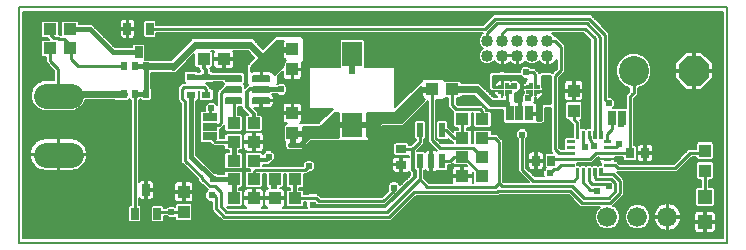
<source format=gtl>
G75*
%MOIN*%
%OFA0B0*%
%FSLAX25Y25*%
%IPPOS*%
%LPD*%
%AMOC8*
5,1,8,0,0,1.08239X$1,22.5*
%
%ADD10C,0.00600*%
%ADD11C,0.00581*%
%ADD12R,0.03937X0.04331*%
%ADD13R,0.03150X0.02362*%
%ADD14R,0.04331X0.03937*%
%ADD15R,0.06693X0.07874*%
%ADD16C,0.00256*%
%ADD17C,0.04000*%
%ADD18R,0.02756X0.03543*%
%ADD19C,0.00039*%
%ADD20R,0.00787X0.00787*%
%ADD21R,0.04724X0.04724*%
%ADD22C,0.06600*%
%ADD23C,0.10000*%
%ADD24OC8,0.10000*%
%ADD25R,0.02165X0.04724*%
%ADD26R,0.02500X0.04000*%
%ADD27C,0.08268*%
%ADD28R,0.02000X0.02756*%
%ADD29R,0.05000X0.02500*%
%ADD30R,0.03543X0.02756*%
%ADD31R,0.02500X0.05000*%
%ADD32C,0.02400*%
%ADD33C,0.00800*%
%ADD34C,0.01000*%
%ADD35C,0.01600*%
%ADD36C,0.01200*%
%ADD37C,0.02400*%
%ADD38C,0.02000*%
D10*
X0035050Y0071300D02*
X0271270Y0071300D01*
X0271270Y0150040D01*
X0035050Y0150040D01*
X0035050Y0071300D01*
X0036650Y0072900D02*
X0036650Y0148440D01*
X0269670Y0148440D01*
X0269670Y0072900D01*
X0036650Y0072900D01*
X0036650Y0073096D02*
X0269670Y0073096D01*
X0269670Y0073694D02*
X0036650Y0073694D01*
X0036650Y0074293D02*
X0269670Y0074293D01*
X0269670Y0074891D02*
X0266748Y0074891D01*
X0266664Y0074843D02*
X0266960Y0075014D01*
X0267202Y0075256D01*
X0267374Y0075552D01*
X0267462Y0075883D01*
X0267462Y0078116D01*
X0264100Y0078116D01*
X0264100Y0074754D01*
X0266333Y0074754D01*
X0266664Y0074843D01*
X0267337Y0075490D02*
X0269670Y0075490D01*
X0269670Y0076088D02*
X0267462Y0076088D01*
X0267462Y0076687D02*
X0269670Y0076687D01*
X0269670Y0077285D02*
X0267462Y0077285D01*
X0267462Y0077884D02*
X0269670Y0077884D01*
X0269670Y0078482D02*
X0264100Y0078482D01*
X0264100Y0078716D02*
X0267462Y0078716D01*
X0267462Y0080949D01*
X0267374Y0081280D01*
X0267202Y0081577D01*
X0266960Y0081819D01*
X0266664Y0081990D01*
X0266333Y0082078D01*
X0264100Y0082078D01*
X0264100Y0078716D01*
X0264100Y0078116D01*
X0263500Y0078116D01*
X0263500Y0074754D01*
X0261267Y0074754D01*
X0260936Y0074843D01*
X0260640Y0075014D01*
X0260398Y0075256D01*
X0260226Y0075552D01*
X0260138Y0075883D01*
X0260138Y0078116D01*
X0263500Y0078116D01*
X0263500Y0078716D01*
X0260138Y0078716D01*
X0260138Y0080949D01*
X0260226Y0081280D01*
X0260398Y0081577D01*
X0260640Y0081819D01*
X0260936Y0081990D01*
X0261267Y0082078D01*
X0263500Y0082078D01*
X0263500Y0078716D01*
X0264100Y0078716D01*
X0264100Y0079081D02*
X0263500Y0079081D01*
X0263500Y0079679D02*
X0264100Y0079679D01*
X0264100Y0080278D02*
X0263500Y0080278D01*
X0263500Y0080876D02*
X0264100Y0080876D01*
X0264100Y0081475D02*
X0263500Y0081475D01*
X0263500Y0082073D02*
X0264100Y0082073D01*
X0266353Y0082073D02*
X0269670Y0082073D01*
X0269670Y0081475D02*
X0267261Y0081475D01*
X0267462Y0080876D02*
X0269670Y0080876D01*
X0269670Y0080278D02*
X0267462Y0080278D01*
X0267462Y0079679D02*
X0269670Y0079679D01*
X0269670Y0079081D02*
X0267462Y0079081D01*
X0264100Y0077884D02*
X0263500Y0077884D01*
X0263500Y0078482D02*
X0255627Y0078482D01*
X0255563Y0078284D02*
X0255787Y0078973D01*
X0255900Y0079688D01*
X0255900Y0079750D01*
X0251600Y0079750D01*
X0251600Y0080350D01*
X0251000Y0080350D01*
X0251000Y0084650D01*
X0250938Y0084650D01*
X0250223Y0084537D01*
X0249534Y0084313D01*
X0248889Y0083984D01*
X0248303Y0083559D01*
X0247791Y0083047D01*
X0247366Y0082461D01*
X0247037Y0081816D01*
X0246813Y0081127D01*
X0246700Y0080412D01*
X0246700Y0080350D01*
X0251000Y0080350D01*
X0251000Y0079750D01*
X0246700Y0079750D01*
X0246700Y0079688D01*
X0246813Y0078973D01*
X0247037Y0078284D01*
X0247366Y0077639D01*
X0247791Y0077053D01*
X0248303Y0076541D01*
X0248889Y0076116D01*
X0249534Y0075787D01*
X0250223Y0075563D01*
X0250938Y0075450D01*
X0251000Y0075450D01*
X0251000Y0079750D01*
X0251600Y0079750D01*
X0251600Y0075450D01*
X0251662Y0075450D01*
X0252377Y0075563D01*
X0253066Y0075787D01*
X0253711Y0076116D01*
X0254297Y0076541D01*
X0254809Y0077053D01*
X0255234Y0077639D01*
X0255563Y0078284D01*
X0255359Y0077884D02*
X0260138Y0077884D01*
X0260138Y0077285D02*
X0254977Y0077285D01*
X0254442Y0076687D02*
X0260138Y0076687D01*
X0260138Y0076088D02*
X0253657Y0076088D01*
X0251912Y0075490D02*
X0260263Y0075490D01*
X0260852Y0074891D02*
X0036650Y0074891D01*
X0036650Y0075490D02*
X0250688Y0075490D01*
X0251000Y0075490D02*
X0251600Y0075490D01*
X0251600Y0076088D02*
X0251000Y0076088D01*
X0251000Y0076687D02*
X0251600Y0076687D01*
X0251600Y0077285D02*
X0251000Y0077285D01*
X0251000Y0077884D02*
X0251600Y0077884D01*
X0251600Y0078482D02*
X0251000Y0078482D01*
X0251000Y0079081D02*
X0251600Y0079081D01*
X0251600Y0079679D02*
X0251000Y0079679D01*
X0251000Y0080278D02*
X0245500Y0080278D01*
X0245500Y0080876D02*
X0246774Y0080876D01*
X0246926Y0081475D02*
X0245256Y0081475D01*
X0245500Y0080885D02*
X0244861Y0082429D01*
X0243679Y0083611D01*
X0242135Y0084250D01*
X0240465Y0084250D01*
X0238921Y0083611D01*
X0237739Y0082429D01*
X0237100Y0080885D01*
X0237100Y0079215D01*
X0237739Y0077671D01*
X0238921Y0076489D01*
X0240465Y0075850D01*
X0242135Y0075850D01*
X0243679Y0076489D01*
X0244861Y0077671D01*
X0245500Y0079215D01*
X0245500Y0080885D01*
X0245500Y0079679D02*
X0246701Y0079679D01*
X0246796Y0079081D02*
X0245445Y0079081D01*
X0245197Y0078482D02*
X0246973Y0078482D01*
X0247241Y0077884D02*
X0244949Y0077884D01*
X0244475Y0077285D02*
X0247623Y0077285D01*
X0248158Y0076687D02*
X0243876Y0076687D01*
X0242710Y0076088D02*
X0248943Y0076088D01*
X0251600Y0080278D02*
X0260138Y0080278D01*
X0260138Y0080876D02*
X0255826Y0080876D01*
X0255787Y0081127D02*
X0255563Y0081816D01*
X0255234Y0082461D01*
X0254809Y0083047D01*
X0254297Y0083559D01*
X0253711Y0083984D01*
X0253066Y0084313D01*
X0252377Y0084537D01*
X0251662Y0084650D01*
X0251600Y0084650D01*
X0251600Y0080350D01*
X0255900Y0080350D01*
X0255900Y0080412D01*
X0255787Y0081127D01*
X0255674Y0081475D02*
X0260339Y0081475D01*
X0261247Y0082073D02*
X0255432Y0082073D01*
X0255081Y0082672D02*
X0269670Y0082672D01*
X0269670Y0083270D02*
X0254585Y0083270D01*
X0253870Y0083869D02*
X0260618Y0083869D01*
X0260538Y0083949D02*
X0261065Y0083422D01*
X0266535Y0083422D01*
X0267062Y0083949D01*
X0267062Y0089419D01*
X0266535Y0089946D01*
X0265200Y0089946D01*
X0265200Y0092388D01*
X0266141Y0092388D01*
X0266668Y0092915D01*
X0266668Y0097992D01*
X0266141Y0098519D01*
X0261459Y0098519D01*
X0260931Y0097992D01*
X0260931Y0092915D01*
X0261459Y0092388D01*
X0262400Y0092388D01*
X0262400Y0089946D01*
X0261065Y0089946D01*
X0260538Y0089419D01*
X0260538Y0083949D01*
X0260538Y0084467D02*
X0252591Y0084467D01*
X0251600Y0084467D02*
X0251000Y0084467D01*
X0251000Y0083869D02*
X0251600Y0083869D01*
X0251600Y0083270D02*
X0251000Y0083270D01*
X0251000Y0082672D02*
X0251600Y0082672D01*
X0251600Y0082073D02*
X0251000Y0082073D01*
X0251000Y0081475D02*
X0251600Y0081475D01*
X0251600Y0080876D02*
X0251000Y0080876D01*
X0248730Y0083869D02*
X0243056Y0083869D01*
X0244019Y0083270D02*
X0248015Y0083270D01*
X0247519Y0082672D02*
X0244618Y0082672D01*
X0245008Y0082073D02*
X0247168Y0082073D01*
X0250009Y0084467D02*
X0233950Y0084467D01*
X0233352Y0083869D02*
X0239544Y0083869D01*
X0238581Y0083270D02*
X0234019Y0083270D01*
X0233679Y0083611D02*
X0233265Y0083782D01*
X0236962Y0087480D01*
X0236962Y0092483D01*
X0236142Y0093303D01*
X0234433Y0095012D01*
X0254492Y0095012D01*
X0259380Y0099900D01*
X0260931Y0099900D01*
X0260931Y0099608D01*
X0261459Y0099081D01*
X0266141Y0099081D01*
X0266668Y0099608D01*
X0266668Y0104685D01*
X0266141Y0105212D01*
X0261459Y0105212D01*
X0260931Y0104685D01*
X0260931Y0102700D01*
X0258220Y0102700D01*
X0253333Y0097812D01*
X0235305Y0097812D01*
X0234354Y0098763D01*
X0233693Y0098763D01*
X0233693Y0099331D01*
X0231172Y0099331D01*
X0228652Y0099331D01*
X0228652Y0098760D01*
X0228749Y0098396D01*
X0228937Y0098071D01*
X0229052Y0097956D01*
X0229052Y0097298D01*
X0228177Y0097298D01*
X0228003Y0097124D01*
X0227828Y0097298D01*
X0226209Y0097298D01*
X0226034Y0097124D01*
X0225860Y0097298D01*
X0224240Y0097298D01*
X0224066Y0097124D01*
X0223891Y0097298D01*
X0222272Y0097298D01*
X0222097Y0097124D01*
X0221923Y0097298D01*
X0221048Y0097298D01*
X0221048Y0097931D01*
X0226161Y0097931D01*
X0228130Y0099900D01*
X0228652Y0099900D01*
X0228652Y0099332D01*
X0231172Y0099332D01*
X0231172Y0099331D01*
X0231172Y0099332D01*
X0233693Y0099332D01*
X0233693Y0099900D01*
X0236463Y0099900D01*
X0236463Y0099156D01*
X0236990Y0098628D01*
X0240492Y0098628D01*
X0241019Y0099156D01*
X0241019Y0103444D01*
X0240492Y0103972D01*
X0240141Y0103972D01*
X0240141Y0119411D01*
X0240224Y0119494D01*
X0241450Y0120720D01*
X0241450Y0122994D01*
X0243392Y0123798D01*
X0245052Y0125458D01*
X0245950Y0127626D01*
X0245950Y0129974D01*
X0245052Y0132142D01*
X0243392Y0133802D01*
X0241224Y0134700D01*
X0238876Y0134700D01*
X0236708Y0133802D01*
X0235048Y0132142D01*
X0234150Y0129974D01*
X0234150Y0127626D01*
X0235048Y0125458D01*
X0236708Y0123798D01*
X0238650Y0122994D01*
X0238650Y0121880D01*
X0238244Y0121474D01*
X0237341Y0120571D01*
X0237341Y0116325D01*
X0233107Y0116325D01*
X0233762Y0116980D01*
X0233762Y0118720D01*
X0232532Y0119950D01*
X0231987Y0119950D01*
X0231987Y0141341D01*
X0225788Y0147540D01*
X0193298Y0147540D01*
X0192477Y0146720D01*
X0189894Y0144137D01*
X0080940Y0144137D01*
X0080940Y0145110D01*
X0080413Y0145637D01*
X0077167Y0145637D01*
X0076640Y0145110D01*
X0076640Y0140364D01*
X0077167Y0139837D01*
X0080413Y0139837D01*
X0080940Y0140364D01*
X0080940Y0141337D01*
X0189847Y0141337D01*
X0189657Y0141258D01*
X0188841Y0140443D01*
X0188400Y0139377D01*
X0188400Y0138223D01*
X0188841Y0137157D01*
X0189657Y0136341D01*
X0189757Y0136300D01*
X0189657Y0136258D01*
X0188841Y0135443D01*
X0188400Y0134377D01*
X0188400Y0133223D01*
X0188841Y0132157D01*
X0189657Y0131341D01*
X0190723Y0130900D01*
X0191877Y0130900D01*
X0192943Y0131341D01*
X0193561Y0131960D01*
X0193737Y0131696D01*
X0194196Y0131237D01*
X0194737Y0130876D01*
X0195337Y0130627D01*
X0195975Y0130500D01*
X0196100Y0130500D01*
X0196100Y0133600D01*
X0196500Y0133600D01*
X0196500Y0134000D01*
X0199600Y0134000D01*
X0201100Y0134000D01*
X0201100Y0133600D01*
X0201500Y0133600D01*
X0201500Y0130500D01*
X0201625Y0130500D01*
X0202263Y0130627D01*
X0202863Y0130876D01*
X0203404Y0131237D01*
X0203863Y0131696D01*
X0204039Y0131960D01*
X0204657Y0131341D01*
X0205723Y0130900D01*
X0206877Y0130900D01*
X0207943Y0131341D01*
X0208561Y0131960D01*
X0208737Y0131696D01*
X0209196Y0131237D01*
X0209737Y0130876D01*
X0210337Y0130627D01*
X0210975Y0130500D01*
X0211100Y0130500D01*
X0211100Y0133600D01*
X0211500Y0133600D01*
X0211500Y0130500D01*
X0211625Y0130500D01*
X0212263Y0130627D01*
X0212863Y0130876D01*
X0213404Y0131237D01*
X0213863Y0131696D01*
X0214224Y0132237D01*
X0214337Y0132510D01*
X0214337Y0129455D01*
X0212981Y0128099D01*
X0212642Y0128437D01*
X0209033Y0128437D01*
X0208537Y0127942D01*
X0208537Y0128255D01*
X0207950Y0128842D01*
X0207130Y0129662D01*
X0205670Y0129662D01*
X0204970Y0130362D01*
X0203230Y0130362D01*
X0202000Y0129132D01*
X0202000Y0128437D01*
X0197095Y0128437D01*
X0197007Y0128525D01*
X0195268Y0128525D01*
X0195180Y0128437D01*
X0192495Y0128437D01*
X0191675Y0127617D01*
X0191675Y0122783D01*
X0192495Y0121962D01*
X0193556Y0121962D01*
X0193556Y0121875D01*
X0193556Y0121229D01*
X0193646Y0120893D01*
X0193820Y0120592D01*
X0194066Y0120347D01*
X0194366Y0120173D01*
X0194450Y0120150D01*
X0194473Y0120066D01*
X0194540Y0119950D01*
X0193332Y0119950D01*
X0188632Y0124650D01*
X0182712Y0124650D01*
X0182712Y0124891D01*
X0182185Y0125418D01*
X0177108Y0125418D01*
X0177091Y0125401D01*
X0176505Y0125987D01*
X0169833Y0125987D01*
X0169013Y0125167D01*
X0160630Y0116784D01*
X0160630Y0129668D01*
X0160307Y0129990D01*
X0150485Y0129990D01*
X0150546Y0130051D01*
X0150546Y0138671D01*
X0150019Y0139198D01*
X0142581Y0139198D01*
X0142054Y0138671D01*
X0142054Y0130051D01*
X0142115Y0129990D01*
X0132293Y0129990D01*
X0131970Y0129668D01*
X0131970Y0116417D01*
X0132293Y0116094D01*
X0139727Y0116094D01*
X0139000Y0115367D01*
X0134920Y0111287D01*
X0128801Y0111287D01*
X0129067Y0111441D01*
X0129309Y0111683D01*
X0129480Y0111979D01*
X0129568Y0112310D01*
X0129568Y0114346D01*
X0126600Y0114346D01*
X0126600Y0114946D01*
X0129568Y0114946D01*
X0129568Y0116983D01*
X0129480Y0117314D01*
X0129309Y0117610D01*
X0129067Y0117852D01*
X0128770Y0118023D01*
X0128440Y0118112D01*
X0126600Y0118112D01*
X0126600Y0114946D01*
X0126000Y0114946D01*
X0126000Y0114346D01*
X0123031Y0114346D01*
X0123031Y0112310D01*
X0123120Y0111979D01*
X0123291Y0111683D01*
X0123533Y0111441D01*
X0123830Y0111270D01*
X0124160Y0111181D01*
X0124401Y0111181D01*
X0124239Y0111019D01*
X0123959Y0111019D01*
X0123431Y0110492D01*
X0123431Y0105415D01*
X0123687Y0105159D01*
X0123687Y0103183D01*
X0124508Y0102362D01*
X0129342Y0102362D01*
X0130162Y0103183D01*
X0132405Y0105425D01*
X0151392Y0105425D01*
X0152212Y0106245D01*
X0156292Y0110325D01*
X0163030Y0110325D01*
X0163850Y0111145D01*
X0171463Y0118758D01*
X0171463Y0105020D01*
X0172283Y0104200D01*
X0174355Y0102128D01*
X0174134Y0102255D01*
X0173804Y0102344D01*
X0172791Y0102344D01*
X0172791Y0098923D01*
X0172309Y0098923D01*
X0172309Y0102344D01*
X0171296Y0102344D01*
X0170966Y0102255D01*
X0170669Y0102084D01*
X0170427Y0101842D01*
X0170405Y0101804D01*
X0170265Y0101944D01*
X0167859Y0101944D01*
X0167859Y0102129D01*
X0170210Y0104480D01*
X0170210Y0105656D01*
X0170265Y0105656D01*
X0170793Y0106184D01*
X0170793Y0111653D01*
X0170265Y0112181D01*
X0167354Y0112181D01*
X0166827Y0111653D01*
X0166827Y0106184D01*
X0167354Y0105656D01*
X0167410Y0105656D01*
X0167410Y0105640D01*
X0165879Y0104109D01*
X0165738Y0104109D01*
X0165638Y0104009D01*
X0165222Y0104009D01*
X0165222Y0104360D01*
X0164694Y0104887D01*
X0160406Y0104887D01*
X0159878Y0104360D01*
X0159878Y0100858D01*
X0160406Y0100331D01*
X0164694Y0100331D01*
X0164859Y0100496D01*
X0164859Y0100457D01*
X0165027Y0100289D01*
X0165027Y0099963D01*
X0164823Y0100080D01*
X0164493Y0100169D01*
X0162850Y0100169D01*
X0162850Y0097791D01*
X0162250Y0097791D01*
X0162250Y0100169D01*
X0160607Y0100169D01*
X0160277Y0100080D01*
X0159980Y0099909D01*
X0159738Y0099667D01*
X0159567Y0099371D01*
X0159478Y0099040D01*
X0159478Y0097791D01*
X0162250Y0097791D01*
X0162250Y0097191D01*
X0159478Y0097191D01*
X0159478Y0095942D01*
X0159567Y0095611D01*
X0159738Y0095315D01*
X0159980Y0095073D01*
X0160277Y0094902D01*
X0160607Y0094813D01*
X0162250Y0094813D01*
X0162250Y0097191D01*
X0162850Y0097191D01*
X0162850Y0094813D01*
X0164493Y0094813D01*
X0164823Y0094902D01*
X0165120Y0095073D01*
X0165138Y0095090D01*
X0165600Y0094628D01*
X0165600Y0093971D01*
X0162281Y0090652D01*
X0162281Y0090695D01*
X0161051Y0091925D01*
X0159311Y0091925D01*
X0158081Y0090695D01*
X0158081Y0088955D01*
X0158201Y0088835D01*
X0156016Y0086650D01*
X0135795Y0086650D01*
X0134583Y0087862D01*
X0131517Y0087862D01*
X0131355Y0087700D01*
X0130212Y0087700D01*
X0130212Y0088641D01*
X0129685Y0089168D01*
X0128646Y0089168D01*
X0128646Y0089681D01*
X0129685Y0089681D01*
X0130212Y0090209D01*
X0130212Y0094331D01*
X0131111Y0094331D01*
X0131705Y0094925D01*
X0132695Y0094925D01*
X0133925Y0096155D01*
X0133925Y0097895D01*
X0132695Y0099125D01*
X0130955Y0099125D01*
X0129725Y0097895D01*
X0129725Y0097131D01*
X0116462Y0097131D01*
X0116462Y0097362D01*
X0118359Y0097362D01*
X0118984Y0097987D01*
X0119220Y0097987D01*
X0120450Y0099218D01*
X0120450Y0100957D01*
X0119220Y0102187D01*
X0117480Y0102187D01*
X0116448Y0101155D01*
X0115935Y0101668D01*
X0110858Y0101668D01*
X0110331Y0101141D01*
X0110331Y0096459D01*
X0110858Y0095931D01*
X0112214Y0095931D01*
X0112050Y0095767D01*
X0112050Y0095418D01*
X0110858Y0095418D01*
X0110331Y0094891D01*
X0110331Y0090209D01*
X0110858Y0089681D01*
X0115935Y0089681D01*
X0116462Y0090209D01*
X0116462Y0094331D01*
X0117388Y0094331D01*
X0117388Y0090209D01*
X0117915Y0089681D01*
X0118087Y0089681D01*
X0118087Y0089561D01*
X0117786Y0089480D01*
X0117490Y0089309D01*
X0117248Y0089067D01*
X0117077Y0088770D01*
X0116988Y0088440D01*
X0116988Y0086600D01*
X0120153Y0086600D01*
X0120153Y0086000D01*
X0116988Y0086000D01*
X0116988Y0084160D01*
X0117077Y0083830D01*
X0117248Y0083533D01*
X0117490Y0083291D01*
X0117786Y0083120D01*
X0117815Y0083112D01*
X0116035Y0083112D01*
X0116064Y0083120D01*
X0116360Y0083291D01*
X0116602Y0083533D01*
X0116773Y0083830D01*
X0116862Y0084160D01*
X0116862Y0086000D01*
X0113696Y0086000D01*
X0113696Y0086600D01*
X0113096Y0086600D01*
X0113096Y0086000D01*
X0109931Y0086000D01*
X0109931Y0084160D01*
X0110020Y0083830D01*
X0110191Y0083533D01*
X0110433Y0083291D01*
X0110729Y0083120D01*
X0110758Y0083112D01*
X0104842Y0083112D01*
X0104523Y0083431D01*
X0109242Y0083431D01*
X0109769Y0083959D01*
X0109769Y0088641D01*
X0109242Y0089168D01*
X0108404Y0089168D01*
X0108404Y0089681D01*
X0109242Y0089681D01*
X0109769Y0090209D01*
X0109769Y0094891D01*
X0109242Y0095418D01*
X0104165Y0095418D01*
X0103638Y0094891D01*
X0103638Y0094250D01*
X0101432Y0094250D01*
X0100845Y0094837D01*
X0100167Y0094837D01*
X0094250Y0100754D01*
X0094250Y0118766D01*
X0094498Y0118766D01*
X0095025Y0119293D01*
X0095025Y0121962D01*
X0095075Y0121962D01*
X0095075Y0119293D01*
X0095602Y0118766D01*
X0099498Y0118766D01*
X0100025Y0119293D01*
X0100025Y0122401D01*
X0099498Y0122928D01*
X0098925Y0122928D01*
X0098925Y0123330D01*
X0098312Y0123942D01*
X0097583Y0124672D01*
X0099498Y0124672D01*
X0099879Y0125053D01*
X0102998Y0125053D01*
X0102998Y0124926D01*
X0103504Y0124420D01*
X0102998Y0123914D01*
X0102998Y0123728D01*
X0102400Y0123130D01*
X0101198Y0121928D01*
X0101198Y0117370D01*
X0100168Y0118400D01*
X0098429Y0118400D01*
X0097198Y0117170D01*
X0097198Y0115430D01*
X0097229Y0115400D01*
X0095927Y0115400D01*
X0095400Y0114873D01*
X0095400Y0105227D01*
X0095927Y0104700D01*
X0098970Y0104700D01*
X0099200Y0104470D01*
X0100020Y0103650D01*
X0103638Y0103650D01*
X0103638Y0102709D01*
X0104165Y0102181D01*
X0105004Y0102181D01*
X0105004Y0101668D01*
X0104165Y0101668D01*
X0103638Y0101141D01*
X0103638Y0096459D01*
X0104165Y0095931D01*
X0109242Y0095931D01*
X0109769Y0096459D01*
X0109769Y0101141D01*
X0109242Y0101668D01*
X0108404Y0101668D01*
X0108404Y0102181D01*
X0109242Y0102181D01*
X0109769Y0102709D01*
X0109769Y0107391D01*
X0109242Y0107918D01*
X0104165Y0107918D01*
X0103638Y0107391D01*
X0103638Y0106450D01*
X0102200Y0106450D01*
X0102200Y0109300D01*
X0102418Y0109300D01*
X0103180Y0110062D01*
X0103638Y0110520D01*
X0103638Y0108959D01*
X0104165Y0108431D01*
X0109242Y0108431D01*
X0109769Y0108959D01*
X0109769Y0113641D01*
X0109242Y0114168D01*
X0108104Y0114168D01*
X0108104Y0116748D01*
X0109500Y0116748D01*
X0109500Y0116004D01*
X0111335Y0114168D01*
X0110858Y0114168D01*
X0110331Y0113641D01*
X0110331Y0108959D01*
X0110858Y0108431D01*
X0115935Y0108431D01*
X0116462Y0108959D01*
X0116462Y0113641D01*
X0115935Y0114168D01*
X0114896Y0114168D01*
X0114896Y0114850D01*
X0113398Y0116348D01*
X0115567Y0116348D01*
X0115567Y0118529D01*
X0116128Y0118529D01*
X0116128Y0116348D01*
X0118621Y0116348D01*
X0119025Y0116457D01*
X0119388Y0116666D01*
X0119684Y0116962D01*
X0119893Y0117325D01*
X0120002Y0117729D01*
X0120002Y0118529D01*
X0116128Y0118529D01*
X0116128Y0119091D01*
X0120002Y0119091D01*
X0120002Y0119890D01*
X0119893Y0120295D01*
X0119684Y0120657D01*
X0119491Y0120850D01*
X0121280Y0120850D01*
X0121680Y0120450D01*
X0123420Y0120450D01*
X0124650Y0121680D01*
X0124650Y0123420D01*
X0123420Y0124650D01*
X0121680Y0124650D01*
X0121280Y0124250D01*
X0121230Y0124250D01*
X0121450Y0124470D01*
X0121450Y0126970D01*
X0123031Y0128552D01*
X0123031Y0126867D01*
X0123120Y0126536D01*
X0123291Y0126240D01*
X0123533Y0125998D01*
X0123830Y0125827D01*
X0124160Y0125738D01*
X0126000Y0125738D01*
X0126000Y0128903D01*
X0126600Y0128903D01*
X0126600Y0125738D01*
X0128440Y0125738D01*
X0128770Y0125827D01*
X0129067Y0125998D01*
X0129309Y0126240D01*
X0129480Y0126536D01*
X0129568Y0126867D01*
X0129568Y0128904D01*
X0126600Y0128904D01*
X0126600Y0129504D01*
X0129568Y0129504D01*
X0129568Y0131339D01*
X0130200Y0131970D01*
X0130200Y0139380D01*
X0129380Y0140200D01*
X0120720Y0140200D01*
X0119900Y0139380D01*
X0116582Y0136062D01*
X0113095Y0139550D01*
X0092980Y0139550D01*
X0091750Y0138320D01*
X0085718Y0132288D01*
X0079091Y0132288D01*
X0078913Y0132466D01*
X0077176Y0132466D01*
X0077200Y0132490D01*
X0077200Y0137236D01*
X0076673Y0137763D01*
X0073427Y0137763D01*
X0072900Y0137236D01*
X0072900Y0136563D01*
X0067191Y0136563D01*
X0060500Y0143254D01*
X0059504Y0144250D01*
X0055212Y0144250D01*
X0055212Y0144891D01*
X0054685Y0145418D01*
X0049608Y0145418D01*
X0049081Y0144891D01*
X0049081Y0140681D01*
X0049024Y0140681D01*
X0048737Y0140968D01*
X0048519Y0140968D01*
X0048519Y0144891D01*
X0047992Y0145418D01*
X0042915Y0145418D01*
X0042388Y0144891D01*
X0042388Y0140209D01*
X0042915Y0139681D01*
X0044689Y0139681D01*
X0045202Y0139168D01*
X0042915Y0139168D01*
X0042388Y0138641D01*
X0042388Y0133959D01*
X0042915Y0133431D01*
X0044054Y0133431D01*
X0044054Y0131567D01*
X0046898Y0128722D01*
X0046898Y0125546D01*
X0043163Y0125546D01*
X0041313Y0124780D01*
X0039897Y0123364D01*
X0039130Y0121514D01*
X0039130Y0119511D01*
X0039897Y0117661D01*
X0041313Y0116245D01*
X0043163Y0115479D01*
X0053433Y0115479D01*
X0055283Y0116245D01*
X0056699Y0117661D01*
X0057227Y0118934D01*
X0067133Y0118934D01*
X0067255Y0118812D01*
X0068631Y0118812D01*
X0068687Y0118756D01*
X0071433Y0118756D01*
X0071930Y0119254D01*
X0072410Y0118774D01*
X0072410Y0084013D01*
X0072187Y0084013D01*
X0071660Y0083486D01*
X0071660Y0078740D01*
X0072187Y0078213D01*
X0075433Y0078213D01*
X0075960Y0078740D01*
X0075960Y0083486D01*
X0075433Y0084013D01*
X0075210Y0084013D01*
X0075210Y0086275D01*
X0075260Y0086189D01*
X0075502Y0085947D01*
X0075798Y0085776D01*
X0076129Y0085687D01*
X0077250Y0085687D01*
X0077250Y0088687D01*
X0077850Y0088687D01*
X0077850Y0089287D01*
X0080100Y0089287D01*
X0080100Y0091158D01*
X0080011Y0091489D01*
X0079840Y0091785D01*
X0079598Y0092027D01*
X0079302Y0092198D01*
X0078971Y0092287D01*
X0077850Y0092287D01*
X0077850Y0089287D01*
X0077250Y0089287D01*
X0077250Y0092287D01*
X0076129Y0092287D01*
X0075798Y0092198D01*
X0075502Y0092027D01*
X0075260Y0091785D01*
X0075210Y0091699D01*
X0075210Y0118793D01*
X0075670Y0119254D01*
X0076167Y0118756D01*
X0078913Y0118756D01*
X0079440Y0119284D01*
X0079440Y0122785D01*
X0079240Y0122985D01*
X0079240Y0128088D01*
X0085542Y0128088D01*
X0085630Y0128000D01*
X0087370Y0128000D01*
X0093638Y0134268D01*
X0093638Y0130209D01*
X0094165Y0129681D01*
X0095204Y0129681D01*
X0095204Y0129075D01*
X0095524Y0128755D01*
X0095221Y0128453D01*
X0094879Y0128453D01*
X0094498Y0128834D01*
X0090602Y0128834D01*
X0090075Y0128307D01*
X0090075Y0125199D01*
X0090512Y0124762D01*
X0089595Y0124762D01*
X0088983Y0124150D01*
X0088162Y0123330D01*
X0088162Y0118943D01*
X0088983Y0118123D01*
X0089250Y0117856D01*
X0089250Y0099204D01*
X0089232Y0099185D01*
X0089250Y0098628D01*
X0089250Y0098071D01*
X0089268Y0098052D01*
X0089269Y0098026D01*
X0089676Y0097645D01*
X0090070Y0097250D01*
X0090096Y0097250D01*
X0094900Y0092744D01*
X0094900Y0092158D01*
X0097350Y0089708D01*
X0098113Y0088945D01*
X0097262Y0088095D01*
X0097262Y0086355D01*
X0098493Y0085125D01*
X0099425Y0085125D01*
X0099425Y0082307D01*
X0100245Y0081487D01*
X0103020Y0078713D01*
X0159205Y0078713D01*
X0160025Y0079533D01*
X0167543Y0087050D01*
X0195043Y0087050D01*
X0195280Y0087287D01*
X0218357Y0087287D01*
X0222270Y0083375D01*
X0228685Y0083375D01*
X0227739Y0082429D01*
X0227100Y0080885D01*
X0227100Y0079215D01*
X0227739Y0077671D01*
X0228921Y0076489D01*
X0230465Y0075850D01*
X0232135Y0075850D01*
X0233679Y0076489D01*
X0234861Y0077671D01*
X0235500Y0079215D01*
X0235500Y0080885D01*
X0234861Y0082429D01*
X0233679Y0083611D01*
X0234618Y0082672D02*
X0237982Y0082672D01*
X0237592Y0082073D02*
X0235008Y0082073D01*
X0235256Y0081475D02*
X0237344Y0081475D01*
X0237100Y0080876D02*
X0235500Y0080876D01*
X0235500Y0080278D02*
X0237100Y0080278D01*
X0237100Y0079679D02*
X0235500Y0079679D01*
X0235445Y0079081D02*
X0237155Y0079081D01*
X0237403Y0078482D02*
X0235197Y0078482D01*
X0234949Y0077884D02*
X0237651Y0077884D01*
X0238125Y0077285D02*
X0234475Y0077285D01*
X0233876Y0076687D02*
X0238724Y0076687D01*
X0239890Y0076088D02*
X0232710Y0076088D01*
X0229890Y0076088D02*
X0036650Y0076088D01*
X0036650Y0076687D02*
X0228724Y0076687D01*
X0228125Y0077285D02*
X0036650Y0077285D01*
X0036650Y0077884D02*
X0227651Y0077884D01*
X0227403Y0078482D02*
X0083182Y0078482D01*
X0083440Y0078740D02*
X0083440Y0080304D01*
X0084327Y0080304D01*
X0085018Y0079613D01*
X0086757Y0079613D01*
X0087181Y0080037D01*
X0087181Y0079165D01*
X0087709Y0078638D01*
X0092391Y0078638D01*
X0092918Y0079165D01*
X0092918Y0084242D01*
X0092391Y0084769D01*
X0087709Y0084769D01*
X0087181Y0084242D01*
X0087181Y0083388D01*
X0086757Y0083812D01*
X0085018Y0083812D01*
X0084309Y0083104D01*
X0083440Y0083104D01*
X0083440Y0083486D01*
X0082913Y0084013D01*
X0079667Y0084013D01*
X0079140Y0083486D01*
X0079140Y0078740D01*
X0079667Y0078213D01*
X0082913Y0078213D01*
X0083440Y0078740D01*
X0083440Y0079081D02*
X0087266Y0079081D01*
X0087181Y0079679D02*
X0086824Y0079679D01*
X0084951Y0079679D02*
X0083440Y0079679D01*
X0083440Y0080278D02*
X0084352Y0080278D01*
X0084475Y0083270D02*
X0083440Y0083270D01*
X0083057Y0083869D02*
X0087181Y0083869D01*
X0087407Y0084467D02*
X0075210Y0084467D01*
X0075210Y0085066D02*
X0087500Y0085066D01*
X0087580Y0085020D02*
X0087910Y0084931D01*
X0089750Y0084931D01*
X0089750Y0088096D01*
X0090350Y0088096D01*
X0090350Y0084931D01*
X0092190Y0084931D01*
X0092520Y0085020D01*
X0092817Y0085191D01*
X0093059Y0085433D01*
X0093230Y0085729D01*
X0093318Y0086060D01*
X0093318Y0088096D01*
X0090350Y0088096D01*
X0090350Y0088696D01*
X0093318Y0088696D01*
X0093318Y0090733D01*
X0093230Y0091064D01*
X0093059Y0091360D01*
X0092817Y0091602D01*
X0092520Y0091773D01*
X0092190Y0091862D01*
X0090350Y0091862D01*
X0090350Y0088696D01*
X0089750Y0088696D01*
X0089750Y0088096D01*
X0086781Y0088096D01*
X0086781Y0086060D01*
X0086870Y0085729D01*
X0087041Y0085433D01*
X0087283Y0085191D01*
X0087580Y0085020D01*
X0086908Y0085664D02*
X0075210Y0085664D01*
X0075210Y0086263D02*
X0075217Y0086263D01*
X0077250Y0086263D02*
X0077850Y0086263D01*
X0077850Y0085687D02*
X0078971Y0085687D01*
X0079302Y0085776D01*
X0079598Y0085947D01*
X0079840Y0086189D01*
X0080011Y0086485D01*
X0080100Y0086816D01*
X0080100Y0088687D01*
X0077850Y0088687D01*
X0077850Y0085687D01*
X0077850Y0086861D02*
X0077250Y0086861D01*
X0077250Y0087460D02*
X0077850Y0087460D01*
X0077850Y0088058D02*
X0077250Y0088058D01*
X0077250Y0088657D02*
X0077850Y0088657D01*
X0077850Y0089255D02*
X0086781Y0089255D01*
X0086781Y0088696D02*
X0086781Y0090733D01*
X0086870Y0091064D01*
X0087041Y0091360D01*
X0087283Y0091602D01*
X0087580Y0091773D01*
X0087910Y0091862D01*
X0089750Y0091862D01*
X0089750Y0088696D01*
X0086781Y0088696D01*
X0086781Y0088058D02*
X0080100Y0088058D01*
X0080100Y0087460D02*
X0086781Y0087460D01*
X0086781Y0086861D02*
X0080100Y0086861D01*
X0079883Y0086263D02*
X0086781Y0086263D01*
X0089750Y0086263D02*
X0090350Y0086263D01*
X0090350Y0086861D02*
X0089750Y0086861D01*
X0089750Y0087460D02*
X0090350Y0087460D01*
X0090350Y0088058D02*
X0089750Y0088058D01*
X0089750Y0088657D02*
X0080100Y0088657D01*
X0080100Y0089854D02*
X0086781Y0089854D01*
X0086781Y0090452D02*
X0080100Y0090452D01*
X0080100Y0091051D02*
X0086867Y0091051D01*
X0087365Y0091649D02*
X0079919Y0091649D01*
X0079117Y0092248D02*
X0094900Y0092248D01*
X0094791Y0092846D02*
X0075210Y0092846D01*
X0075210Y0092248D02*
X0075983Y0092248D01*
X0077250Y0092248D02*
X0077850Y0092248D01*
X0077850Y0091649D02*
X0077250Y0091649D01*
X0077250Y0091051D02*
X0077850Y0091051D01*
X0077850Y0090452D02*
X0077250Y0090452D01*
X0077250Y0089854D02*
X0077850Y0089854D01*
X0075210Y0093445D02*
X0094153Y0093445D01*
X0093515Y0094043D02*
X0075210Y0094043D01*
X0075210Y0094642D02*
X0092877Y0094642D01*
X0092239Y0095240D02*
X0075210Y0095240D01*
X0075210Y0095839D02*
X0091601Y0095839D01*
X0090963Y0096437D02*
X0075210Y0096437D01*
X0075210Y0097036D02*
X0090325Y0097036D01*
X0089686Y0097634D02*
X0075210Y0097634D01*
X0075210Y0098233D02*
X0089250Y0098233D01*
X0089244Y0098832D02*
X0075210Y0098832D01*
X0075210Y0099430D02*
X0089250Y0099430D01*
X0089250Y0100029D02*
X0075210Y0100029D01*
X0075210Y0100627D02*
X0089250Y0100627D01*
X0089250Y0101226D02*
X0075210Y0101226D01*
X0075210Y0101824D02*
X0089250Y0101824D01*
X0089250Y0102423D02*
X0075210Y0102423D01*
X0075210Y0103021D02*
X0089250Y0103021D01*
X0089250Y0103620D02*
X0075210Y0103620D01*
X0075210Y0104218D02*
X0089250Y0104218D01*
X0089250Y0104817D02*
X0075210Y0104817D01*
X0075210Y0105415D02*
X0089250Y0105415D01*
X0089250Y0106014D02*
X0075210Y0106014D01*
X0075210Y0106612D02*
X0089250Y0106612D01*
X0089250Y0107211D02*
X0075210Y0107211D01*
X0075210Y0107809D02*
X0089250Y0107809D01*
X0089250Y0108408D02*
X0075210Y0108408D01*
X0075210Y0109006D02*
X0089250Y0109006D01*
X0089250Y0109605D02*
X0075210Y0109605D01*
X0075210Y0110203D02*
X0089250Y0110203D01*
X0089250Y0110802D02*
X0075210Y0110802D01*
X0075210Y0111400D02*
X0089250Y0111400D01*
X0089250Y0111999D02*
X0075210Y0111999D01*
X0075210Y0112597D02*
X0089250Y0112597D01*
X0089250Y0113196D02*
X0075210Y0113196D01*
X0075210Y0113794D02*
X0089250Y0113794D01*
X0089250Y0114393D02*
X0075210Y0114393D01*
X0075210Y0114991D02*
X0089250Y0114991D01*
X0089250Y0115590D02*
X0075210Y0115590D01*
X0075210Y0116188D02*
X0089250Y0116188D01*
X0089250Y0116787D02*
X0075210Y0116787D01*
X0075210Y0117385D02*
X0089250Y0117385D01*
X0089122Y0117984D02*
X0075210Y0117984D01*
X0075210Y0118582D02*
X0088523Y0118582D01*
X0088983Y0118123D02*
X0088983Y0118123D01*
X0088162Y0119181D02*
X0079338Y0119181D01*
X0079440Y0119779D02*
X0088162Y0119779D01*
X0088162Y0120378D02*
X0079440Y0120378D01*
X0079440Y0120976D02*
X0088162Y0120976D01*
X0088162Y0121575D02*
X0079440Y0121575D01*
X0079440Y0122173D02*
X0088162Y0122173D01*
X0088162Y0122772D02*
X0079440Y0122772D01*
X0079240Y0123370D02*
X0088203Y0123370D01*
X0088802Y0123969D02*
X0079240Y0123969D01*
X0079240Y0124568D02*
X0089400Y0124568D01*
X0090108Y0125166D02*
X0079240Y0125166D01*
X0079240Y0125765D02*
X0090075Y0125765D01*
X0090075Y0126363D02*
X0079240Y0126363D01*
X0079240Y0126962D02*
X0090075Y0126962D01*
X0090075Y0127560D02*
X0079240Y0127560D01*
X0079031Y0132348D02*
X0085778Y0132348D01*
X0086377Y0132947D02*
X0077200Y0132947D01*
X0077200Y0133545D02*
X0086975Y0133545D01*
X0087574Y0134144D02*
X0077200Y0134144D01*
X0077200Y0134742D02*
X0088172Y0134742D01*
X0088771Y0135341D02*
X0077200Y0135341D01*
X0077200Y0135939D02*
X0089369Y0135939D01*
X0089968Y0136538D02*
X0077200Y0136538D01*
X0077200Y0137136D02*
X0090566Y0137136D01*
X0091165Y0137735D02*
X0076701Y0137735D01*
X0076876Y0140129D02*
X0073710Y0140129D01*
X0073771Y0140235D02*
X0073860Y0140566D01*
X0073860Y0142437D01*
X0071610Y0142437D01*
X0071610Y0143037D01*
X0073860Y0143037D01*
X0073860Y0144908D01*
X0073771Y0145239D01*
X0073600Y0145535D01*
X0073358Y0145777D01*
X0073062Y0145948D01*
X0072731Y0146037D01*
X0071610Y0146037D01*
X0071610Y0143037D01*
X0071010Y0143037D01*
X0071010Y0146037D01*
X0069889Y0146037D01*
X0069558Y0145948D01*
X0069262Y0145777D01*
X0069020Y0145535D01*
X0068848Y0145239D01*
X0068760Y0144908D01*
X0068760Y0143037D01*
X0071010Y0143037D01*
X0071010Y0142437D01*
X0071610Y0142437D01*
X0071610Y0139437D01*
X0072731Y0139437D01*
X0073062Y0139526D01*
X0073358Y0139697D01*
X0073600Y0139939D01*
X0073771Y0140235D01*
X0073860Y0140727D02*
X0076640Y0140727D01*
X0076640Y0141326D02*
X0073860Y0141326D01*
X0073860Y0141924D02*
X0076640Y0141924D01*
X0076640Y0142523D02*
X0071610Y0142523D01*
X0071610Y0143121D02*
X0071010Y0143121D01*
X0071010Y0142523D02*
X0061231Y0142523D01*
X0060633Y0143121D02*
X0068760Y0143121D01*
X0068760Y0143720D02*
X0060034Y0143720D01*
X0061830Y0141924D02*
X0068760Y0141924D01*
X0068760Y0142437D02*
X0068760Y0140566D01*
X0068848Y0140235D01*
X0069020Y0139939D01*
X0069262Y0139697D01*
X0069558Y0139526D01*
X0069889Y0139437D01*
X0071010Y0139437D01*
X0071010Y0142437D01*
X0068760Y0142437D01*
X0068760Y0141326D02*
X0062428Y0141326D01*
X0063027Y0140727D02*
X0068760Y0140727D01*
X0068910Y0140129D02*
X0063625Y0140129D01*
X0064224Y0139530D02*
X0069550Y0139530D01*
X0071010Y0139530D02*
X0071610Y0139530D01*
X0071610Y0140129D02*
X0071010Y0140129D01*
X0071010Y0140727D02*
X0071610Y0140727D01*
X0071610Y0141326D02*
X0071010Y0141326D01*
X0071010Y0141924D02*
X0071610Y0141924D01*
X0071610Y0143720D02*
X0071010Y0143720D01*
X0071010Y0144318D02*
X0071610Y0144318D01*
X0071610Y0144917D02*
X0071010Y0144917D01*
X0071010Y0145515D02*
X0071610Y0145515D01*
X0073612Y0145515D02*
X0077046Y0145515D01*
X0076640Y0144917D02*
X0073857Y0144917D01*
X0073860Y0144318D02*
X0076640Y0144318D01*
X0076640Y0143720D02*
X0073860Y0143720D01*
X0073860Y0143121D02*
X0076640Y0143121D01*
X0080535Y0145515D02*
X0191273Y0145515D01*
X0190674Y0144917D02*
X0080940Y0144917D01*
X0080940Y0144318D02*
X0190076Y0144318D01*
X0191871Y0146114D02*
X0036650Y0146114D01*
X0036650Y0146712D02*
X0192470Y0146712D01*
X0193068Y0147311D02*
X0036650Y0147311D01*
X0036650Y0147909D02*
X0269670Y0147909D01*
X0269670Y0147311D02*
X0226017Y0147311D01*
X0226616Y0146712D02*
X0269670Y0146712D01*
X0269670Y0146114D02*
X0227214Y0146114D01*
X0227813Y0145515D02*
X0269670Y0145515D01*
X0269670Y0144917D02*
X0228411Y0144917D01*
X0229010Y0144318D02*
X0269670Y0144318D01*
X0269670Y0143720D02*
X0229609Y0143720D01*
X0230207Y0143121D02*
X0269670Y0143121D01*
X0269670Y0142523D02*
X0230806Y0142523D01*
X0231404Y0141924D02*
X0269670Y0141924D01*
X0269670Y0141326D02*
X0231987Y0141326D01*
X0231987Y0140727D02*
X0269670Y0140727D01*
X0269670Y0140129D02*
X0231987Y0140129D01*
X0231987Y0139530D02*
X0269670Y0139530D01*
X0269670Y0138932D02*
X0231987Y0138932D01*
X0231987Y0138333D02*
X0269670Y0138333D01*
X0269670Y0137735D02*
X0231987Y0137735D01*
X0231987Y0137136D02*
X0269670Y0137136D01*
X0269670Y0136538D02*
X0231987Y0136538D01*
X0231987Y0135939D02*
X0269670Y0135939D01*
X0269670Y0135341D02*
X0231987Y0135341D01*
X0231987Y0134742D02*
X0257083Y0134742D01*
X0257440Y0135100D02*
X0253750Y0131410D01*
X0253750Y0129100D01*
X0259750Y0129100D01*
X0259750Y0135100D01*
X0257440Y0135100D01*
X0256484Y0134144D02*
X0242567Y0134144D01*
X0243649Y0133545D02*
X0255886Y0133545D01*
X0255287Y0132947D02*
X0244247Y0132947D01*
X0244846Y0132348D02*
X0254689Y0132348D01*
X0254090Y0131750D02*
X0245214Y0131750D01*
X0245462Y0131151D02*
X0253750Y0131151D01*
X0253750Y0130553D02*
X0245710Y0130553D01*
X0245950Y0129954D02*
X0253750Y0129954D01*
X0253750Y0129356D02*
X0245950Y0129356D01*
X0245950Y0128757D02*
X0259750Y0128757D01*
X0259750Y0128500D02*
X0253750Y0128500D01*
X0253750Y0126190D01*
X0257440Y0122500D01*
X0259750Y0122500D01*
X0259750Y0128500D01*
X0260350Y0128500D01*
X0260350Y0129100D01*
X0266350Y0129100D01*
X0266350Y0131410D01*
X0262660Y0135100D01*
X0260350Y0135100D01*
X0260350Y0129100D01*
X0259750Y0129100D01*
X0259750Y0128500D01*
X0259750Y0128159D02*
X0260350Y0128159D01*
X0260350Y0128500D02*
X0260350Y0122500D01*
X0262660Y0122500D01*
X0266350Y0126190D01*
X0266350Y0128500D01*
X0260350Y0128500D01*
X0260350Y0128757D02*
X0269670Y0128757D01*
X0269670Y0128159D02*
X0266350Y0128159D01*
X0266350Y0127560D02*
X0269670Y0127560D01*
X0269670Y0126962D02*
X0266350Y0126962D01*
X0266350Y0126363D02*
X0269670Y0126363D01*
X0269670Y0125765D02*
X0265924Y0125765D01*
X0265326Y0125166D02*
X0269670Y0125166D01*
X0269670Y0124568D02*
X0264727Y0124568D01*
X0264129Y0123969D02*
X0269670Y0123969D01*
X0269670Y0123370D02*
X0263530Y0123370D01*
X0262932Y0122772D02*
X0269670Y0122772D01*
X0269670Y0122173D02*
X0241450Y0122173D01*
X0241450Y0121575D02*
X0269670Y0121575D01*
X0269670Y0120976D02*
X0241450Y0120976D01*
X0241108Y0120378D02*
X0269670Y0120378D01*
X0269670Y0119779D02*
X0240509Y0119779D01*
X0240141Y0119181D02*
X0269670Y0119181D01*
X0269670Y0118582D02*
X0240141Y0118582D01*
X0240141Y0117984D02*
X0269670Y0117984D01*
X0269670Y0117385D02*
X0240141Y0117385D01*
X0240141Y0116787D02*
X0269670Y0116787D01*
X0269670Y0116188D02*
X0240141Y0116188D01*
X0240141Y0115590D02*
X0269670Y0115590D01*
X0269670Y0114991D02*
X0240141Y0114991D01*
X0240141Y0114393D02*
X0269670Y0114393D01*
X0269670Y0113794D02*
X0240141Y0113794D01*
X0240141Y0113196D02*
X0269670Y0113196D01*
X0269670Y0112597D02*
X0240141Y0112597D01*
X0240141Y0111999D02*
X0269670Y0111999D01*
X0269670Y0111400D02*
X0240141Y0111400D01*
X0240141Y0110802D02*
X0269670Y0110802D01*
X0269670Y0110203D02*
X0240141Y0110203D01*
X0240141Y0109605D02*
X0269670Y0109605D01*
X0269670Y0109006D02*
X0240141Y0109006D01*
X0240141Y0108408D02*
X0269670Y0108408D01*
X0269670Y0107809D02*
X0240141Y0107809D01*
X0240141Y0107211D02*
X0269670Y0107211D01*
X0269670Y0106612D02*
X0240141Y0106612D01*
X0240141Y0106014D02*
X0269670Y0106014D01*
X0269670Y0105415D02*
X0240141Y0105415D01*
X0240141Y0104817D02*
X0261064Y0104817D01*
X0260931Y0104218D02*
X0245851Y0104218D01*
X0245739Y0104283D02*
X0245408Y0104372D01*
X0244159Y0104372D01*
X0244159Y0101600D01*
X0243559Y0101600D01*
X0243559Y0101000D01*
X0241181Y0101000D01*
X0241181Y0099357D01*
X0241270Y0099027D01*
X0241441Y0098730D01*
X0241683Y0098488D01*
X0241979Y0098317D01*
X0242310Y0098228D01*
X0243559Y0098228D01*
X0243559Y0101000D01*
X0244159Y0101000D01*
X0244159Y0098228D01*
X0245408Y0098228D01*
X0245739Y0098317D01*
X0246035Y0098488D01*
X0246277Y0098730D01*
X0246448Y0099027D01*
X0246537Y0099357D01*
X0246537Y0101000D01*
X0244159Y0101000D01*
X0244159Y0101600D01*
X0246537Y0101600D01*
X0246537Y0103243D01*
X0246448Y0103573D01*
X0246277Y0103870D01*
X0246035Y0104112D01*
X0245739Y0104283D01*
X0246422Y0103620D02*
X0260931Y0103620D01*
X0260931Y0103021D02*
X0246537Y0103021D01*
X0246537Y0102423D02*
X0257943Y0102423D01*
X0257344Y0101824D02*
X0246537Y0101824D01*
X0246537Y0100627D02*
X0256147Y0100627D01*
X0255549Y0100029D02*
X0246537Y0100029D01*
X0246537Y0099430D02*
X0254950Y0099430D01*
X0254352Y0098832D02*
X0246336Y0098832D01*
X0245426Y0098233D02*
X0253753Y0098233D01*
X0255917Y0096437D02*
X0260931Y0096437D01*
X0260931Y0095839D02*
X0255319Y0095839D01*
X0254720Y0095240D02*
X0260931Y0095240D01*
X0260931Y0094642D02*
X0234803Y0094642D01*
X0235402Y0094043D02*
X0260931Y0094043D01*
X0260931Y0093445D02*
X0236000Y0093445D01*
X0236599Y0092846D02*
X0261000Y0092846D01*
X0262400Y0092248D02*
X0236962Y0092248D01*
X0236962Y0091649D02*
X0262400Y0091649D01*
X0262400Y0091051D02*
X0236962Y0091051D01*
X0236962Y0090452D02*
X0262400Y0090452D01*
X0260973Y0089854D02*
X0236962Y0089854D01*
X0236962Y0089255D02*
X0260538Y0089255D01*
X0260538Y0088657D02*
X0236962Y0088657D01*
X0236962Y0088058D02*
X0260538Y0088058D01*
X0260538Y0087460D02*
X0236943Y0087460D01*
X0236344Y0086861D02*
X0260538Y0086861D01*
X0260538Y0086263D02*
X0235746Y0086263D01*
X0235147Y0085664D02*
X0260538Y0085664D01*
X0260538Y0085066D02*
X0234549Y0085066D01*
X0228581Y0083270D02*
X0163763Y0083270D01*
X0163164Y0082672D02*
X0227982Y0082672D01*
X0227592Y0082073D02*
X0162566Y0082073D01*
X0161967Y0081475D02*
X0227344Y0081475D01*
X0227100Y0080876D02*
X0161369Y0080876D01*
X0160770Y0080278D02*
X0227100Y0080278D01*
X0227100Y0079679D02*
X0160172Y0079679D01*
X0159573Y0079081D02*
X0227155Y0079081D01*
X0221776Y0083869D02*
X0164361Y0083869D01*
X0164960Y0084467D02*
X0221177Y0084467D01*
X0220579Y0085066D02*
X0165558Y0085066D01*
X0166157Y0085664D02*
X0219980Y0085664D01*
X0219382Y0086263D02*
X0166755Y0086263D01*
X0167354Y0086861D02*
X0218783Y0086861D01*
X0210143Y0093525D02*
X0207130Y0093525D01*
X0204275Y0096380D01*
X0204275Y0105868D01*
X0204975Y0106568D01*
X0204975Y0108307D01*
X0203745Y0109537D01*
X0202005Y0109537D01*
X0200775Y0108307D01*
X0200775Y0106568D01*
X0201475Y0105868D01*
X0201475Y0095220D01*
X0205008Y0091687D01*
X0196642Y0091687D01*
X0196450Y0091880D01*
X0196450Y0105630D01*
X0195630Y0106450D01*
X0194380Y0107700D01*
X0192712Y0107700D01*
X0192712Y0108641D01*
X0192185Y0109168D01*
X0187108Y0109168D01*
X0186581Y0108641D01*
X0186581Y0104518D01*
X0186019Y0104518D01*
X0186019Y0108641D01*
X0185492Y0109168D01*
X0184354Y0109168D01*
X0184354Y0109681D01*
X0185492Y0109681D01*
X0186019Y0110209D01*
X0186019Y0114612D01*
X0186581Y0114612D01*
X0186581Y0110209D01*
X0187108Y0109681D01*
X0192185Y0109681D01*
X0192712Y0110209D01*
X0192712Y0114891D01*
X0192185Y0115418D01*
X0190800Y0115418D01*
X0190800Y0115980D01*
X0190187Y0116592D01*
X0189367Y0117412D01*
X0181405Y0117412D01*
X0181000Y0117817D01*
X0181000Y0119681D01*
X0182185Y0119681D01*
X0182712Y0120209D01*
X0182712Y0120450D01*
X0186893Y0120450D01*
X0191593Y0115750D01*
X0196612Y0115750D01*
X0196612Y0111677D01*
X0197140Y0111150D01*
X0203308Y0111150D01*
X0203520Y0110937D01*
X0209580Y0110937D01*
X0210400Y0111758D01*
X0210400Y0116450D01*
X0212500Y0116450D01*
X0212500Y0101958D01*
X0212986Y0101472D01*
X0210858Y0101472D01*
X0210331Y0100944D01*
X0210331Y0096656D01*
X0210752Y0096234D01*
X0209962Y0095445D01*
X0209962Y0093705D01*
X0210143Y0093525D01*
X0209962Y0094043D02*
X0206611Y0094043D01*
X0206013Y0094642D02*
X0209962Y0094642D01*
X0209962Y0095240D02*
X0205414Y0095240D01*
X0205611Y0095817D02*
X0205942Y0095728D01*
X0207191Y0095728D01*
X0207191Y0098500D01*
X0207791Y0098500D01*
X0207791Y0099100D01*
X0210169Y0099100D01*
X0210169Y0100743D01*
X0210080Y0101073D01*
X0209909Y0101370D01*
X0209667Y0101612D01*
X0209371Y0101783D01*
X0209040Y0101872D01*
X0207791Y0101872D01*
X0207791Y0099100D01*
X0207191Y0099100D01*
X0207191Y0101872D01*
X0205942Y0101872D01*
X0205611Y0101783D01*
X0205315Y0101612D01*
X0205073Y0101370D01*
X0204902Y0101073D01*
X0204813Y0100743D01*
X0204813Y0099100D01*
X0207191Y0099100D01*
X0207191Y0098500D01*
X0204813Y0098500D01*
X0204813Y0096857D01*
X0204902Y0096527D01*
X0205073Y0096230D01*
X0205315Y0095988D01*
X0205611Y0095817D01*
X0205573Y0095839D02*
X0204816Y0095839D01*
X0204953Y0096437D02*
X0204275Y0096437D01*
X0204275Y0097036D02*
X0204813Y0097036D01*
X0204813Y0097634D02*
X0204275Y0097634D01*
X0204275Y0098233D02*
X0204813Y0098233D01*
X0204275Y0098832D02*
X0207191Y0098832D01*
X0207191Y0099430D02*
X0207791Y0099430D01*
X0207791Y0098832D02*
X0210331Y0098832D01*
X0210169Y0098500D02*
X0207791Y0098500D01*
X0207791Y0095728D01*
X0209040Y0095728D01*
X0209371Y0095817D01*
X0209667Y0095988D01*
X0209909Y0096230D01*
X0210080Y0096527D01*
X0210169Y0096857D01*
X0210169Y0098500D01*
X0210169Y0098233D02*
X0210331Y0098233D01*
X0210331Y0097634D02*
X0210169Y0097634D01*
X0210169Y0097036D02*
X0210331Y0097036D01*
X0210549Y0096437D02*
X0210029Y0096437D01*
X0210357Y0095839D02*
X0209409Y0095839D01*
X0207791Y0095839D02*
X0207191Y0095839D01*
X0207191Y0096437D02*
X0207791Y0096437D01*
X0207791Y0097036D02*
X0207191Y0097036D01*
X0207191Y0097634D02*
X0207791Y0097634D01*
X0207791Y0098233D02*
X0207191Y0098233D01*
X0207191Y0100029D02*
X0207791Y0100029D01*
X0207791Y0100627D02*
X0207191Y0100627D01*
X0207191Y0101226D02*
X0207791Y0101226D01*
X0207791Y0101824D02*
X0207191Y0101824D01*
X0205764Y0101824D02*
X0204275Y0101824D01*
X0204275Y0101226D02*
X0204989Y0101226D01*
X0204813Y0100627D02*
X0204275Y0100627D01*
X0204275Y0100029D02*
X0204813Y0100029D01*
X0204813Y0099430D02*
X0204275Y0099430D01*
X0201475Y0099430D02*
X0196450Y0099430D01*
X0196450Y0098832D02*
X0201475Y0098832D01*
X0201475Y0098233D02*
X0196450Y0098233D01*
X0196450Y0097634D02*
X0201475Y0097634D01*
X0201475Y0097036D02*
X0196450Y0097036D01*
X0196450Y0096437D02*
X0201475Y0096437D01*
X0201475Y0095839D02*
X0196450Y0095839D01*
X0196450Y0095240D02*
X0201475Y0095240D01*
X0202053Y0094642D02*
X0196450Y0094642D01*
X0196450Y0094043D02*
X0202652Y0094043D01*
X0203250Y0093445D02*
X0196450Y0093445D01*
X0196450Y0092846D02*
X0203849Y0092846D01*
X0204447Y0092248D02*
X0196450Y0092248D01*
X0186581Y0092248D02*
X0186419Y0092248D01*
X0186419Y0091660D02*
X0186419Y0093500D01*
X0183254Y0093500D01*
X0183254Y0094100D01*
X0186419Y0094100D01*
X0186419Y0095048D01*
X0186581Y0094885D01*
X0186581Y0091459D01*
X0186590Y0091450D01*
X0186363Y0091450D01*
X0186419Y0091660D01*
X0186416Y0091649D02*
X0186581Y0091649D01*
X0186581Y0092846D02*
X0186419Y0092846D01*
X0186419Y0093445D02*
X0186581Y0093445D01*
X0186581Y0094043D02*
X0183254Y0094043D01*
X0183254Y0094100D02*
X0182654Y0094100D01*
X0182654Y0097068D01*
X0180617Y0097068D01*
X0180286Y0096980D01*
X0179990Y0096809D01*
X0179748Y0096567D01*
X0179577Y0096270D01*
X0179488Y0095940D01*
X0179488Y0094100D01*
X0182653Y0094100D01*
X0182653Y0093500D01*
X0179488Y0093500D01*
X0179488Y0091660D01*
X0179545Y0091450D01*
X0171880Y0091450D01*
X0170200Y0093130D01*
X0170200Y0095419D01*
X0170265Y0095419D01*
X0170405Y0095559D01*
X0170427Y0095521D01*
X0170669Y0095279D01*
X0170966Y0095108D01*
X0171296Y0095019D01*
X0172309Y0095019D01*
X0172309Y0098440D01*
X0172791Y0098440D01*
X0172791Y0095019D01*
X0173804Y0095019D01*
X0174134Y0095108D01*
X0174431Y0095279D01*
X0174673Y0095521D01*
X0174695Y0095559D01*
X0174835Y0095419D01*
X0177746Y0095419D01*
X0178273Y0095946D01*
X0178273Y0097281D01*
X0179261Y0097281D01*
X0179888Y0097908D01*
X0179888Y0097709D01*
X0180415Y0097181D01*
X0184285Y0097181D01*
X0184398Y0097068D01*
X0183254Y0097068D01*
X0183254Y0094100D01*
X0183254Y0094642D02*
X0182654Y0094642D01*
X0182654Y0095240D02*
X0183254Y0095240D01*
X0183254Y0095839D02*
X0182654Y0095839D01*
X0182654Y0096437D02*
X0183254Y0096437D01*
X0183254Y0097036D02*
X0182654Y0097036D01*
X0180496Y0097036D02*
X0178273Y0097036D01*
X0178273Y0096437D02*
X0179673Y0096437D01*
X0179488Y0095839D02*
X0178165Y0095839D01*
X0179488Y0095240D02*
X0174364Y0095240D01*
X0172791Y0095240D02*
X0172309Y0095240D01*
X0172309Y0095839D02*
X0172791Y0095839D01*
X0172791Y0096437D02*
X0172309Y0096437D01*
X0172309Y0097036D02*
X0172791Y0097036D01*
X0172791Y0097634D02*
X0172309Y0097634D01*
X0172309Y0098233D02*
X0172791Y0098233D01*
X0172791Y0099430D02*
X0172309Y0099430D01*
X0172309Y0100029D02*
X0172791Y0100029D01*
X0172791Y0100627D02*
X0172309Y0100627D01*
X0172309Y0101226D02*
X0172791Y0101226D01*
X0172791Y0101824D02*
X0172309Y0101824D01*
X0173461Y0103021D02*
X0168751Y0103021D01*
X0168152Y0102423D02*
X0174060Y0102423D01*
X0172863Y0103620D02*
X0169349Y0103620D01*
X0169948Y0104218D02*
X0172264Y0104218D01*
X0171666Y0104817D02*
X0170210Y0104817D01*
X0170210Y0105415D02*
X0171463Y0105415D01*
X0171463Y0106014D02*
X0170623Y0106014D01*
X0170793Y0106612D02*
X0171463Y0106612D01*
X0171463Y0107211D02*
X0170793Y0107211D01*
X0170793Y0107809D02*
X0171463Y0107809D01*
X0171463Y0108408D02*
X0170793Y0108408D01*
X0170793Y0109006D02*
X0171463Y0109006D01*
X0171463Y0109605D02*
X0170793Y0109605D01*
X0170793Y0110203D02*
X0171463Y0110203D01*
X0171463Y0110802D02*
X0170793Y0110802D01*
X0170793Y0111400D02*
X0171463Y0111400D01*
X0171463Y0111999D02*
X0170447Y0111999D01*
X0171463Y0112597D02*
X0165302Y0112597D01*
X0164704Y0111999D02*
X0167172Y0111999D01*
X0166827Y0111400D02*
X0164105Y0111400D01*
X0163507Y0110802D02*
X0166827Y0110802D01*
X0166827Y0110203D02*
X0156171Y0110203D01*
X0155572Y0109605D02*
X0166827Y0109605D01*
X0166827Y0109006D02*
X0154974Y0109006D01*
X0154375Y0108408D02*
X0166827Y0108408D01*
X0166827Y0107809D02*
X0153777Y0107809D01*
X0153178Y0107211D02*
X0166827Y0107211D01*
X0166827Y0106612D02*
X0152580Y0106612D01*
X0151981Y0106014D02*
X0166997Y0106014D01*
X0167185Y0105415D02*
X0132395Y0105415D01*
X0131797Y0104817D02*
X0160335Y0104817D01*
X0159878Y0104218D02*
X0131198Y0104218D01*
X0130600Y0103620D02*
X0159878Y0103620D01*
X0159878Y0103021D02*
X0130001Y0103021D01*
X0129402Y0102423D02*
X0159878Y0102423D01*
X0159878Y0101824D02*
X0119583Y0101824D01*
X0120182Y0101226D02*
X0159878Y0101226D01*
X0160110Y0100627D02*
X0120450Y0100627D01*
X0120450Y0100029D02*
X0160187Y0100029D01*
X0159601Y0099430D02*
X0120450Y0099430D01*
X0120064Y0098832D02*
X0130662Y0098832D01*
X0130063Y0098233D02*
X0119465Y0098233D01*
X0118631Y0097634D02*
X0129725Y0097634D01*
X0132988Y0098832D02*
X0159478Y0098832D01*
X0159478Y0098233D02*
X0133587Y0098233D01*
X0133925Y0097634D02*
X0162250Y0097634D01*
X0162250Y0097036D02*
X0162850Y0097036D01*
X0162850Y0096437D02*
X0162250Y0096437D01*
X0162250Y0095839D02*
X0162850Y0095839D01*
X0162850Y0095240D02*
X0162250Y0095240D01*
X0159812Y0095240D02*
X0133010Y0095240D01*
X0133609Y0095839D02*
X0159506Y0095839D01*
X0159478Y0096437D02*
X0133925Y0096437D01*
X0133925Y0097036D02*
X0159478Y0097036D01*
X0162250Y0098233D02*
X0162850Y0098233D01*
X0162850Y0098832D02*
X0162250Y0098832D01*
X0162250Y0099430D02*
X0162850Y0099430D01*
X0162850Y0100029D02*
X0162250Y0100029D01*
X0164913Y0100029D02*
X0165027Y0100029D01*
X0165222Y0104218D02*
X0165988Y0104218D01*
X0166587Y0104817D02*
X0164765Y0104817D01*
X0170385Y0101824D02*
X0170417Y0101824D01*
X0174429Y0106014D02*
X0174477Y0106014D01*
X0174307Y0106184D02*
X0174835Y0105656D01*
X0177746Y0105656D01*
X0178230Y0106140D01*
X0178650Y0105720D01*
X0179470Y0104900D01*
X0179888Y0104900D01*
X0179888Y0104518D01*
X0175924Y0104518D01*
X0174262Y0106180D01*
X0174262Y0118900D01*
X0176505Y0118900D01*
X0177286Y0119681D01*
X0178200Y0119681D01*
X0178200Y0116658D01*
X0179020Y0115837D01*
X0179425Y0115433D01*
X0179927Y0114930D01*
X0179888Y0114891D01*
X0179888Y0110209D01*
X0180415Y0109681D01*
X0181554Y0109681D01*
X0181554Y0109168D01*
X0180415Y0109168D01*
X0179888Y0108641D01*
X0179888Y0108442D01*
X0178273Y0110057D01*
X0178273Y0111653D01*
X0177746Y0112181D01*
X0174835Y0112181D01*
X0174307Y0111653D01*
X0174307Y0106184D01*
X0174307Y0106612D02*
X0174262Y0106612D01*
X0174262Y0107211D02*
X0174307Y0107211D01*
X0174307Y0107809D02*
X0174262Y0107809D01*
X0174262Y0108408D02*
X0174307Y0108408D01*
X0174307Y0109006D02*
X0174262Y0109006D01*
X0174262Y0109605D02*
X0174307Y0109605D01*
X0174307Y0110203D02*
X0174262Y0110203D01*
X0174262Y0110802D02*
X0174307Y0110802D01*
X0174307Y0111400D02*
X0174262Y0111400D01*
X0174262Y0111999D02*
X0174653Y0111999D01*
X0174262Y0112597D02*
X0179888Y0112597D01*
X0179888Y0111999D02*
X0177928Y0111999D01*
X0178273Y0111400D02*
X0179888Y0111400D01*
X0179888Y0110802D02*
X0178273Y0110802D01*
X0178273Y0110203D02*
X0179894Y0110203D01*
X0180253Y0109006D02*
X0179324Y0109006D01*
X0178725Y0109605D02*
X0181554Y0109605D01*
X0184354Y0109605D02*
X0212500Y0109605D01*
X0212500Y0110203D02*
X0192706Y0110203D01*
X0192712Y0110802D02*
X0212500Y0110802D01*
X0212500Y0111400D02*
X0210043Y0111400D01*
X0210400Y0111999D02*
X0212500Y0111999D01*
X0212500Y0112597D02*
X0210400Y0112597D01*
X0210400Y0113196D02*
X0212500Y0113196D01*
X0212500Y0113794D02*
X0210400Y0113794D01*
X0210400Y0114393D02*
X0212500Y0114393D01*
X0212500Y0114991D02*
X0210400Y0114991D01*
X0210400Y0115590D02*
X0212500Y0115590D01*
X0212500Y0116188D02*
X0210400Y0116188D01*
X0215300Y0116188D02*
X0217181Y0116188D01*
X0217181Y0115590D02*
X0215300Y0115590D01*
X0215300Y0114991D02*
X0217181Y0114991D01*
X0217181Y0114393D02*
X0215300Y0114393D01*
X0215300Y0113794D02*
X0217181Y0113794D01*
X0217181Y0113196D02*
X0215300Y0113196D01*
X0215300Y0112597D02*
X0217500Y0112597D01*
X0217709Y0112388D02*
X0218650Y0112388D01*
X0218650Y0111970D01*
X0219470Y0111150D01*
X0219713Y0110907D01*
X0219713Y0108952D01*
X0219701Y0108940D01*
X0219701Y0106649D01*
X0217410Y0106649D01*
X0216807Y0106047D01*
X0216807Y0104427D01*
X0216982Y0104253D01*
X0216807Y0104078D01*
X0216807Y0102700D01*
X0215717Y0102700D01*
X0215300Y0103117D01*
X0215300Y0126458D01*
X0216317Y0127475D01*
X0217137Y0128295D01*
X0217137Y0137417D01*
X0215175Y0139380D01*
X0214355Y0140200D01*
X0213859Y0140200D01*
X0213758Y0140443D01*
X0212943Y0141258D01*
X0212746Y0141340D01*
X0223220Y0141340D01*
X0225619Y0138942D01*
X0225619Y0109543D01*
X0224240Y0109543D01*
X0224066Y0109368D01*
X0223891Y0109543D01*
X0222513Y0109543D01*
X0222513Y0112067D01*
X0222192Y0112388D01*
X0222391Y0112388D01*
X0222918Y0112915D01*
X0222918Y0117992D01*
X0222391Y0118519D01*
X0217709Y0118519D01*
X0217181Y0117992D01*
X0217181Y0112915D01*
X0217709Y0112388D01*
X0218650Y0111999D02*
X0215300Y0111999D01*
X0215300Y0111400D02*
X0219220Y0111400D01*
X0219713Y0110802D02*
X0215300Y0110802D01*
X0215300Y0110203D02*
X0219713Y0110203D01*
X0219713Y0109605D02*
X0215300Y0109605D01*
X0215300Y0109006D02*
X0219713Y0109006D01*
X0219701Y0108408D02*
X0215300Y0108408D01*
X0215300Y0107809D02*
X0219701Y0107809D01*
X0219701Y0107211D02*
X0215300Y0107211D01*
X0215300Y0106612D02*
X0217373Y0106612D01*
X0216807Y0106014D02*
X0215300Y0106014D01*
X0215300Y0105415D02*
X0216807Y0105415D01*
X0216807Y0104817D02*
X0215300Y0104817D01*
X0215300Y0104218D02*
X0216947Y0104218D01*
X0216807Y0103620D02*
X0215300Y0103620D01*
X0215396Y0103021D02*
X0216807Y0103021D01*
X0212500Y0103021D02*
X0204275Y0103021D01*
X0204275Y0102423D02*
X0212500Y0102423D01*
X0212634Y0101824D02*
X0209218Y0101824D01*
X0209992Y0101226D02*
X0210612Y0101226D01*
X0210331Y0100627D02*
X0210169Y0100627D01*
X0210169Y0100029D02*
X0210331Y0100029D01*
X0210331Y0099430D02*
X0210169Y0099430D01*
X0212500Y0103620D02*
X0204275Y0103620D01*
X0204275Y0104218D02*
X0212500Y0104218D01*
X0212500Y0104817D02*
X0204275Y0104817D01*
X0204275Y0105415D02*
X0212500Y0105415D01*
X0212500Y0106014D02*
X0204421Y0106014D01*
X0204975Y0106612D02*
X0212500Y0106612D01*
X0212500Y0107211D02*
X0204975Y0107211D01*
X0204975Y0107809D02*
X0212500Y0107809D01*
X0212500Y0108408D02*
X0204875Y0108408D01*
X0204276Y0109006D02*
X0212500Y0109006D01*
X0215300Y0116787D02*
X0217181Y0116787D01*
X0217181Y0117385D02*
X0215300Y0117385D01*
X0215300Y0117984D02*
X0217181Y0117984D01*
X0217580Y0118770D02*
X0217910Y0118681D01*
X0219750Y0118681D01*
X0219750Y0121846D01*
X0220350Y0121846D01*
X0220350Y0118681D01*
X0222190Y0118681D01*
X0222520Y0118770D01*
X0222817Y0118941D01*
X0223059Y0119183D01*
X0223230Y0119479D01*
X0223318Y0119810D01*
X0223318Y0121846D01*
X0220350Y0121846D01*
X0220350Y0122446D01*
X0223318Y0122446D01*
X0223318Y0124483D01*
X0223230Y0124814D01*
X0223059Y0125110D01*
X0222817Y0125352D01*
X0222520Y0125523D01*
X0222190Y0125612D01*
X0220350Y0125612D01*
X0220350Y0122446D01*
X0219750Y0122446D01*
X0219750Y0121846D01*
X0216781Y0121846D01*
X0216781Y0119810D01*
X0216870Y0119479D01*
X0217041Y0119183D01*
X0217283Y0118941D01*
X0217580Y0118770D01*
X0217043Y0119181D02*
X0215300Y0119181D01*
X0215300Y0119779D02*
X0216790Y0119779D01*
X0216781Y0120378D02*
X0215300Y0120378D01*
X0215300Y0120976D02*
X0216781Y0120976D01*
X0216781Y0121575D02*
X0215300Y0121575D01*
X0215300Y0122173D02*
X0219750Y0122173D01*
X0219750Y0122446D02*
X0216781Y0122446D01*
X0216781Y0124483D01*
X0216870Y0124814D01*
X0217041Y0125110D01*
X0217283Y0125352D01*
X0217580Y0125523D01*
X0217910Y0125612D01*
X0219750Y0125612D01*
X0219750Y0122446D01*
X0219750Y0122772D02*
X0220350Y0122772D01*
X0220350Y0123370D02*
X0219750Y0123370D01*
X0219750Y0123969D02*
X0220350Y0123969D01*
X0220350Y0124568D02*
X0219750Y0124568D01*
X0219750Y0125166D02*
X0220350Y0125166D01*
X0223003Y0125166D02*
X0225619Y0125166D01*
X0225619Y0124568D02*
X0223296Y0124568D01*
X0223318Y0123969D02*
X0225619Y0123969D01*
X0225619Y0123370D02*
X0223318Y0123370D01*
X0223318Y0122772D02*
X0225619Y0122772D01*
X0225619Y0122173D02*
X0220350Y0122173D01*
X0220350Y0121575D02*
X0219750Y0121575D01*
X0219750Y0120976D02*
X0220350Y0120976D01*
X0220350Y0120378D02*
X0219750Y0120378D01*
X0219750Y0119779D02*
X0220350Y0119779D01*
X0220350Y0119181D02*
X0219750Y0119181D01*
X0223057Y0119181D02*
X0225619Y0119181D01*
X0225619Y0119779D02*
X0223310Y0119779D01*
X0223318Y0120378D02*
X0225619Y0120378D01*
X0225619Y0120976D02*
X0223318Y0120976D01*
X0223318Y0121575D02*
X0225619Y0121575D01*
X0225619Y0118582D02*
X0215300Y0118582D01*
X0215300Y0122772D02*
X0216781Y0122772D01*
X0216781Y0123370D02*
X0215300Y0123370D01*
X0215300Y0123969D02*
X0216781Y0123969D01*
X0216804Y0124568D02*
X0215300Y0124568D01*
X0215300Y0125166D02*
X0217097Y0125166D01*
X0215300Y0125765D02*
X0225619Y0125765D01*
X0225619Y0126363D02*
X0215300Y0126363D01*
X0215804Y0126962D02*
X0225619Y0126962D01*
X0225619Y0127560D02*
X0216402Y0127560D01*
X0217001Y0128159D02*
X0225619Y0128159D01*
X0225619Y0128757D02*
X0217137Y0128757D01*
X0217137Y0129356D02*
X0225619Y0129356D01*
X0225619Y0129954D02*
X0217137Y0129954D01*
X0217137Y0130553D02*
X0225619Y0130553D01*
X0225619Y0131151D02*
X0217137Y0131151D01*
X0217137Y0131750D02*
X0225619Y0131750D01*
X0225619Y0132348D02*
X0217137Y0132348D01*
X0217137Y0132947D02*
X0225619Y0132947D01*
X0225619Y0133545D02*
X0217137Y0133545D01*
X0217137Y0134144D02*
X0225619Y0134144D01*
X0225619Y0134742D02*
X0217137Y0134742D01*
X0217137Y0135341D02*
X0225619Y0135341D01*
X0225619Y0135939D02*
X0217137Y0135939D01*
X0217137Y0136538D02*
X0225619Y0136538D01*
X0225619Y0137136D02*
X0217137Y0137136D01*
X0216820Y0137735D02*
X0225619Y0137735D01*
X0225619Y0138333D02*
X0216222Y0138333D01*
X0215623Y0138932D02*
X0225619Y0138932D01*
X0225030Y0139530D02*
X0215025Y0139530D01*
X0214426Y0140129D02*
X0224431Y0140129D01*
X0223833Y0140727D02*
X0213474Y0140727D01*
X0212780Y0141326D02*
X0223234Y0141326D01*
X0231987Y0134144D02*
X0237533Y0134144D01*
X0236451Y0133545D02*
X0231987Y0133545D01*
X0231987Y0132947D02*
X0235853Y0132947D01*
X0235254Y0132348D02*
X0231987Y0132348D01*
X0231987Y0131750D02*
X0234886Y0131750D01*
X0234638Y0131151D02*
X0231987Y0131151D01*
X0231987Y0130553D02*
X0234390Y0130553D01*
X0234150Y0129954D02*
X0231987Y0129954D01*
X0231987Y0129356D02*
X0234150Y0129356D01*
X0234150Y0128757D02*
X0231987Y0128757D01*
X0231987Y0128159D02*
X0234150Y0128159D01*
X0234177Y0127560D02*
X0231987Y0127560D01*
X0231987Y0126962D02*
X0234425Y0126962D01*
X0234673Y0126363D02*
X0231987Y0126363D01*
X0231987Y0125765D02*
X0234921Y0125765D01*
X0235340Y0125166D02*
X0231987Y0125166D01*
X0231987Y0124568D02*
X0235939Y0124568D01*
X0236537Y0123969D02*
X0231987Y0123969D01*
X0231987Y0123370D02*
X0237741Y0123370D01*
X0238650Y0122772D02*
X0231987Y0122772D01*
X0231987Y0122173D02*
X0238650Y0122173D01*
X0238345Y0121575D02*
X0231987Y0121575D01*
X0231987Y0120976D02*
X0237747Y0120976D01*
X0237341Y0120378D02*
X0231987Y0120378D01*
X0232703Y0119779D02*
X0237341Y0119779D01*
X0237341Y0119181D02*
X0233301Y0119181D01*
X0233762Y0118582D02*
X0237341Y0118582D01*
X0237341Y0117984D02*
X0233762Y0117984D01*
X0233762Y0117385D02*
X0237341Y0117385D01*
X0237341Y0116787D02*
X0233569Y0116787D01*
X0225619Y0116787D02*
X0222918Y0116787D01*
X0222918Y0117385D02*
X0225619Y0117385D01*
X0225619Y0117984D02*
X0222918Y0117984D01*
X0222918Y0116188D02*
X0225619Y0116188D01*
X0225619Y0115590D02*
X0222918Y0115590D01*
X0222918Y0114991D02*
X0225619Y0114991D01*
X0225619Y0114393D02*
X0222918Y0114393D01*
X0222918Y0113794D02*
X0225619Y0113794D01*
X0225619Y0113196D02*
X0222918Y0113196D01*
X0222600Y0112597D02*
X0225619Y0112597D01*
X0225619Y0111999D02*
X0222513Y0111999D01*
X0222513Y0111400D02*
X0225619Y0111400D01*
X0225619Y0110802D02*
X0222513Y0110802D01*
X0222513Y0110203D02*
X0225619Y0110203D01*
X0225619Y0109605D02*
X0222513Y0109605D01*
X0227660Y0099430D02*
X0228652Y0099430D01*
X0228652Y0098832D02*
X0227061Y0098832D01*
X0226463Y0098233D02*
X0228843Y0098233D01*
X0229052Y0097634D02*
X0221048Y0097634D01*
X0233693Y0098832D02*
X0236787Y0098832D01*
X0236463Y0099430D02*
X0233693Y0099430D01*
X0234884Y0098233D02*
X0242293Y0098233D01*
X0241382Y0098832D02*
X0240695Y0098832D01*
X0241019Y0099430D02*
X0241181Y0099430D01*
X0241181Y0100029D02*
X0241019Y0100029D01*
X0241019Y0100627D02*
X0241181Y0100627D01*
X0241019Y0101226D02*
X0243559Y0101226D01*
X0243559Y0101600D02*
X0241181Y0101600D01*
X0241181Y0103243D01*
X0241270Y0103573D01*
X0241441Y0103870D01*
X0241683Y0104112D01*
X0241979Y0104283D01*
X0242310Y0104372D01*
X0243559Y0104372D01*
X0243559Y0101600D01*
X0243559Y0101824D02*
X0244159Y0101824D01*
X0244159Y0101226D02*
X0256746Y0101226D01*
X0258910Y0099430D02*
X0261110Y0099430D01*
X0261173Y0098233D02*
X0257713Y0098233D01*
X0258311Y0098832D02*
X0269670Y0098832D01*
X0269670Y0099430D02*
X0266490Y0099430D01*
X0266668Y0100029D02*
X0269670Y0100029D01*
X0269670Y0100627D02*
X0266668Y0100627D01*
X0266668Y0101226D02*
X0269670Y0101226D01*
X0269670Y0101824D02*
X0266668Y0101824D01*
X0266668Y0102423D02*
X0269670Y0102423D01*
X0269670Y0103021D02*
X0266668Y0103021D01*
X0266668Y0103620D02*
X0269670Y0103620D01*
X0269670Y0104218D02*
X0266668Y0104218D01*
X0266536Y0104817D02*
X0269670Y0104817D01*
X0269670Y0098233D02*
X0266427Y0098233D01*
X0266668Y0097634D02*
X0269670Y0097634D01*
X0269670Y0097036D02*
X0266668Y0097036D01*
X0266668Y0096437D02*
X0269670Y0096437D01*
X0269670Y0095839D02*
X0266668Y0095839D01*
X0266668Y0095240D02*
X0269670Y0095240D01*
X0269670Y0094642D02*
X0266668Y0094642D01*
X0266668Y0094043D02*
X0269670Y0094043D01*
X0269670Y0093445D02*
X0266668Y0093445D01*
X0266600Y0092846D02*
X0269670Y0092846D01*
X0269670Y0092248D02*
X0265200Y0092248D01*
X0265200Y0091649D02*
X0269670Y0091649D01*
X0269670Y0091051D02*
X0265200Y0091051D01*
X0265200Y0090452D02*
X0269670Y0090452D01*
X0269670Y0089854D02*
X0266627Y0089854D01*
X0267062Y0089255D02*
X0269670Y0089255D01*
X0269670Y0088657D02*
X0267062Y0088657D01*
X0267062Y0088058D02*
X0269670Y0088058D01*
X0269670Y0087460D02*
X0267062Y0087460D01*
X0267062Y0086861D02*
X0269670Y0086861D01*
X0269670Y0086263D02*
X0267062Y0086263D01*
X0267062Y0085664D02*
X0269670Y0085664D01*
X0269670Y0085066D02*
X0267062Y0085066D01*
X0267062Y0084467D02*
X0269670Y0084467D01*
X0269670Y0083869D02*
X0266982Y0083869D01*
X0260138Y0079679D02*
X0255899Y0079679D01*
X0255804Y0079081D02*
X0260138Y0079081D01*
X0263500Y0077285D02*
X0264100Y0077285D01*
X0264100Y0076687D02*
X0263500Y0076687D01*
X0263500Y0076088D02*
X0264100Y0076088D01*
X0264100Y0075490D02*
X0263500Y0075490D01*
X0263500Y0074891D02*
X0264100Y0074891D01*
X0260931Y0097036D02*
X0256516Y0097036D01*
X0257114Y0097634D02*
X0260931Y0097634D01*
X0244159Y0098233D02*
X0243559Y0098233D01*
X0243559Y0098832D02*
X0244159Y0098832D01*
X0244159Y0099430D02*
X0243559Y0099430D01*
X0243559Y0100029D02*
X0244159Y0100029D01*
X0244159Y0100627D02*
X0243559Y0100627D01*
X0243559Y0102423D02*
X0244159Y0102423D01*
X0244159Y0103021D02*
X0243559Y0103021D01*
X0243559Y0103620D02*
X0244159Y0103620D01*
X0244159Y0104218D02*
X0243559Y0104218D01*
X0241867Y0104218D02*
X0240141Y0104218D01*
X0240844Y0103620D02*
X0241296Y0103620D01*
X0241181Y0103021D02*
X0241019Y0103021D01*
X0241019Y0102423D02*
X0241181Y0102423D01*
X0241181Y0101824D02*
X0241019Y0101824D01*
X0241450Y0122772D02*
X0257168Y0122772D01*
X0256570Y0123370D02*
X0242359Y0123370D01*
X0243563Y0123969D02*
X0255971Y0123969D01*
X0255373Y0124568D02*
X0244161Y0124568D01*
X0244760Y0125166D02*
X0254774Y0125166D01*
X0254176Y0125765D02*
X0245179Y0125765D01*
X0245427Y0126363D02*
X0253750Y0126363D01*
X0253750Y0126962D02*
X0245675Y0126962D01*
X0245923Y0127560D02*
X0253750Y0127560D01*
X0253750Y0128159D02*
X0245950Y0128159D01*
X0259750Y0127560D02*
X0260350Y0127560D01*
X0260350Y0126962D02*
X0259750Y0126962D01*
X0259750Y0126363D02*
X0260350Y0126363D01*
X0260350Y0125765D02*
X0259750Y0125765D01*
X0259750Y0125166D02*
X0260350Y0125166D01*
X0260350Y0124568D02*
X0259750Y0124568D01*
X0259750Y0123969D02*
X0260350Y0123969D01*
X0260350Y0123370D02*
X0259750Y0123370D01*
X0259750Y0122772D02*
X0260350Y0122772D01*
X0260350Y0129356D02*
X0259750Y0129356D01*
X0259750Y0129954D02*
X0260350Y0129954D01*
X0260350Y0130553D02*
X0259750Y0130553D01*
X0259750Y0131151D02*
X0260350Y0131151D01*
X0260350Y0131750D02*
X0259750Y0131750D01*
X0259750Y0132348D02*
X0260350Y0132348D01*
X0260350Y0132947D02*
X0259750Y0132947D01*
X0259750Y0133545D02*
X0260350Y0133545D01*
X0260350Y0134144D02*
X0259750Y0134144D01*
X0259750Y0134742D02*
X0260350Y0134742D01*
X0263017Y0134742D02*
X0269670Y0134742D01*
X0269670Y0134144D02*
X0263616Y0134144D01*
X0264214Y0133545D02*
X0269670Y0133545D01*
X0269670Y0132947D02*
X0264813Y0132947D01*
X0265411Y0132348D02*
X0269670Y0132348D01*
X0269670Y0131750D02*
X0266010Y0131750D01*
X0266350Y0131151D02*
X0269670Y0131151D01*
X0269670Y0130553D02*
X0266350Y0130553D01*
X0266350Y0129954D02*
X0269670Y0129954D01*
X0269670Y0129356D02*
X0266350Y0129356D01*
X0214337Y0129954D02*
X0205378Y0129954D01*
X0205117Y0131151D02*
X0203276Y0131151D01*
X0203899Y0131750D02*
X0204249Y0131750D01*
X0202822Y0129954D02*
X0160343Y0129954D01*
X0160630Y0129356D02*
X0202223Y0129356D01*
X0202000Y0128757D02*
X0160630Y0128757D01*
X0160630Y0128159D02*
X0192216Y0128159D01*
X0191675Y0127560D02*
X0160630Y0127560D01*
X0160630Y0126962D02*
X0191675Y0126962D01*
X0191675Y0126363D02*
X0160630Y0126363D01*
X0160630Y0125765D02*
X0169610Y0125765D01*
X0169011Y0125166D02*
X0160630Y0125166D01*
X0160630Y0124568D02*
X0168413Y0124568D01*
X0167814Y0123969D02*
X0160630Y0123969D01*
X0160630Y0123370D02*
X0167216Y0123370D01*
X0166617Y0122772D02*
X0160630Y0122772D01*
X0160630Y0122173D02*
X0166019Y0122173D01*
X0165420Y0121575D02*
X0160630Y0121575D01*
X0160630Y0120976D02*
X0164822Y0120976D01*
X0164223Y0120378D02*
X0160630Y0120378D01*
X0160630Y0119779D02*
X0163625Y0119779D01*
X0163026Y0119181D02*
X0160630Y0119181D01*
X0160630Y0118582D02*
X0162428Y0118582D01*
X0161829Y0117984D02*
X0160630Y0117984D01*
X0160630Y0117385D02*
X0161230Y0117385D01*
X0160632Y0116787D02*
X0160630Y0116787D01*
X0165901Y0113196D02*
X0171463Y0113196D01*
X0171463Y0113794D02*
X0166499Y0113794D01*
X0167098Y0114393D02*
X0171463Y0114393D01*
X0171463Y0114991D02*
X0167696Y0114991D01*
X0168295Y0115590D02*
X0171463Y0115590D01*
X0171463Y0116188D02*
X0168893Y0116188D01*
X0169492Y0116787D02*
X0171463Y0116787D01*
X0171463Y0117385D02*
X0170090Y0117385D01*
X0170689Y0117984D02*
X0171463Y0117984D01*
X0171463Y0118582D02*
X0171287Y0118582D01*
X0174262Y0118582D02*
X0178200Y0118582D01*
X0178200Y0117984D02*
X0174262Y0117984D01*
X0174262Y0117385D02*
X0178200Y0117385D01*
X0178200Y0116787D02*
X0174262Y0116787D01*
X0174262Y0116188D02*
X0178669Y0116188D01*
X0179268Y0115590D02*
X0174262Y0115590D01*
X0174262Y0114991D02*
X0179866Y0114991D01*
X0179888Y0114393D02*
X0174262Y0114393D01*
X0174262Y0113794D02*
X0179888Y0113794D01*
X0179888Y0113196D02*
X0174262Y0113196D01*
X0176786Y0119181D02*
X0178200Y0119181D01*
X0181000Y0119181D02*
X0188162Y0119181D01*
X0188760Y0118582D02*
X0181000Y0118582D01*
X0181000Y0117984D02*
X0189359Y0117984D01*
X0189395Y0117385D02*
X0189957Y0117385D01*
X0189993Y0116787D02*
X0190556Y0116787D01*
X0190592Y0116188D02*
X0191154Y0116188D01*
X0190800Y0115590D02*
X0196612Y0115590D01*
X0196612Y0114991D02*
X0192612Y0114991D01*
X0192712Y0114393D02*
X0196612Y0114393D01*
X0196612Y0113794D02*
X0192712Y0113794D01*
X0192712Y0113196D02*
X0196612Y0113196D01*
X0196612Y0112597D02*
X0192712Y0112597D01*
X0192712Y0111999D02*
X0196612Y0111999D01*
X0196889Y0111400D02*
X0192712Y0111400D01*
X0192347Y0109006D02*
X0201474Y0109006D01*
X0200875Y0108408D02*
X0192712Y0108408D01*
X0192712Y0107809D02*
X0200775Y0107809D01*
X0200775Y0107211D02*
X0194869Y0107211D01*
X0195468Y0106612D02*
X0200775Y0106612D01*
X0201329Y0106014D02*
X0196066Y0106014D01*
X0196450Y0105415D02*
X0201475Y0105415D01*
X0201475Y0104817D02*
X0196450Y0104817D01*
X0196450Y0104218D02*
X0201475Y0104218D01*
X0201475Y0103620D02*
X0196450Y0103620D01*
X0196450Y0103021D02*
X0201475Y0103021D01*
X0201475Y0102423D02*
X0196450Y0102423D01*
X0196450Y0101824D02*
X0201475Y0101824D01*
X0201475Y0101226D02*
X0196450Y0101226D01*
X0196450Y0100627D02*
X0201475Y0100627D01*
X0201475Y0100029D02*
X0196450Y0100029D01*
X0186581Y0104817D02*
X0186019Y0104817D01*
X0186019Y0105415D02*
X0186581Y0105415D01*
X0186581Y0106014D02*
X0186019Y0106014D01*
X0186019Y0106612D02*
X0186581Y0106612D01*
X0186581Y0107211D02*
X0186019Y0107211D01*
X0186019Y0107809D02*
X0186581Y0107809D01*
X0186581Y0108408D02*
X0186019Y0108408D01*
X0185654Y0109006D02*
X0186946Y0109006D01*
X0186587Y0110203D02*
X0186013Y0110203D01*
X0186019Y0110802D02*
X0186581Y0110802D01*
X0186581Y0111400D02*
X0186019Y0111400D01*
X0186019Y0111999D02*
X0186581Y0111999D01*
X0186581Y0112597D02*
X0186019Y0112597D01*
X0186019Y0113196D02*
X0186581Y0113196D01*
X0186581Y0113794D02*
X0186019Y0113794D01*
X0186019Y0114393D02*
X0186581Y0114393D01*
X0187563Y0119779D02*
X0182283Y0119779D01*
X0182712Y0120378D02*
X0186965Y0120378D01*
X0189912Y0123370D02*
X0191675Y0123370D01*
X0191686Y0122772D02*
X0190510Y0122772D01*
X0191109Y0122173D02*
X0192284Y0122173D01*
X0191707Y0121575D02*
X0193556Y0121575D01*
X0193556Y0121875D02*
X0196175Y0121875D01*
X0196175Y0121875D01*
X0196175Y0119950D01*
X0196175Y0119950D01*
X0196175Y0121875D01*
X0196175Y0121875D01*
X0193556Y0121875D01*
X0193624Y0120976D02*
X0192306Y0120976D01*
X0192904Y0120378D02*
X0194034Y0120378D01*
X0196175Y0120378D02*
X0196175Y0120378D01*
X0196175Y0120976D02*
X0196175Y0120976D01*
X0196175Y0121575D02*
X0196175Y0121575D01*
X0191675Y0123969D02*
X0189313Y0123969D01*
X0188715Y0124568D02*
X0191675Y0124568D01*
X0191675Y0125166D02*
X0182437Y0125166D01*
X0176728Y0125765D02*
X0191675Y0125765D01*
X0195710Y0130553D02*
X0150546Y0130553D01*
X0150546Y0131151D02*
X0190117Y0131151D01*
X0189249Y0131750D02*
X0150546Y0131750D01*
X0150546Y0132348D02*
X0188762Y0132348D01*
X0188515Y0132947D02*
X0150546Y0132947D01*
X0150546Y0133545D02*
X0188400Y0133545D01*
X0188400Y0134144D02*
X0150546Y0134144D01*
X0150546Y0134742D02*
X0188551Y0134742D01*
X0188799Y0135341D02*
X0150546Y0135341D01*
X0150546Y0135939D02*
X0189338Y0135939D01*
X0189461Y0136538D02*
X0150546Y0136538D01*
X0150546Y0137136D02*
X0188863Y0137136D01*
X0188602Y0137735D02*
X0150546Y0137735D01*
X0150546Y0138333D02*
X0188400Y0138333D01*
X0188400Y0138932D02*
X0150285Y0138932D01*
X0142315Y0138932D02*
X0130200Y0138932D01*
X0130200Y0138333D02*
X0142054Y0138333D01*
X0142054Y0137735D02*
X0130200Y0137735D01*
X0130200Y0137136D02*
X0142054Y0137136D01*
X0142054Y0136538D02*
X0130200Y0136538D01*
X0130200Y0135939D02*
X0142054Y0135939D01*
X0142054Y0135341D02*
X0130200Y0135341D01*
X0130200Y0134742D02*
X0142054Y0134742D01*
X0142054Y0134144D02*
X0130200Y0134144D01*
X0130200Y0133545D02*
X0142054Y0133545D01*
X0142054Y0132947D02*
X0130200Y0132947D01*
X0130200Y0132348D02*
X0142054Y0132348D01*
X0142054Y0131750D02*
X0129980Y0131750D01*
X0129568Y0131151D02*
X0142054Y0131151D01*
X0142054Y0130553D02*
X0129568Y0130553D01*
X0129568Y0129954D02*
X0132257Y0129954D01*
X0131970Y0129356D02*
X0126600Y0129356D01*
X0126600Y0128757D02*
X0126000Y0128757D01*
X0126000Y0128159D02*
X0126600Y0128159D01*
X0126600Y0127560D02*
X0126000Y0127560D01*
X0126000Y0126962D02*
X0126600Y0126962D01*
X0126600Y0126363D02*
X0126000Y0126363D01*
X0126000Y0125765D02*
X0126600Y0125765D01*
X0128538Y0125765D02*
X0131970Y0125765D01*
X0131970Y0126363D02*
X0129380Y0126363D01*
X0129568Y0126962D02*
X0131970Y0126962D01*
X0131970Y0127560D02*
X0129568Y0127560D01*
X0129568Y0128159D02*
X0131970Y0128159D01*
X0131970Y0128757D02*
X0129568Y0128757D01*
X0123031Y0128159D02*
X0122638Y0128159D01*
X0123031Y0127560D02*
X0122040Y0127560D01*
X0121450Y0126962D02*
X0123031Y0126962D01*
X0123220Y0126363D02*
X0121450Y0126363D01*
X0121450Y0125765D02*
X0124062Y0125765D01*
X0123502Y0124568D02*
X0131970Y0124568D01*
X0131970Y0125166D02*
X0121450Y0125166D01*
X0121450Y0124568D02*
X0121598Y0124568D01*
X0124101Y0123969D02*
X0131970Y0123969D01*
X0131970Y0123370D02*
X0124650Y0123370D01*
X0124650Y0122772D02*
X0131970Y0122772D01*
X0131970Y0122173D02*
X0124650Y0122173D01*
X0124545Y0121575D02*
X0131970Y0121575D01*
X0131970Y0120976D02*
X0123946Y0120976D01*
X0124160Y0118112D02*
X0123830Y0118023D01*
X0123533Y0117852D01*
X0123291Y0117610D01*
X0123120Y0117314D01*
X0123031Y0116983D01*
X0123031Y0114946D01*
X0126000Y0114946D01*
X0126000Y0118112D01*
X0124160Y0118112D01*
X0123762Y0117984D02*
X0120002Y0117984D01*
X0119909Y0117385D02*
X0123162Y0117385D01*
X0123031Y0116787D02*
X0119508Y0116787D01*
X0120002Y0119181D02*
X0131970Y0119181D01*
X0131970Y0119779D02*
X0120002Y0119779D01*
X0119845Y0120378D02*
X0131970Y0120378D01*
X0131970Y0118582D02*
X0116128Y0118582D01*
X0116128Y0117984D02*
X0115567Y0117984D01*
X0115567Y0117385D02*
X0116128Y0117385D01*
X0116128Y0116787D02*
X0115567Y0116787D01*
X0114156Y0115590D02*
X0123031Y0115590D01*
X0123031Y0116188D02*
X0113558Y0116188D01*
X0114755Y0114991D02*
X0123031Y0114991D01*
X0123031Y0113794D02*
X0116309Y0113794D01*
X0116462Y0113196D02*
X0123031Y0113196D01*
X0123031Y0112597D02*
X0116462Y0112597D01*
X0116462Y0111999D02*
X0123115Y0111999D01*
X0123604Y0111400D02*
X0116462Y0111400D01*
X0116462Y0110802D02*
X0123742Y0110802D01*
X0123431Y0110203D02*
X0116462Y0110203D01*
X0116462Y0109605D02*
X0123431Y0109605D01*
X0123431Y0109006D02*
X0116462Y0109006D01*
X0116064Y0108230D02*
X0115733Y0108318D01*
X0113696Y0108318D01*
X0113696Y0105350D01*
X0113096Y0105350D01*
X0113096Y0104750D01*
X0109931Y0104750D01*
X0109931Y0102910D01*
X0110020Y0102580D01*
X0110191Y0102283D01*
X0110433Y0102041D01*
X0110729Y0101870D01*
X0111060Y0101781D01*
X0113096Y0101781D01*
X0113096Y0104750D01*
X0113696Y0104750D01*
X0113696Y0101781D01*
X0115733Y0101781D01*
X0116064Y0101870D01*
X0116360Y0102041D01*
X0116602Y0102283D01*
X0116773Y0102580D01*
X0116862Y0102910D01*
X0116862Y0104750D01*
X0113696Y0104750D01*
X0113696Y0105350D01*
X0116862Y0105350D01*
X0116862Y0107190D01*
X0116773Y0107520D01*
X0116602Y0107817D01*
X0116360Y0108059D01*
X0116064Y0108230D01*
X0116606Y0107809D02*
X0123431Y0107809D01*
X0123431Y0107211D02*
X0116856Y0107211D01*
X0116862Y0106612D02*
X0123431Y0106612D01*
X0123431Y0106014D02*
X0116862Y0106014D01*
X0116862Y0105415D02*
X0123432Y0105415D01*
X0123687Y0104817D02*
X0113696Y0104817D01*
X0113696Y0105415D02*
X0113096Y0105415D01*
X0113096Y0105350D02*
X0113096Y0108318D01*
X0111060Y0108318D01*
X0110729Y0108230D01*
X0110433Y0108059D01*
X0110191Y0107817D01*
X0110020Y0107520D01*
X0109931Y0107190D01*
X0109931Y0105350D01*
X0113096Y0105350D01*
X0113096Y0104817D02*
X0109769Y0104817D01*
X0109769Y0105415D02*
X0109931Y0105415D01*
X0109931Y0106014D02*
X0109769Y0106014D01*
X0109769Y0106612D02*
X0109931Y0106612D01*
X0109937Y0107211D02*
X0109769Y0107211D01*
X0109351Y0107809D02*
X0110187Y0107809D01*
X0110331Y0109006D02*
X0109769Y0109006D01*
X0109769Y0109605D02*
X0110331Y0109605D01*
X0110331Y0110203D02*
X0109769Y0110203D01*
X0109769Y0110802D02*
X0110331Y0110802D01*
X0110331Y0111400D02*
X0109769Y0111400D01*
X0109769Y0111999D02*
X0110331Y0111999D01*
X0110331Y0112597D02*
X0109769Y0112597D01*
X0109769Y0113196D02*
X0110331Y0113196D01*
X0110484Y0113794D02*
X0109616Y0113794D01*
X0110512Y0114991D02*
X0108104Y0114991D01*
X0108104Y0114393D02*
X0111111Y0114393D01*
X0109914Y0115590D02*
X0108104Y0115590D01*
X0108104Y0116188D02*
X0109500Y0116188D01*
X0114896Y0114393D02*
X0126000Y0114393D01*
X0126000Y0114991D02*
X0126600Y0114991D01*
X0126600Y0114393D02*
X0138025Y0114393D01*
X0137427Y0113794D02*
X0129568Y0113794D01*
X0129568Y0113196D02*
X0136828Y0113196D01*
X0136230Y0112597D02*
X0129568Y0112597D01*
X0129485Y0111999D02*
X0135631Y0111999D01*
X0135033Y0111400D02*
X0128996Y0111400D01*
X0129568Y0114991D02*
X0138624Y0114991D01*
X0139222Y0115590D02*
X0129568Y0115590D01*
X0129568Y0116188D02*
X0132199Y0116188D01*
X0131970Y0116787D02*
X0129568Y0116787D01*
X0129438Y0117385D02*
X0131970Y0117385D01*
X0131970Y0117984D02*
X0128838Y0117984D01*
X0126600Y0117984D02*
X0126000Y0117984D01*
X0126000Y0117385D02*
X0126600Y0117385D01*
X0126600Y0116787D02*
X0126000Y0116787D01*
X0126000Y0116188D02*
X0126600Y0116188D01*
X0126600Y0115590D02*
X0126000Y0115590D01*
X0123431Y0108408D02*
X0102200Y0108408D01*
X0102200Y0109006D02*
X0103638Y0109006D01*
X0103638Y0109605D02*
X0102723Y0109605D01*
X0103180Y0110062D02*
X0103180Y0110062D01*
X0103322Y0110203D02*
X0103638Y0110203D01*
X0104056Y0107809D02*
X0102200Y0107809D01*
X0102200Y0107211D02*
X0103638Y0107211D01*
X0103638Y0106612D02*
X0102200Y0106612D01*
X0099452Y0104218D02*
X0094250Y0104218D01*
X0094250Y0103620D02*
X0103638Y0103620D01*
X0103638Y0103021D02*
X0094250Y0103021D01*
X0094250Y0102423D02*
X0103924Y0102423D01*
X0103722Y0101226D02*
X0094250Y0101226D01*
X0094250Y0101824D02*
X0105004Y0101824D01*
X0103638Y0100627D02*
X0094377Y0100627D01*
X0094976Y0100029D02*
X0103638Y0100029D01*
X0103638Y0099430D02*
X0095574Y0099430D01*
X0096173Y0098832D02*
X0103638Y0098832D01*
X0103638Y0098233D02*
X0096771Y0098233D01*
X0097370Y0097634D02*
X0103638Y0097634D01*
X0103638Y0097036D02*
X0097968Y0097036D01*
X0098567Y0096437D02*
X0103659Y0096437D01*
X0103987Y0095240D02*
X0099764Y0095240D01*
X0099165Y0095839D02*
X0112122Y0095839D01*
X0110680Y0095240D02*
X0109420Y0095240D01*
X0109769Y0094642D02*
X0110331Y0094642D01*
X0110331Y0094043D02*
X0109769Y0094043D01*
X0109769Y0093445D02*
X0110331Y0093445D01*
X0110331Y0092846D02*
X0109769Y0092846D01*
X0109769Y0092248D02*
X0110331Y0092248D01*
X0110331Y0091649D02*
X0109769Y0091649D01*
X0109769Y0091051D02*
X0110331Y0091051D01*
X0110331Y0090452D02*
X0109769Y0090452D01*
X0109414Y0089854D02*
X0110686Y0089854D01*
X0110729Y0089480D02*
X0110433Y0089309D01*
X0110191Y0089067D01*
X0110020Y0088770D01*
X0109931Y0088440D01*
X0109931Y0086600D01*
X0113096Y0086600D01*
X0113096Y0089568D01*
X0111060Y0089568D01*
X0110729Y0089480D01*
X0110379Y0089255D02*
X0108404Y0089255D01*
X0109753Y0088657D02*
X0109989Y0088657D01*
X0109931Y0088058D02*
X0109769Y0088058D01*
X0109769Y0087460D02*
X0109931Y0087460D01*
X0109931Y0086861D02*
X0109769Y0086861D01*
X0109769Y0086263D02*
X0113096Y0086263D01*
X0113096Y0086861D02*
X0113696Y0086861D01*
X0113696Y0086600D02*
X0113696Y0089568D01*
X0115733Y0089568D01*
X0116064Y0089480D01*
X0116360Y0089309D01*
X0116602Y0089067D01*
X0116773Y0088770D01*
X0116862Y0088440D01*
X0116862Y0086600D01*
X0113696Y0086600D01*
X0113696Y0086263D02*
X0120153Y0086263D01*
X0120754Y0086263D02*
X0124081Y0086263D01*
X0123919Y0086000D02*
X0120754Y0086000D01*
X0120754Y0086600D01*
X0123919Y0086600D01*
X0123919Y0088440D01*
X0123830Y0088770D01*
X0123659Y0089067D01*
X0123417Y0089309D01*
X0123121Y0089480D01*
X0122790Y0089568D01*
X0122287Y0089568D01*
X0122287Y0089681D01*
X0122992Y0089681D01*
X0123519Y0090209D01*
X0123519Y0094331D01*
X0124081Y0094331D01*
X0124081Y0090209D01*
X0124608Y0089681D01*
X0125646Y0089681D01*
X0125646Y0089168D01*
X0124608Y0089168D01*
X0124081Y0088641D01*
X0124081Y0083959D01*
X0124608Y0083431D01*
X0129685Y0083431D01*
X0130212Y0083959D01*
X0130212Y0084900D01*
X0130950Y0084900D01*
X0130950Y0083293D01*
X0131130Y0083112D01*
X0123092Y0083112D01*
X0123121Y0083120D01*
X0123417Y0083291D01*
X0123659Y0083533D01*
X0123830Y0083830D01*
X0123919Y0084160D01*
X0123919Y0086000D01*
X0123919Y0085664D02*
X0124081Y0085664D01*
X0124081Y0085066D02*
X0123919Y0085066D01*
X0123919Y0084467D02*
X0124081Y0084467D01*
X0124171Y0083869D02*
X0123841Y0083869D01*
X0123381Y0083270D02*
X0130972Y0083270D01*
X0130950Y0083869D02*
X0130122Y0083869D01*
X0130212Y0084467D02*
X0130950Y0084467D01*
X0130212Y0088058D02*
X0157424Y0088058D01*
X0156826Y0087460D02*
X0134985Y0087460D01*
X0135584Y0086861D02*
X0156227Y0086861D01*
X0158023Y0088657D02*
X0130196Y0088657D01*
X0129857Y0089854D02*
X0158081Y0089854D01*
X0158081Y0090452D02*
X0130212Y0090452D01*
X0130212Y0091051D02*
X0158437Y0091051D01*
X0159035Y0091649D02*
X0130212Y0091649D01*
X0130212Y0092248D02*
X0163877Y0092248D01*
X0164475Y0092846D02*
X0130212Y0092846D01*
X0130212Y0093445D02*
X0165074Y0093445D01*
X0165600Y0094043D02*
X0130212Y0094043D01*
X0131422Y0094642D02*
X0165586Y0094642D01*
X0163278Y0091649D02*
X0161326Y0091649D01*
X0161925Y0091051D02*
X0162680Y0091051D01*
X0158081Y0089255D02*
X0128646Y0089255D01*
X0125646Y0089255D02*
X0123471Y0089255D01*
X0123164Y0089854D02*
X0124436Y0089854D01*
X0124081Y0090452D02*
X0123519Y0090452D01*
X0123519Y0091051D02*
X0124081Y0091051D01*
X0124081Y0091649D02*
X0123519Y0091649D01*
X0123519Y0092248D02*
X0124081Y0092248D01*
X0124081Y0092846D02*
X0123519Y0092846D01*
X0123519Y0093445D02*
X0124081Y0093445D01*
X0124081Y0094043D02*
X0123519Y0094043D01*
X0123861Y0088657D02*
X0124097Y0088657D01*
X0124081Y0088058D02*
X0123919Y0088058D01*
X0123919Y0087460D02*
X0124081Y0087460D01*
X0124081Y0086861D02*
X0123919Y0086861D01*
X0117743Y0089854D02*
X0116107Y0089854D01*
X0116413Y0089255D02*
X0117437Y0089255D01*
X0117046Y0088657D02*
X0116804Y0088657D01*
X0116862Y0088058D02*
X0116988Y0088058D01*
X0116988Y0087460D02*
X0116862Y0087460D01*
X0116862Y0086861D02*
X0116988Y0086861D01*
X0116988Y0085664D02*
X0116862Y0085664D01*
X0116862Y0085066D02*
X0116988Y0085066D01*
X0116988Y0084467D02*
X0116862Y0084467D01*
X0116784Y0083869D02*
X0117066Y0083869D01*
X0117526Y0083270D02*
X0116324Y0083270D01*
X0113696Y0087460D02*
X0113096Y0087460D01*
X0113096Y0088058D02*
X0113696Y0088058D01*
X0113696Y0088657D02*
X0113096Y0088657D01*
X0113096Y0089255D02*
X0113696Y0089255D01*
X0116462Y0090452D02*
X0117388Y0090452D01*
X0117388Y0091051D02*
X0116462Y0091051D01*
X0116462Y0091649D02*
X0117388Y0091649D01*
X0117388Y0092248D02*
X0116462Y0092248D01*
X0116462Y0092846D02*
X0117388Y0092846D01*
X0117388Y0093445D02*
X0116462Y0093445D01*
X0116462Y0094043D02*
X0117388Y0094043D01*
X0110352Y0096437D02*
X0109748Y0096437D01*
X0109769Y0097036D02*
X0110331Y0097036D01*
X0110331Y0097634D02*
X0109769Y0097634D01*
X0109769Y0098233D02*
X0110331Y0098233D01*
X0110331Y0098832D02*
X0109769Y0098832D01*
X0109769Y0099430D02*
X0110331Y0099430D01*
X0110331Y0100029D02*
X0109769Y0100029D01*
X0109769Y0100627D02*
X0110331Y0100627D01*
X0110415Y0101226D02*
X0109685Y0101226D01*
X0109483Y0102423D02*
X0110110Y0102423D01*
X0109931Y0103021D02*
X0109769Y0103021D01*
X0109769Y0103620D02*
X0109931Y0103620D01*
X0109931Y0104218D02*
X0109769Y0104218D01*
X0110901Y0101824D02*
X0108404Y0101824D01*
X0113096Y0101824D02*
X0113696Y0101824D01*
X0113696Y0102423D02*
X0113096Y0102423D01*
X0113096Y0103021D02*
X0113696Y0103021D01*
X0113696Y0103620D02*
X0113096Y0103620D01*
X0113096Y0104218D02*
X0113696Y0104218D01*
X0113696Y0106014D02*
X0113096Y0106014D01*
X0113096Y0106612D02*
X0113696Y0106612D01*
X0113696Y0107211D02*
X0113096Y0107211D01*
X0113096Y0107809D02*
X0113696Y0107809D01*
X0116862Y0104218D02*
X0123687Y0104218D01*
X0123687Y0103620D02*
X0116862Y0103620D01*
X0116862Y0103021D02*
X0123849Y0103021D01*
X0124448Y0102423D02*
X0116682Y0102423D01*
X0117117Y0101824D02*
X0115892Y0101824D01*
X0116378Y0101226D02*
X0116518Y0101226D01*
X0103638Y0094642D02*
X0101040Y0094642D01*
X0096007Y0091051D02*
X0093233Y0091051D01*
X0093318Y0090452D02*
X0096605Y0090452D01*
X0097204Y0089854D02*
X0093318Y0089854D01*
X0093318Y0089255D02*
X0097802Y0089255D01*
X0097824Y0088657D02*
X0090350Y0088657D01*
X0090350Y0089255D02*
X0089750Y0089255D01*
X0089750Y0089854D02*
X0090350Y0089854D01*
X0090350Y0090452D02*
X0089750Y0090452D01*
X0089750Y0091051D02*
X0090350Y0091051D01*
X0090350Y0091649D02*
X0089750Y0091649D01*
X0092735Y0091649D02*
X0095408Y0091649D01*
X0097262Y0088058D02*
X0093318Y0088058D01*
X0093318Y0087460D02*
X0097262Y0087460D01*
X0097262Y0086861D02*
X0093318Y0086861D01*
X0093318Y0086263D02*
X0097355Y0086263D01*
X0097953Y0085664D02*
X0093192Y0085664D01*
X0092600Y0085066D02*
X0099425Y0085066D01*
X0099425Y0084467D02*
X0092693Y0084467D01*
X0092918Y0083869D02*
X0099425Y0083869D01*
X0099425Y0083270D02*
X0092918Y0083270D01*
X0092918Y0082672D02*
X0099425Y0082672D01*
X0099659Y0082073D02*
X0092918Y0082073D01*
X0092918Y0081475D02*
X0100258Y0081475D01*
X0100856Y0080876D02*
X0092918Y0080876D01*
X0092918Y0080278D02*
X0101455Y0080278D01*
X0102053Y0079679D02*
X0092918Y0079679D01*
X0092834Y0079081D02*
X0102652Y0079081D01*
X0104685Y0083270D02*
X0110469Y0083270D01*
X0110009Y0083869D02*
X0109679Y0083869D01*
X0109769Y0084467D02*
X0109931Y0084467D01*
X0109931Y0085066D02*
X0109769Y0085066D01*
X0109769Y0085664D02*
X0109931Y0085664D01*
X0090350Y0085664D02*
X0089750Y0085664D01*
X0089750Y0085066D02*
X0090350Y0085066D01*
X0079523Y0083869D02*
X0075577Y0083869D01*
X0075960Y0083270D02*
X0079140Y0083270D01*
X0079140Y0082672D02*
X0075960Y0082672D01*
X0075960Y0082073D02*
X0079140Y0082073D01*
X0079140Y0081475D02*
X0075960Y0081475D01*
X0075960Y0080876D02*
X0079140Y0080876D01*
X0079140Y0080278D02*
X0075960Y0080278D01*
X0075960Y0079679D02*
X0079140Y0079679D01*
X0079140Y0079081D02*
X0075960Y0079081D01*
X0075702Y0078482D02*
X0079398Y0078482D01*
X0071918Y0078482D02*
X0036650Y0078482D01*
X0036650Y0079081D02*
X0071660Y0079081D01*
X0071660Y0079679D02*
X0036650Y0079679D01*
X0036650Y0080278D02*
X0071660Y0080278D01*
X0071660Y0080876D02*
X0036650Y0080876D01*
X0036650Y0081475D02*
X0071660Y0081475D01*
X0071660Y0082073D02*
X0036650Y0082073D01*
X0036650Y0082672D02*
X0071660Y0082672D01*
X0071660Y0083270D02*
X0036650Y0083270D01*
X0036650Y0083869D02*
X0072043Y0083869D01*
X0072410Y0084467D02*
X0036650Y0084467D01*
X0036650Y0085066D02*
X0072410Y0085066D01*
X0072410Y0085664D02*
X0036650Y0085664D01*
X0036650Y0086263D02*
X0072410Y0086263D01*
X0072410Y0086861D02*
X0036650Y0086861D01*
X0036650Y0087460D02*
X0072410Y0087460D01*
X0072410Y0088058D02*
X0036650Y0088058D01*
X0036650Y0088657D02*
X0072410Y0088657D01*
X0072410Y0089255D02*
X0036650Y0089255D01*
X0036650Y0089854D02*
X0072410Y0089854D01*
X0072410Y0090452D02*
X0036650Y0090452D01*
X0036650Y0091051D02*
X0072410Y0091051D01*
X0072410Y0091649D02*
X0036650Y0091649D01*
X0036650Y0092248D02*
X0072410Y0092248D01*
X0072410Y0092846D02*
X0036650Y0092846D01*
X0036650Y0093445D02*
X0072410Y0093445D01*
X0072410Y0094043D02*
X0036650Y0094043D01*
X0036650Y0094642D02*
X0072410Y0094642D01*
X0072410Y0095240D02*
X0036650Y0095240D01*
X0036650Y0095839D02*
X0041986Y0095839D01*
X0042078Y0095792D02*
X0042892Y0095527D01*
X0043737Y0095394D01*
X0047998Y0095394D01*
X0047998Y0100527D01*
X0048598Y0100527D01*
X0048598Y0095394D01*
X0052860Y0095394D01*
X0053704Y0095527D01*
X0054518Y0095792D01*
X0055280Y0096180D01*
X0055972Y0096683D01*
X0056577Y0097288D01*
X0057079Y0097980D01*
X0057468Y0098742D01*
X0057732Y0099555D01*
X0057866Y0100400D01*
X0057866Y0100528D01*
X0048598Y0100528D01*
X0048598Y0101128D01*
X0047998Y0101128D01*
X0047998Y0106261D01*
X0043737Y0106261D01*
X0042892Y0106128D01*
X0042078Y0105863D01*
X0041316Y0105475D01*
X0040624Y0104972D01*
X0040019Y0104367D01*
X0039517Y0103676D01*
X0039128Y0102913D01*
X0038864Y0102100D01*
X0038730Y0101255D01*
X0038730Y0101128D01*
X0047998Y0101128D01*
X0047998Y0100528D01*
X0038730Y0100528D01*
X0038730Y0100400D01*
X0038864Y0099555D01*
X0039128Y0098742D01*
X0039517Y0097980D01*
X0040019Y0097288D01*
X0040624Y0096683D01*
X0041316Y0096180D01*
X0042078Y0095792D01*
X0040962Y0096437D02*
X0036650Y0096437D01*
X0036650Y0097036D02*
X0040271Y0097036D01*
X0039767Y0097634D02*
X0036650Y0097634D01*
X0036650Y0098233D02*
X0039388Y0098233D01*
X0039099Y0098832D02*
X0036650Y0098832D01*
X0036650Y0099430D02*
X0038905Y0099430D01*
X0038789Y0100029D02*
X0036650Y0100029D01*
X0036650Y0100627D02*
X0047998Y0100627D01*
X0047998Y0100029D02*
X0048598Y0100029D01*
X0048598Y0100627D02*
X0072410Y0100627D01*
X0072410Y0100029D02*
X0057807Y0100029D01*
X0057691Y0099430D02*
X0072410Y0099430D01*
X0072410Y0098832D02*
X0057497Y0098832D01*
X0057208Y0098233D02*
X0072410Y0098233D01*
X0072410Y0097634D02*
X0056829Y0097634D01*
X0056325Y0097036D02*
X0072410Y0097036D01*
X0072410Y0096437D02*
X0055634Y0096437D01*
X0054610Y0095839D02*
X0072410Y0095839D01*
X0072410Y0101226D02*
X0057866Y0101226D01*
X0057866Y0101255D02*
X0057732Y0102100D01*
X0057468Y0102913D01*
X0057079Y0103676D01*
X0056577Y0104367D01*
X0055972Y0104972D01*
X0055280Y0105475D01*
X0054518Y0105863D01*
X0053704Y0106128D01*
X0052860Y0106261D01*
X0048598Y0106261D01*
X0048598Y0101128D01*
X0057866Y0101128D01*
X0057866Y0101255D01*
X0057776Y0101824D02*
X0072410Y0101824D01*
X0072410Y0102423D02*
X0057627Y0102423D01*
X0057413Y0103021D02*
X0072410Y0103021D01*
X0072410Y0103620D02*
X0057108Y0103620D01*
X0056685Y0104218D02*
X0072410Y0104218D01*
X0072410Y0104817D02*
X0056127Y0104817D01*
X0055362Y0105415D02*
X0072410Y0105415D01*
X0072410Y0106014D02*
X0054055Y0106014D01*
X0048598Y0106014D02*
X0047998Y0106014D01*
X0047998Y0105415D02*
X0048598Y0105415D01*
X0048598Y0104817D02*
X0047998Y0104817D01*
X0047998Y0104218D02*
X0048598Y0104218D01*
X0048598Y0103620D02*
X0047998Y0103620D01*
X0047998Y0103021D02*
X0048598Y0103021D01*
X0048598Y0102423D02*
X0047998Y0102423D01*
X0047998Y0101824D02*
X0048598Y0101824D01*
X0048598Y0101226D02*
X0047998Y0101226D01*
X0047998Y0099430D02*
X0048598Y0099430D01*
X0048598Y0098832D02*
X0047998Y0098832D01*
X0047998Y0098233D02*
X0048598Y0098233D01*
X0048598Y0097634D02*
X0047998Y0097634D01*
X0047998Y0097036D02*
X0048598Y0097036D01*
X0048598Y0096437D02*
X0047998Y0096437D01*
X0047998Y0095839D02*
X0048598Y0095839D01*
X0038730Y0101226D02*
X0036650Y0101226D01*
X0036650Y0101824D02*
X0038820Y0101824D01*
X0038969Y0102423D02*
X0036650Y0102423D01*
X0036650Y0103021D02*
X0039183Y0103021D01*
X0039488Y0103620D02*
X0036650Y0103620D01*
X0036650Y0104218D02*
X0039911Y0104218D01*
X0040469Y0104817D02*
X0036650Y0104817D01*
X0036650Y0105415D02*
X0041234Y0105415D01*
X0042541Y0106014D02*
X0036650Y0106014D01*
X0036650Y0106612D02*
X0072410Y0106612D01*
X0072410Y0107211D02*
X0036650Y0107211D01*
X0036650Y0107809D02*
X0072410Y0107809D01*
X0072410Y0108408D02*
X0036650Y0108408D01*
X0036650Y0109006D02*
X0072410Y0109006D01*
X0072410Y0109605D02*
X0036650Y0109605D01*
X0036650Y0110203D02*
X0072410Y0110203D01*
X0072410Y0110802D02*
X0036650Y0110802D01*
X0036650Y0111400D02*
X0072410Y0111400D01*
X0072410Y0111999D02*
X0036650Y0111999D01*
X0036650Y0112597D02*
X0072410Y0112597D01*
X0072410Y0113196D02*
X0036650Y0113196D01*
X0036650Y0113794D02*
X0072410Y0113794D01*
X0072410Y0114393D02*
X0036650Y0114393D01*
X0036650Y0114991D02*
X0072410Y0114991D01*
X0072410Y0115590D02*
X0053701Y0115590D01*
X0055146Y0116188D02*
X0072410Y0116188D01*
X0072410Y0116787D02*
X0055825Y0116787D01*
X0056424Y0117385D02*
X0072410Y0117385D01*
X0072410Y0117984D02*
X0056833Y0117984D01*
X0057081Y0118582D02*
X0072410Y0118582D01*
X0072003Y0119181D02*
X0071857Y0119181D01*
X0075597Y0119181D02*
X0075743Y0119181D01*
X0087528Y0128159D02*
X0090075Y0128159D01*
X0090526Y0128757D02*
X0088127Y0128757D01*
X0088725Y0129356D02*
X0095204Y0129356D01*
X0095522Y0128757D02*
X0094574Y0128757D01*
X0093893Y0129954D02*
X0089324Y0129954D01*
X0089922Y0130553D02*
X0093638Y0130553D01*
X0093638Y0131151D02*
X0090521Y0131151D01*
X0091119Y0131750D02*
X0093638Y0131750D01*
X0093638Y0132348D02*
X0091718Y0132348D01*
X0092316Y0132947D02*
X0093638Y0132947D01*
X0093638Y0133545D02*
X0092915Y0133545D01*
X0093514Y0134144D02*
X0093638Y0134144D01*
X0091763Y0138333D02*
X0065421Y0138333D01*
X0066019Y0137735D02*
X0073399Y0137735D01*
X0072900Y0137136D02*
X0066618Y0137136D01*
X0064822Y0138932D02*
X0092362Y0138932D01*
X0092960Y0139530D02*
X0073070Y0139530D01*
X0068760Y0144318D02*
X0055212Y0144318D01*
X0055186Y0144917D02*
X0068762Y0144917D01*
X0069008Y0145515D02*
X0036650Y0145515D01*
X0036650Y0144917D02*
X0042414Y0144917D01*
X0042388Y0144318D02*
X0036650Y0144318D01*
X0036650Y0143720D02*
X0042388Y0143720D01*
X0042388Y0143121D02*
X0036650Y0143121D01*
X0036650Y0142523D02*
X0042388Y0142523D01*
X0042388Y0141924D02*
X0036650Y0141924D01*
X0036650Y0141326D02*
X0042388Y0141326D01*
X0042388Y0140727D02*
X0036650Y0140727D01*
X0036650Y0140129D02*
X0042468Y0140129D01*
X0042679Y0138932D02*
X0036650Y0138932D01*
X0036650Y0139530D02*
X0044840Y0139530D01*
X0042388Y0138333D02*
X0036650Y0138333D01*
X0036650Y0137735D02*
X0042388Y0137735D01*
X0042388Y0137136D02*
X0036650Y0137136D01*
X0036650Y0136538D02*
X0042388Y0136538D01*
X0042388Y0135939D02*
X0036650Y0135939D01*
X0036650Y0135341D02*
X0042388Y0135341D01*
X0042388Y0134742D02*
X0036650Y0134742D01*
X0036650Y0134144D02*
X0042388Y0134144D01*
X0042802Y0133545D02*
X0036650Y0133545D01*
X0036650Y0132947D02*
X0044054Y0132947D01*
X0044054Y0132348D02*
X0036650Y0132348D01*
X0036650Y0131750D02*
X0044054Y0131750D01*
X0044469Y0131151D02*
X0036650Y0131151D01*
X0036650Y0130553D02*
X0045067Y0130553D01*
X0045666Y0129954D02*
X0036650Y0129954D01*
X0036650Y0129356D02*
X0046264Y0129356D01*
X0046863Y0128757D02*
X0036650Y0128757D01*
X0036650Y0128159D02*
X0046898Y0128159D01*
X0046898Y0127560D02*
X0036650Y0127560D01*
X0036650Y0126962D02*
X0046898Y0126962D01*
X0046898Y0126363D02*
X0036650Y0126363D01*
X0036650Y0125765D02*
X0046898Y0125765D01*
X0042244Y0125166D02*
X0036650Y0125166D01*
X0036650Y0124568D02*
X0041100Y0124568D01*
X0040502Y0123969D02*
X0036650Y0123969D01*
X0036650Y0123370D02*
X0039903Y0123370D01*
X0039651Y0122772D02*
X0036650Y0122772D01*
X0036650Y0122173D02*
X0039404Y0122173D01*
X0039156Y0121575D02*
X0036650Y0121575D01*
X0036650Y0120976D02*
X0039130Y0120976D01*
X0039130Y0120378D02*
X0036650Y0120378D01*
X0036650Y0119779D02*
X0039130Y0119779D01*
X0039267Y0119181D02*
X0036650Y0119181D01*
X0036650Y0118582D02*
X0039515Y0118582D01*
X0039763Y0117984D02*
X0036650Y0117984D01*
X0036650Y0117385D02*
X0040172Y0117385D01*
X0040771Y0116787D02*
X0036650Y0116787D01*
X0036650Y0116188D02*
X0041450Y0116188D01*
X0042895Y0115590D02*
X0036650Y0115590D01*
X0048978Y0140727D02*
X0049081Y0140727D01*
X0049081Y0141326D02*
X0048519Y0141326D01*
X0048519Y0141924D02*
X0049081Y0141924D01*
X0049081Y0142523D02*
X0048519Y0142523D01*
X0048519Y0143121D02*
X0049081Y0143121D01*
X0049081Y0143720D02*
X0048519Y0143720D01*
X0048519Y0144318D02*
X0049081Y0144318D01*
X0049107Y0144917D02*
X0048493Y0144917D01*
X0080705Y0140129D02*
X0120649Y0140129D01*
X0120050Y0139530D02*
X0113115Y0139530D01*
X0113713Y0138932D02*
X0119452Y0138932D01*
X0118853Y0138333D02*
X0114312Y0138333D01*
X0114910Y0137735D02*
X0118255Y0137735D01*
X0117656Y0137136D02*
X0115509Y0137136D01*
X0116107Y0136538D02*
X0117058Y0136538D01*
X0113613Y0133093D02*
X0113220Y0132700D01*
X0111150Y0130630D01*
X0111150Y0124470D01*
X0111570Y0124050D01*
X0111404Y0124050D01*
X0110507Y0123153D01*
X0110507Y0123914D01*
X0110001Y0124420D01*
X0110507Y0124926D01*
X0110507Y0127654D01*
X0109810Y0128352D01*
X0107095Y0128352D01*
X0106994Y0128453D01*
X0099879Y0128453D01*
X0099498Y0128834D01*
X0099025Y0128834D01*
X0099025Y0129496D01*
X0098840Y0129681D01*
X0099242Y0129681D01*
X0099769Y0130209D01*
X0099769Y0134891D01*
X0099310Y0135350D01*
X0100224Y0135350D01*
X0100191Y0135317D01*
X0100020Y0135020D01*
X0099931Y0134690D01*
X0099931Y0132850D01*
X0103096Y0132850D01*
X0103096Y0132250D01*
X0099931Y0132250D01*
X0099931Y0130410D01*
X0100020Y0130080D01*
X0100191Y0129783D01*
X0100433Y0129541D01*
X0100729Y0129370D01*
X0101060Y0129281D01*
X0103096Y0129281D01*
X0103096Y0132250D01*
X0103696Y0132250D01*
X0103696Y0129281D01*
X0105733Y0129281D01*
X0106064Y0129370D01*
X0106360Y0129541D01*
X0106602Y0129783D01*
X0106773Y0130080D01*
X0106862Y0130410D01*
X0106862Y0132250D01*
X0103696Y0132250D01*
X0103696Y0132850D01*
X0106862Y0132850D01*
X0106862Y0134690D01*
X0106773Y0135020D01*
X0106602Y0135317D01*
X0106569Y0135350D01*
X0111355Y0135350D01*
X0113613Y0133093D01*
X0113467Y0132947D02*
X0106862Y0132947D01*
X0106862Y0133545D02*
X0113160Y0133545D01*
X0112561Y0134144D02*
X0106862Y0134144D01*
X0106848Y0134742D02*
X0111963Y0134742D01*
X0111364Y0135341D02*
X0106578Y0135341D01*
X0106862Y0131750D02*
X0112270Y0131750D01*
X0112868Y0132348D02*
X0103696Y0132348D01*
X0103696Y0131750D02*
X0103096Y0131750D01*
X0103096Y0132348D02*
X0099769Y0132348D01*
X0099769Y0131750D02*
X0099931Y0131750D01*
X0099931Y0131151D02*
X0099769Y0131151D01*
X0099769Y0130553D02*
X0099931Y0130553D01*
X0100092Y0129954D02*
X0099514Y0129954D01*
X0099025Y0129356D02*
X0100783Y0129356D01*
X0099574Y0128757D02*
X0111150Y0128757D01*
X0111150Y0128159D02*
X0110003Y0128159D01*
X0110507Y0127560D02*
X0111150Y0127560D01*
X0111150Y0126962D02*
X0110507Y0126962D01*
X0110507Y0126363D02*
X0111150Y0126363D01*
X0111150Y0125765D02*
X0110507Y0125765D01*
X0110507Y0125166D02*
X0111150Y0125166D01*
X0111150Y0124568D02*
X0110149Y0124568D01*
X0110452Y0123969D02*
X0111323Y0123969D01*
X0110724Y0123370D02*
X0110507Y0123370D01*
X0103357Y0124568D02*
X0097687Y0124568D01*
X0098286Y0123969D02*
X0103053Y0123969D01*
X0102641Y0123370D02*
X0098884Y0123370D01*
X0099654Y0122772D02*
X0102042Y0122772D01*
X0101444Y0122173D02*
X0100025Y0122173D01*
X0100025Y0121575D02*
X0101198Y0121575D01*
X0101198Y0120976D02*
X0100025Y0120976D01*
X0100025Y0120378D02*
X0101198Y0120378D01*
X0101198Y0119779D02*
X0100025Y0119779D01*
X0099912Y0119181D02*
X0101198Y0119181D01*
X0101198Y0118582D02*
X0094250Y0118582D01*
X0094250Y0117984D02*
X0098012Y0117984D01*
X0097414Y0117385D02*
X0094250Y0117385D01*
X0094250Y0116787D02*
X0097198Y0116787D01*
X0097198Y0116188D02*
X0094250Y0116188D01*
X0094250Y0115590D02*
X0097198Y0115590D01*
X0095519Y0114991D02*
X0094250Y0114991D01*
X0094250Y0114393D02*
X0095400Y0114393D01*
X0095400Y0113794D02*
X0094250Y0113794D01*
X0094250Y0113196D02*
X0095400Y0113196D01*
X0095400Y0112597D02*
X0094250Y0112597D01*
X0094250Y0111999D02*
X0095400Y0111999D01*
X0095400Y0111400D02*
X0094250Y0111400D01*
X0094250Y0110802D02*
X0095400Y0110802D01*
X0095400Y0110203D02*
X0094250Y0110203D01*
X0094250Y0109605D02*
X0095400Y0109605D01*
X0095400Y0109006D02*
X0094250Y0109006D01*
X0094250Y0108408D02*
X0095400Y0108408D01*
X0095400Y0107809D02*
X0094250Y0107809D01*
X0094250Y0107211D02*
X0095400Y0107211D01*
X0095400Y0106612D02*
X0094250Y0106612D01*
X0094250Y0106014D02*
X0095400Y0106014D01*
X0095400Y0105415D02*
X0094250Y0105415D01*
X0094250Y0104817D02*
X0095811Y0104817D01*
X0101183Y0117385D02*
X0101198Y0117385D01*
X0101198Y0117984D02*
X0100584Y0117984D01*
X0095188Y0119181D02*
X0094912Y0119181D01*
X0095025Y0119779D02*
X0095075Y0119779D01*
X0095075Y0120378D02*
X0095025Y0120378D01*
X0095025Y0120976D02*
X0095075Y0120976D01*
X0095075Y0121575D02*
X0095025Y0121575D01*
X0103096Y0129356D02*
X0103696Y0129356D01*
X0103696Y0129954D02*
X0103096Y0129954D01*
X0103096Y0130553D02*
X0103696Y0130553D01*
X0103696Y0131151D02*
X0103096Y0131151D01*
X0106009Y0129356D02*
X0111150Y0129356D01*
X0111150Y0129954D02*
X0106701Y0129954D01*
X0106862Y0130553D02*
X0111150Y0130553D01*
X0111671Y0131151D02*
X0106862Y0131151D01*
X0113220Y0132700D02*
X0113220Y0132700D01*
X0100215Y0135341D02*
X0099319Y0135341D01*
X0099769Y0134742D02*
X0099945Y0134742D01*
X0099931Y0134144D02*
X0099769Y0134144D01*
X0099769Y0133545D02*
X0099931Y0133545D01*
X0099931Y0132947D02*
X0099769Y0132947D01*
X0080940Y0140727D02*
X0189126Y0140727D01*
X0188711Y0140129D02*
X0129451Y0140129D01*
X0130050Y0139530D02*
X0188464Y0139530D01*
X0189820Y0141326D02*
X0080940Y0141326D01*
X0170200Y0095240D02*
X0170736Y0095240D01*
X0170200Y0094642D02*
X0179488Y0094642D01*
X0179488Y0093445D02*
X0170200Y0093445D01*
X0170200Y0094043D02*
X0182653Y0094043D01*
X0179488Y0092846D02*
X0170483Y0092846D01*
X0171082Y0092248D02*
X0179488Y0092248D01*
X0179491Y0091649D02*
X0171680Y0091649D01*
X0179614Y0097634D02*
X0179962Y0097634D01*
X0186419Y0094642D02*
X0186581Y0094642D01*
X0179888Y0104817D02*
X0175626Y0104817D01*
X0175027Y0105415D02*
X0178955Y0105415D01*
X0178356Y0106014D02*
X0178103Y0106014D01*
X0208537Y0128159D02*
X0208754Y0128159D01*
X0208035Y0128757D02*
X0213640Y0128757D01*
X0214238Y0129356D02*
X0207437Y0129356D01*
X0207483Y0131151D02*
X0209324Y0131151D01*
X0208701Y0131750D02*
X0208351Y0131750D01*
X0210710Y0130553D02*
X0201890Y0130553D01*
X0201500Y0130553D02*
X0201100Y0130553D01*
X0201100Y0130500D02*
X0201100Y0133600D01*
X0196500Y0133600D01*
X0196500Y0130500D01*
X0196625Y0130500D01*
X0197263Y0130627D01*
X0197863Y0130876D01*
X0198404Y0131237D01*
X0198800Y0131633D01*
X0199196Y0131237D01*
X0199737Y0130876D01*
X0200337Y0130627D01*
X0200975Y0130500D01*
X0201100Y0130500D01*
X0200710Y0130553D02*
X0196890Y0130553D01*
X0196500Y0130553D02*
X0196100Y0130553D01*
X0196100Y0131151D02*
X0196500Y0131151D01*
X0196500Y0131750D02*
X0196100Y0131750D01*
X0196100Y0132348D02*
X0196500Y0132348D01*
X0196500Y0132947D02*
X0196100Y0132947D01*
X0196100Y0133545D02*
X0196500Y0133545D01*
X0198276Y0131151D02*
X0199324Y0131151D01*
X0201100Y0131151D02*
X0201500Y0131151D01*
X0201500Y0131750D02*
X0201100Y0131750D01*
X0201100Y0132348D02*
X0201500Y0132348D01*
X0201500Y0132947D02*
X0201100Y0132947D01*
X0201100Y0133545D02*
X0201500Y0133545D01*
X0194324Y0131151D02*
X0192483Y0131151D01*
X0193351Y0131750D02*
X0193701Y0131750D01*
X0211100Y0131750D02*
X0211500Y0131750D01*
X0211500Y0132348D02*
X0211100Y0132348D01*
X0211100Y0132947D02*
X0211500Y0132947D01*
X0211500Y0133545D02*
X0211100Y0133545D01*
X0211100Y0131151D02*
X0211500Y0131151D01*
X0211500Y0130553D02*
X0211100Y0130553D01*
X0211890Y0130553D02*
X0214337Y0130553D01*
X0214337Y0131151D02*
X0213276Y0131151D01*
X0213899Y0131750D02*
X0214337Y0131750D01*
X0214337Y0132348D02*
X0214270Y0132348D01*
X0213041Y0128159D02*
X0212921Y0128159D01*
D11*
X0118411Y0127161D02*
X0113283Y0127161D01*
X0118411Y0127161D02*
X0118411Y0125419D01*
X0113283Y0125419D01*
X0113283Y0127161D01*
X0113283Y0125971D02*
X0118411Y0125971D01*
X0118411Y0126523D02*
X0113283Y0126523D01*
X0113283Y0127075D02*
X0118411Y0127075D01*
X0118411Y0123421D02*
X0113283Y0123421D01*
X0118411Y0123421D02*
X0118411Y0121679D01*
X0113283Y0121679D01*
X0113283Y0123421D01*
X0113283Y0122231D02*
X0118411Y0122231D01*
X0118411Y0122783D02*
X0113283Y0122783D01*
X0113283Y0123335D02*
X0118411Y0123335D01*
X0118411Y0119681D02*
X0113283Y0119681D01*
X0118411Y0119681D02*
X0118411Y0117939D01*
X0113283Y0117939D01*
X0113283Y0119681D01*
X0113283Y0118491D02*
X0118411Y0118491D01*
X0118411Y0119043D02*
X0113283Y0119043D01*
X0113283Y0119595D02*
X0118411Y0119595D01*
X0109317Y0119681D02*
X0104189Y0119681D01*
X0109317Y0119681D02*
X0109317Y0117939D01*
X0104189Y0117939D01*
X0104189Y0119681D01*
X0104189Y0118491D02*
X0109317Y0118491D01*
X0109317Y0119043D02*
X0104189Y0119043D01*
X0104189Y0119595D02*
X0109317Y0119595D01*
X0109317Y0123421D02*
X0104189Y0123421D01*
X0109317Y0123421D02*
X0109317Y0121679D01*
X0104189Y0121679D01*
X0104189Y0123421D01*
X0104189Y0122231D02*
X0109317Y0122231D01*
X0109317Y0122783D02*
X0104189Y0122783D01*
X0104189Y0123335D02*
X0109317Y0123335D01*
X0109317Y0127161D02*
X0104189Y0127161D01*
X0109317Y0127161D02*
X0109317Y0125419D01*
X0104189Y0125419D01*
X0104189Y0127161D01*
X0104189Y0125971D02*
X0109317Y0125971D01*
X0109317Y0126523D02*
X0104189Y0126523D01*
X0104189Y0127075D02*
X0109317Y0127075D01*
D12*
X0126300Y0129204D03*
X0126300Y0135896D03*
X0126300Y0114646D03*
X0126300Y0107954D03*
X0090050Y0088396D03*
X0090050Y0081704D03*
X0220050Y0115454D03*
X0220050Y0122146D03*
X0263800Y0102146D03*
X0263800Y0095454D03*
D13*
X0097550Y0120847D03*
X0092550Y0120847D03*
X0092550Y0126753D03*
X0097550Y0126753D03*
D14*
X0096704Y0132550D03*
X0103396Y0132550D03*
X0106704Y0111300D03*
X0113396Y0111300D03*
X0113396Y0105050D03*
X0106704Y0105050D03*
X0106704Y0098800D03*
X0113396Y0098800D03*
X0113396Y0092550D03*
X0106704Y0092550D03*
X0106704Y0086300D03*
X0113396Y0086300D03*
X0120454Y0086300D03*
X0127146Y0086300D03*
X0127146Y0092550D03*
X0120454Y0092550D03*
X0172954Y0122550D03*
X0179646Y0122550D03*
X0182954Y0112550D03*
X0189646Y0112550D03*
X0189646Y0106300D03*
X0182954Y0106300D03*
X0182954Y0100050D03*
X0189646Y0100050D03*
X0189646Y0093800D03*
X0182954Y0093800D03*
X0052146Y0136300D03*
X0045454Y0136300D03*
X0045454Y0142550D03*
X0052146Y0142550D03*
D15*
X0146300Y0134361D03*
X0146300Y0110739D03*
D16*
X0217836Y0104853D02*
X0220020Y0104853D01*
X0217836Y0104853D02*
X0217836Y0105621D01*
X0220020Y0105621D01*
X0220020Y0104853D01*
X0220020Y0105096D02*
X0217836Y0105096D01*
X0217836Y0105339D02*
X0220020Y0105339D01*
X0220020Y0105582D02*
X0217836Y0105582D01*
X0217836Y0102885D02*
X0220020Y0102885D01*
X0217836Y0102885D02*
X0217836Y0103653D01*
X0220020Y0103653D01*
X0220020Y0102885D01*
X0220020Y0103128D02*
X0217836Y0103128D01*
X0217836Y0103371D02*
X0220020Y0103371D01*
X0220020Y0103614D02*
X0217836Y0103614D01*
X0217836Y0100916D02*
X0220020Y0100916D01*
X0217836Y0100916D02*
X0217836Y0101684D01*
X0220020Y0101684D01*
X0220020Y0100916D01*
X0220020Y0101159D02*
X0217836Y0101159D01*
X0217836Y0101402D02*
X0220020Y0101402D01*
X0220020Y0101645D02*
X0217836Y0101645D01*
X0217836Y0098947D02*
X0220020Y0098947D01*
X0217836Y0098947D02*
X0217836Y0099715D01*
X0220020Y0099715D01*
X0220020Y0098947D01*
X0220020Y0099190D02*
X0217836Y0099190D01*
X0217836Y0099433D02*
X0220020Y0099433D01*
X0220020Y0099676D02*
X0217836Y0099676D01*
X0217836Y0096979D02*
X0220020Y0096979D01*
X0217836Y0096979D02*
X0217836Y0097747D01*
X0220020Y0097747D01*
X0220020Y0096979D01*
X0220020Y0097222D02*
X0217836Y0097222D01*
X0217836Y0097465D02*
X0220020Y0097465D01*
X0220020Y0097708D02*
X0217836Y0097708D01*
X0221497Y0096270D02*
X0221497Y0094086D01*
X0220729Y0094086D01*
X0220729Y0096270D01*
X0221497Y0096270D01*
X0221497Y0094329D02*
X0220729Y0094329D01*
X0220729Y0094572D02*
X0221497Y0094572D01*
X0221497Y0094815D02*
X0220729Y0094815D01*
X0220729Y0095058D02*
X0221497Y0095058D01*
X0221497Y0095301D02*
X0220729Y0095301D01*
X0220729Y0095544D02*
X0221497Y0095544D01*
X0221497Y0095787D02*
X0220729Y0095787D01*
X0220729Y0096030D02*
X0221497Y0096030D01*
X0223465Y0096270D02*
X0223465Y0094086D01*
X0222697Y0094086D01*
X0222697Y0096270D01*
X0223465Y0096270D01*
X0223465Y0094329D02*
X0222697Y0094329D01*
X0222697Y0094572D02*
X0223465Y0094572D01*
X0223465Y0094815D02*
X0222697Y0094815D01*
X0222697Y0095058D02*
X0223465Y0095058D01*
X0223465Y0095301D02*
X0222697Y0095301D01*
X0222697Y0095544D02*
X0223465Y0095544D01*
X0223465Y0095787D02*
X0222697Y0095787D01*
X0222697Y0096030D02*
X0223465Y0096030D01*
X0225434Y0096270D02*
X0225434Y0094086D01*
X0224666Y0094086D01*
X0224666Y0096270D01*
X0225434Y0096270D01*
X0225434Y0094329D02*
X0224666Y0094329D01*
X0224666Y0094572D02*
X0225434Y0094572D01*
X0225434Y0094815D02*
X0224666Y0094815D01*
X0224666Y0095058D02*
X0225434Y0095058D01*
X0225434Y0095301D02*
X0224666Y0095301D01*
X0224666Y0095544D02*
X0225434Y0095544D01*
X0225434Y0095787D02*
X0224666Y0095787D01*
X0224666Y0096030D02*
X0225434Y0096030D01*
X0227403Y0096270D02*
X0227403Y0094086D01*
X0226635Y0094086D01*
X0226635Y0096270D01*
X0227403Y0096270D01*
X0227403Y0094329D02*
X0226635Y0094329D01*
X0226635Y0094572D02*
X0227403Y0094572D01*
X0227403Y0094815D02*
X0226635Y0094815D01*
X0226635Y0095058D02*
X0227403Y0095058D01*
X0227403Y0095301D02*
X0226635Y0095301D01*
X0226635Y0095544D02*
X0227403Y0095544D01*
X0227403Y0095787D02*
X0226635Y0095787D01*
X0226635Y0096030D02*
X0227403Y0096030D01*
X0229371Y0096270D02*
X0229371Y0094086D01*
X0228603Y0094086D01*
X0228603Y0096270D01*
X0229371Y0096270D01*
X0229371Y0094329D02*
X0228603Y0094329D01*
X0228603Y0094572D02*
X0229371Y0094572D01*
X0229371Y0094815D02*
X0228603Y0094815D01*
X0228603Y0095058D02*
X0229371Y0095058D01*
X0229371Y0095301D02*
X0228603Y0095301D01*
X0228603Y0095544D02*
X0229371Y0095544D01*
X0229371Y0095787D02*
X0228603Y0095787D01*
X0228603Y0096030D02*
X0229371Y0096030D01*
X0230080Y0096979D02*
X0232264Y0096979D01*
X0230080Y0096979D02*
X0230080Y0097747D01*
X0232264Y0097747D01*
X0232264Y0096979D01*
X0232264Y0097222D02*
X0230080Y0097222D01*
X0230080Y0097465D02*
X0232264Y0097465D01*
X0232264Y0097708D02*
X0230080Y0097708D01*
X0230080Y0098947D02*
X0232264Y0098947D01*
X0230080Y0098947D02*
X0230080Y0099715D01*
X0232264Y0099715D01*
X0232264Y0098947D01*
X0232264Y0099190D02*
X0230080Y0099190D01*
X0230080Y0099433D02*
X0232264Y0099433D01*
X0232264Y0099676D02*
X0230080Y0099676D01*
X0230080Y0100916D02*
X0232264Y0100916D01*
X0230080Y0100916D02*
X0230080Y0101684D01*
X0232264Y0101684D01*
X0232264Y0100916D01*
X0232264Y0101159D02*
X0230080Y0101159D01*
X0230080Y0101402D02*
X0232264Y0101402D01*
X0232264Y0101645D02*
X0230080Y0101645D01*
X0230080Y0102885D02*
X0232264Y0102885D01*
X0230080Y0102885D02*
X0230080Y0103653D01*
X0232264Y0103653D01*
X0232264Y0102885D01*
X0232264Y0103128D02*
X0230080Y0103128D01*
X0230080Y0103371D02*
X0232264Y0103371D01*
X0232264Y0103614D02*
X0230080Y0103614D01*
X0230080Y0104853D02*
X0232264Y0104853D01*
X0230080Y0104853D02*
X0230080Y0105621D01*
X0232264Y0105621D01*
X0232264Y0104853D01*
X0232264Y0105096D02*
X0230080Y0105096D01*
X0230080Y0105339D02*
X0232264Y0105339D01*
X0232264Y0105582D02*
X0230080Y0105582D01*
X0229371Y0106330D02*
X0229371Y0108514D01*
X0229371Y0106330D02*
X0228603Y0106330D01*
X0228603Y0108514D01*
X0229371Y0108514D01*
X0229371Y0106573D02*
X0228603Y0106573D01*
X0228603Y0106816D02*
X0229371Y0106816D01*
X0229371Y0107059D02*
X0228603Y0107059D01*
X0228603Y0107302D02*
X0229371Y0107302D01*
X0229371Y0107545D02*
X0228603Y0107545D01*
X0228603Y0107788D02*
X0229371Y0107788D01*
X0229371Y0108031D02*
X0228603Y0108031D01*
X0228603Y0108274D02*
X0229371Y0108274D01*
X0227403Y0108514D02*
X0227403Y0106330D01*
X0226635Y0106330D01*
X0226635Y0108514D01*
X0227403Y0108514D01*
X0227403Y0106573D02*
X0226635Y0106573D01*
X0226635Y0106816D02*
X0227403Y0106816D01*
X0227403Y0107059D02*
X0226635Y0107059D01*
X0226635Y0107302D02*
X0227403Y0107302D01*
X0227403Y0107545D02*
X0226635Y0107545D01*
X0226635Y0107788D02*
X0227403Y0107788D01*
X0227403Y0108031D02*
X0226635Y0108031D01*
X0226635Y0108274D02*
X0227403Y0108274D01*
X0225434Y0108514D02*
X0225434Y0106330D01*
X0224666Y0106330D01*
X0224666Y0108514D01*
X0225434Y0108514D01*
X0225434Y0106573D02*
X0224666Y0106573D01*
X0224666Y0106816D02*
X0225434Y0106816D01*
X0225434Y0107059D02*
X0224666Y0107059D01*
X0224666Y0107302D02*
X0225434Y0107302D01*
X0225434Y0107545D02*
X0224666Y0107545D01*
X0224666Y0107788D02*
X0225434Y0107788D01*
X0225434Y0108031D02*
X0224666Y0108031D01*
X0224666Y0108274D02*
X0225434Y0108274D01*
X0223465Y0108514D02*
X0223465Y0106330D01*
X0222697Y0106330D01*
X0222697Y0108514D01*
X0223465Y0108514D01*
X0223465Y0106573D02*
X0222697Y0106573D01*
X0222697Y0106816D02*
X0223465Y0106816D01*
X0223465Y0107059D02*
X0222697Y0107059D01*
X0222697Y0107302D02*
X0223465Y0107302D01*
X0223465Y0107545D02*
X0222697Y0107545D01*
X0222697Y0107788D02*
X0223465Y0107788D01*
X0223465Y0108031D02*
X0222697Y0108031D01*
X0222697Y0108274D02*
X0223465Y0108274D01*
X0221497Y0108514D02*
X0221497Y0106330D01*
X0220729Y0106330D01*
X0220729Y0108514D01*
X0221497Y0108514D01*
X0221497Y0106573D02*
X0220729Y0106573D01*
X0220729Y0106816D02*
X0221497Y0106816D01*
X0221497Y0107059D02*
X0220729Y0107059D01*
X0220729Y0107302D02*
X0221497Y0107302D01*
X0221497Y0107545D02*
X0220729Y0107545D01*
X0220729Y0107788D02*
X0221497Y0107788D01*
X0221497Y0108031D02*
X0220729Y0108031D01*
X0220729Y0108274D02*
X0221497Y0108274D01*
D17*
X0211300Y0133800D03*
X0211300Y0138800D03*
X0206300Y0138800D03*
X0201300Y0138800D03*
X0201300Y0133800D03*
X0206300Y0133800D03*
X0196300Y0133800D03*
X0191300Y0133800D03*
X0191300Y0138800D03*
X0196300Y0138800D03*
D18*
X0238741Y0101300D03*
X0243859Y0101300D03*
X0212609Y0098800D03*
X0207491Y0098800D03*
D19*
X0207610Y0120576D02*
X0206704Y0120576D01*
X0206704Y0122308D01*
X0208437Y0122308D01*
X0208437Y0121403D01*
X0207610Y0121403D01*
X0207610Y0120576D01*
X0207610Y0120584D02*
X0206704Y0120584D01*
X0206704Y0120622D02*
X0207610Y0120622D01*
X0207610Y0120659D02*
X0206704Y0120659D01*
X0206704Y0120697D02*
X0207610Y0120697D01*
X0207610Y0120735D02*
X0206704Y0120735D01*
X0206704Y0120773D02*
X0207610Y0120773D01*
X0207610Y0120811D02*
X0206704Y0120811D01*
X0206704Y0120849D02*
X0207610Y0120849D01*
X0207610Y0120887D02*
X0206704Y0120887D01*
X0206704Y0120925D02*
X0207610Y0120925D01*
X0207610Y0120963D02*
X0206704Y0120963D01*
X0206704Y0121000D02*
X0207610Y0121000D01*
X0207610Y0121038D02*
X0206704Y0121038D01*
X0206704Y0121076D02*
X0207610Y0121076D01*
X0207610Y0121114D02*
X0206704Y0121114D01*
X0206704Y0121152D02*
X0207610Y0121152D01*
X0207610Y0121190D02*
X0206704Y0121190D01*
X0206704Y0121228D02*
X0207610Y0121228D01*
X0207610Y0121266D02*
X0206704Y0121266D01*
X0206704Y0121303D02*
X0207610Y0121303D01*
X0207610Y0121341D02*
X0206704Y0121341D01*
X0206704Y0121379D02*
X0207610Y0121379D01*
X0208437Y0121417D02*
X0206704Y0121417D01*
X0206704Y0121455D02*
X0208437Y0121455D01*
X0208437Y0121493D02*
X0206704Y0121493D01*
X0206704Y0121531D02*
X0208437Y0121531D01*
X0208437Y0121569D02*
X0206704Y0121569D01*
X0206704Y0121606D02*
X0208437Y0121606D01*
X0208437Y0121644D02*
X0206704Y0121644D01*
X0206704Y0121682D02*
X0208437Y0121682D01*
X0208437Y0121720D02*
X0206704Y0121720D01*
X0206704Y0121758D02*
X0208437Y0121758D01*
X0208437Y0121796D02*
X0206704Y0121796D01*
X0206704Y0121834D02*
X0208437Y0121834D01*
X0208437Y0121872D02*
X0206704Y0121872D01*
X0206704Y0121910D02*
X0208437Y0121910D01*
X0208437Y0121947D02*
X0206704Y0121947D01*
X0206704Y0121985D02*
X0208437Y0121985D01*
X0208437Y0122023D02*
X0206704Y0122023D01*
X0206704Y0122061D02*
X0208437Y0122061D01*
X0208437Y0122099D02*
X0206704Y0122099D01*
X0206704Y0122137D02*
X0208437Y0122137D01*
X0208437Y0122175D02*
X0206704Y0122175D01*
X0206704Y0122213D02*
X0208437Y0122213D01*
X0208437Y0122250D02*
X0206704Y0122250D01*
X0206704Y0122288D02*
X0208437Y0122288D01*
X0208437Y0123017D02*
X0208437Y0123922D01*
X0207610Y0123922D01*
X0207610Y0124749D01*
X0206704Y0124749D01*
X0206704Y0123017D01*
X0208437Y0123017D01*
X0208437Y0123046D02*
X0206704Y0123046D01*
X0206704Y0123084D02*
X0208437Y0123084D01*
X0208437Y0123122D02*
X0206704Y0123122D01*
X0206704Y0123160D02*
X0208437Y0123160D01*
X0208437Y0123198D02*
X0206704Y0123198D01*
X0206704Y0123235D02*
X0208437Y0123235D01*
X0208437Y0123273D02*
X0206704Y0123273D01*
X0206704Y0123311D02*
X0208437Y0123311D01*
X0208437Y0123349D02*
X0206704Y0123349D01*
X0206704Y0123387D02*
X0208437Y0123387D01*
X0208437Y0123425D02*
X0206704Y0123425D01*
X0206704Y0123463D02*
X0208437Y0123463D01*
X0208437Y0123501D02*
X0206704Y0123501D01*
X0206704Y0123538D02*
X0208437Y0123538D01*
X0208437Y0123576D02*
X0206704Y0123576D01*
X0206704Y0123614D02*
X0208437Y0123614D01*
X0208437Y0123652D02*
X0206704Y0123652D01*
X0206704Y0123690D02*
X0208437Y0123690D01*
X0208437Y0123728D02*
X0206704Y0123728D01*
X0206704Y0123766D02*
X0208437Y0123766D01*
X0208437Y0123804D02*
X0206704Y0123804D01*
X0206704Y0123841D02*
X0208437Y0123841D01*
X0208437Y0123879D02*
X0206704Y0123879D01*
X0206704Y0123917D02*
X0208437Y0123917D01*
X0207610Y0123955D02*
X0206704Y0123955D01*
X0206704Y0123993D02*
X0207610Y0123993D01*
X0207610Y0124031D02*
X0206704Y0124031D01*
X0206704Y0124069D02*
X0207610Y0124069D01*
X0207610Y0124107D02*
X0206704Y0124107D01*
X0206704Y0124145D02*
X0207610Y0124145D01*
X0207610Y0124182D02*
X0206704Y0124182D01*
X0206704Y0124220D02*
X0207610Y0124220D01*
X0207610Y0124258D02*
X0206704Y0124258D01*
X0206704Y0124296D02*
X0207610Y0124296D01*
X0207610Y0124334D02*
X0206704Y0124334D01*
X0206704Y0124372D02*
X0207610Y0124372D01*
X0207610Y0124410D02*
X0206704Y0124410D01*
X0206704Y0124448D02*
X0207610Y0124448D01*
X0207610Y0124485D02*
X0206704Y0124485D01*
X0206704Y0124523D02*
X0207610Y0124523D01*
X0207610Y0124561D02*
X0206704Y0124561D01*
X0206704Y0124599D02*
X0207610Y0124599D01*
X0207610Y0124637D02*
X0206704Y0124637D01*
X0206704Y0124675D02*
X0207610Y0124675D01*
X0207610Y0124713D02*
X0206704Y0124713D01*
X0205996Y0124713D02*
X0205090Y0124713D01*
X0205090Y0124749D02*
X0205996Y0124749D01*
X0205996Y0123017D01*
X0204263Y0123017D01*
X0204263Y0123922D01*
X0205090Y0123922D01*
X0205090Y0124749D01*
X0205090Y0124675D02*
X0205996Y0124675D01*
X0205996Y0124637D02*
X0205090Y0124637D01*
X0205090Y0124599D02*
X0205996Y0124599D01*
X0205996Y0124561D02*
X0205090Y0124561D01*
X0205090Y0124523D02*
X0205996Y0124523D01*
X0205996Y0124485D02*
X0205090Y0124485D01*
X0205090Y0124448D02*
X0205996Y0124448D01*
X0205996Y0124410D02*
X0205090Y0124410D01*
X0205090Y0124372D02*
X0205996Y0124372D01*
X0205996Y0124334D02*
X0205090Y0124334D01*
X0205090Y0124296D02*
X0205996Y0124296D01*
X0205996Y0124258D02*
X0205090Y0124258D01*
X0205090Y0124220D02*
X0205996Y0124220D01*
X0205996Y0124182D02*
X0205090Y0124182D01*
X0205090Y0124145D02*
X0205996Y0124145D01*
X0205996Y0124107D02*
X0205090Y0124107D01*
X0205090Y0124069D02*
X0205996Y0124069D01*
X0205996Y0124031D02*
X0205090Y0124031D01*
X0205090Y0123993D02*
X0205996Y0123993D01*
X0205996Y0123955D02*
X0205090Y0123955D01*
X0204263Y0123917D02*
X0205996Y0123917D01*
X0205996Y0123879D02*
X0204263Y0123879D01*
X0204263Y0123841D02*
X0205996Y0123841D01*
X0205996Y0123804D02*
X0204263Y0123804D01*
X0204263Y0123766D02*
X0205996Y0123766D01*
X0205996Y0123728D02*
X0204263Y0123728D01*
X0204263Y0123690D02*
X0205996Y0123690D01*
X0205996Y0123652D02*
X0204263Y0123652D01*
X0204263Y0123614D02*
X0205996Y0123614D01*
X0205996Y0123576D02*
X0204263Y0123576D01*
X0204263Y0123538D02*
X0205996Y0123538D01*
X0205996Y0123501D02*
X0204263Y0123501D01*
X0204263Y0123463D02*
X0205996Y0123463D01*
X0205996Y0123425D02*
X0204263Y0123425D01*
X0204263Y0123387D02*
X0205996Y0123387D01*
X0205996Y0123349D02*
X0204263Y0123349D01*
X0204263Y0123311D02*
X0205996Y0123311D01*
X0205996Y0123273D02*
X0204263Y0123273D01*
X0204263Y0123235D02*
X0205996Y0123235D01*
X0205996Y0123198D02*
X0204263Y0123198D01*
X0204263Y0123160D02*
X0205996Y0123160D01*
X0205996Y0123122D02*
X0204263Y0123122D01*
X0204263Y0123084D02*
X0205996Y0123084D01*
X0205996Y0123046D02*
X0204263Y0123046D01*
X0204263Y0122308D02*
X0204263Y0121403D01*
X0205090Y0121403D01*
X0205090Y0120576D01*
X0205996Y0120576D01*
X0205996Y0122308D01*
X0204263Y0122308D01*
X0204263Y0122288D02*
X0205996Y0122288D01*
X0205996Y0122250D02*
X0204263Y0122250D01*
X0204263Y0122213D02*
X0205996Y0122213D01*
X0205996Y0122175D02*
X0204263Y0122175D01*
X0204263Y0122137D02*
X0205996Y0122137D01*
X0205996Y0122099D02*
X0204263Y0122099D01*
X0204263Y0122061D02*
X0205996Y0122061D01*
X0205996Y0122023D02*
X0204263Y0122023D01*
X0204263Y0121985D02*
X0205996Y0121985D01*
X0205996Y0121947D02*
X0204263Y0121947D01*
X0204263Y0121910D02*
X0205996Y0121910D01*
X0205996Y0121872D02*
X0204263Y0121872D01*
X0204263Y0121834D02*
X0205996Y0121834D01*
X0205996Y0121796D02*
X0204263Y0121796D01*
X0204263Y0121758D02*
X0205996Y0121758D01*
X0205996Y0121720D02*
X0204263Y0121720D01*
X0204263Y0121682D02*
X0205996Y0121682D01*
X0205996Y0121644D02*
X0204263Y0121644D01*
X0204263Y0121606D02*
X0205996Y0121606D01*
X0205996Y0121569D02*
X0204263Y0121569D01*
X0204263Y0121531D02*
X0205996Y0121531D01*
X0205996Y0121493D02*
X0204263Y0121493D01*
X0204263Y0121455D02*
X0205996Y0121455D01*
X0205996Y0121417D02*
X0204263Y0121417D01*
X0205090Y0121379D02*
X0205996Y0121379D01*
X0205996Y0121341D02*
X0205090Y0121341D01*
X0205090Y0121303D02*
X0205996Y0121303D01*
X0205996Y0121266D02*
X0205090Y0121266D01*
X0205090Y0121228D02*
X0205996Y0121228D01*
X0205996Y0121190D02*
X0205090Y0121190D01*
X0205090Y0121152D02*
X0205996Y0121152D01*
X0205996Y0121114D02*
X0205090Y0121114D01*
X0205090Y0121076D02*
X0205996Y0121076D01*
X0205996Y0121038D02*
X0205090Y0121038D01*
X0205090Y0121000D02*
X0205996Y0121000D01*
X0205996Y0120963D02*
X0205090Y0120963D01*
X0205090Y0120925D02*
X0205996Y0120925D01*
X0205996Y0120887D02*
X0205090Y0120887D01*
X0205090Y0120849D02*
X0205996Y0120849D01*
X0205996Y0120811D02*
X0205090Y0120811D01*
X0205090Y0120773D02*
X0205996Y0120773D01*
X0205996Y0120735D02*
X0205090Y0120735D01*
X0205090Y0120697D02*
X0205996Y0120697D01*
X0205996Y0120659D02*
X0205090Y0120659D01*
X0205090Y0120622D02*
X0205996Y0120622D01*
X0205996Y0120584D02*
X0205090Y0120584D01*
X0199049Y0121403D02*
X0198222Y0121403D01*
X0198222Y0120576D01*
X0197317Y0120576D01*
X0197317Y0122308D01*
X0199049Y0122308D01*
X0199049Y0121403D01*
X0199049Y0121417D02*
X0197317Y0121417D01*
X0197317Y0121379D02*
X0198222Y0121379D01*
X0198222Y0121341D02*
X0197317Y0121341D01*
X0197317Y0121303D02*
X0198222Y0121303D01*
X0198222Y0121266D02*
X0197317Y0121266D01*
X0197317Y0121228D02*
X0198222Y0121228D01*
X0198222Y0121190D02*
X0197317Y0121190D01*
X0197317Y0121152D02*
X0198222Y0121152D01*
X0198222Y0121114D02*
X0197317Y0121114D01*
X0197317Y0121076D02*
X0198222Y0121076D01*
X0198222Y0121038D02*
X0197317Y0121038D01*
X0197317Y0121000D02*
X0198222Y0121000D01*
X0198222Y0120963D02*
X0197317Y0120963D01*
X0197317Y0120925D02*
X0198222Y0120925D01*
X0198222Y0120887D02*
X0197317Y0120887D01*
X0197317Y0120849D02*
X0198222Y0120849D01*
X0198222Y0120811D02*
X0197317Y0120811D01*
X0197317Y0120773D02*
X0198222Y0120773D01*
X0198222Y0120735D02*
X0197317Y0120735D01*
X0197317Y0120697D02*
X0198222Y0120697D01*
X0198222Y0120659D02*
X0197317Y0120659D01*
X0197317Y0120622D02*
X0198222Y0120622D01*
X0198222Y0120584D02*
X0197317Y0120584D01*
X0196608Y0120584D02*
X0195703Y0120584D01*
X0195703Y0120576D02*
X0196608Y0120576D01*
X0196608Y0122308D01*
X0194876Y0122308D01*
X0194876Y0121403D01*
X0195703Y0121403D01*
X0195703Y0120576D01*
X0195703Y0120622D02*
X0196608Y0120622D01*
X0196608Y0120659D02*
X0195703Y0120659D01*
X0195703Y0120697D02*
X0196608Y0120697D01*
X0196608Y0120735D02*
X0195703Y0120735D01*
X0195703Y0120773D02*
X0196608Y0120773D01*
X0196608Y0120811D02*
X0195703Y0120811D01*
X0195703Y0120849D02*
X0196608Y0120849D01*
X0196608Y0120887D02*
X0195703Y0120887D01*
X0195703Y0120925D02*
X0196608Y0120925D01*
X0196608Y0120963D02*
X0195703Y0120963D01*
X0195703Y0121000D02*
X0196608Y0121000D01*
X0196608Y0121038D02*
X0195703Y0121038D01*
X0195703Y0121076D02*
X0196608Y0121076D01*
X0196608Y0121114D02*
X0195703Y0121114D01*
X0195703Y0121152D02*
X0196608Y0121152D01*
X0196608Y0121190D02*
X0195703Y0121190D01*
X0195703Y0121228D02*
X0196608Y0121228D01*
X0196608Y0121266D02*
X0195703Y0121266D01*
X0195703Y0121303D02*
X0196608Y0121303D01*
X0196608Y0121341D02*
X0195703Y0121341D01*
X0195703Y0121379D02*
X0196608Y0121379D01*
X0196608Y0121417D02*
X0194876Y0121417D01*
X0194876Y0121455D02*
X0196608Y0121455D01*
X0196608Y0121493D02*
X0194876Y0121493D01*
X0194876Y0121531D02*
X0196608Y0121531D01*
X0196608Y0121569D02*
X0194876Y0121569D01*
X0194876Y0121606D02*
X0196608Y0121606D01*
X0196608Y0121644D02*
X0194876Y0121644D01*
X0194876Y0121682D02*
X0196608Y0121682D01*
X0196608Y0121720D02*
X0194876Y0121720D01*
X0194876Y0121758D02*
X0196608Y0121758D01*
X0196608Y0121796D02*
X0194876Y0121796D01*
X0194876Y0121834D02*
X0196608Y0121834D01*
X0196608Y0121872D02*
X0194876Y0121872D01*
X0194876Y0121910D02*
X0196608Y0121910D01*
X0196608Y0121947D02*
X0194876Y0121947D01*
X0194876Y0121985D02*
X0196608Y0121985D01*
X0196608Y0122023D02*
X0194876Y0122023D01*
X0194876Y0122061D02*
X0196608Y0122061D01*
X0196608Y0122099D02*
X0194876Y0122099D01*
X0194876Y0122137D02*
X0196608Y0122137D01*
X0196608Y0122175D02*
X0194876Y0122175D01*
X0194876Y0122213D02*
X0196608Y0122213D01*
X0196608Y0122250D02*
X0194876Y0122250D01*
X0194876Y0122288D02*
X0196608Y0122288D01*
X0197317Y0122288D02*
X0199049Y0122288D01*
X0199049Y0122250D02*
X0197317Y0122250D01*
X0197317Y0122213D02*
X0199049Y0122213D01*
X0199049Y0122175D02*
X0197317Y0122175D01*
X0197317Y0122137D02*
X0199049Y0122137D01*
X0199049Y0122099D02*
X0197317Y0122099D01*
X0197317Y0122061D02*
X0199049Y0122061D01*
X0199049Y0122023D02*
X0197317Y0122023D01*
X0197317Y0121985D02*
X0199049Y0121985D01*
X0199049Y0121947D02*
X0197317Y0121947D01*
X0197317Y0121910D02*
X0199049Y0121910D01*
X0199049Y0121872D02*
X0197317Y0121872D01*
X0197317Y0121834D02*
X0199049Y0121834D01*
X0199049Y0121796D02*
X0197317Y0121796D01*
X0197317Y0121758D02*
X0199049Y0121758D01*
X0199049Y0121720D02*
X0197317Y0121720D01*
X0197317Y0121682D02*
X0199049Y0121682D01*
X0199049Y0121644D02*
X0197317Y0121644D01*
X0197317Y0121606D02*
X0199049Y0121606D01*
X0199049Y0121569D02*
X0197317Y0121569D01*
X0197317Y0121531D02*
X0199049Y0121531D01*
X0199049Y0121493D02*
X0197317Y0121493D01*
X0197317Y0121455D02*
X0199049Y0121455D01*
X0199049Y0123017D02*
X0199049Y0123922D01*
X0198222Y0123922D01*
X0198222Y0124749D01*
X0197317Y0124749D01*
X0197317Y0123017D01*
X0199049Y0123017D01*
X0199049Y0123046D02*
X0197317Y0123046D01*
X0197317Y0123084D02*
X0199049Y0123084D01*
X0199049Y0123122D02*
X0197317Y0123122D01*
X0197317Y0123160D02*
X0199049Y0123160D01*
X0199049Y0123198D02*
X0197317Y0123198D01*
X0197317Y0123235D02*
X0199049Y0123235D01*
X0199049Y0123273D02*
X0197317Y0123273D01*
X0197317Y0123311D02*
X0199049Y0123311D01*
X0199049Y0123349D02*
X0197317Y0123349D01*
X0197317Y0123387D02*
X0199049Y0123387D01*
X0199049Y0123425D02*
X0197317Y0123425D01*
X0197317Y0123463D02*
X0199049Y0123463D01*
X0199049Y0123501D02*
X0197317Y0123501D01*
X0197317Y0123538D02*
X0199049Y0123538D01*
X0199049Y0123576D02*
X0197317Y0123576D01*
X0197317Y0123614D02*
X0199049Y0123614D01*
X0199049Y0123652D02*
X0197317Y0123652D01*
X0197317Y0123690D02*
X0199049Y0123690D01*
X0199049Y0123728D02*
X0197317Y0123728D01*
X0197317Y0123766D02*
X0199049Y0123766D01*
X0199049Y0123804D02*
X0197317Y0123804D01*
X0197317Y0123841D02*
X0199049Y0123841D01*
X0199049Y0123879D02*
X0197317Y0123879D01*
X0197317Y0123917D02*
X0199049Y0123917D01*
X0198222Y0123955D02*
X0197317Y0123955D01*
X0197317Y0123993D02*
X0198222Y0123993D01*
X0198222Y0124031D02*
X0197317Y0124031D01*
X0197317Y0124069D02*
X0198222Y0124069D01*
X0198222Y0124107D02*
X0197317Y0124107D01*
X0197317Y0124145D02*
X0198222Y0124145D01*
X0198222Y0124182D02*
X0197317Y0124182D01*
X0197317Y0124220D02*
X0198222Y0124220D01*
X0198222Y0124258D02*
X0197317Y0124258D01*
X0197317Y0124296D02*
X0198222Y0124296D01*
X0198222Y0124334D02*
X0197317Y0124334D01*
X0197317Y0124372D02*
X0198222Y0124372D01*
X0198222Y0124410D02*
X0197317Y0124410D01*
X0197317Y0124448D02*
X0198222Y0124448D01*
X0198222Y0124485D02*
X0197317Y0124485D01*
X0197317Y0124523D02*
X0198222Y0124523D01*
X0198222Y0124561D02*
X0197317Y0124561D01*
X0197317Y0124599D02*
X0198222Y0124599D01*
X0198222Y0124637D02*
X0197317Y0124637D01*
X0197317Y0124675D02*
X0198222Y0124675D01*
X0198222Y0124713D02*
X0197317Y0124713D01*
X0196608Y0124713D02*
X0195703Y0124713D01*
X0195703Y0124749D02*
X0196608Y0124749D01*
X0196608Y0123017D01*
X0194876Y0123017D01*
X0194876Y0123922D01*
X0195703Y0123922D01*
X0195703Y0124749D01*
X0195703Y0124675D02*
X0196608Y0124675D01*
X0196608Y0124637D02*
X0195703Y0124637D01*
X0195703Y0124599D02*
X0196608Y0124599D01*
X0196608Y0124561D02*
X0195703Y0124561D01*
X0195703Y0124523D02*
X0196608Y0124523D01*
X0196608Y0124485D02*
X0195703Y0124485D01*
X0195703Y0124448D02*
X0196608Y0124448D01*
X0196608Y0124410D02*
X0195703Y0124410D01*
X0195703Y0124372D02*
X0196608Y0124372D01*
X0196608Y0124334D02*
X0195703Y0124334D01*
X0195703Y0124296D02*
X0196608Y0124296D01*
X0196608Y0124258D02*
X0195703Y0124258D01*
X0195703Y0124220D02*
X0196608Y0124220D01*
X0196608Y0124182D02*
X0195703Y0124182D01*
X0195703Y0124145D02*
X0196608Y0124145D01*
X0196608Y0124107D02*
X0195703Y0124107D01*
X0195703Y0124069D02*
X0196608Y0124069D01*
X0196608Y0124031D02*
X0195703Y0124031D01*
X0195703Y0123993D02*
X0196608Y0123993D01*
X0196608Y0123955D02*
X0195703Y0123955D01*
X0194876Y0123917D02*
X0196608Y0123917D01*
X0196608Y0123879D02*
X0194876Y0123879D01*
X0194876Y0123841D02*
X0196608Y0123841D01*
X0196608Y0123804D02*
X0194876Y0123804D01*
X0194876Y0123766D02*
X0196608Y0123766D01*
X0196608Y0123728D02*
X0194876Y0123728D01*
X0194876Y0123690D02*
X0196608Y0123690D01*
X0196608Y0123652D02*
X0194876Y0123652D01*
X0194876Y0123614D02*
X0196608Y0123614D01*
X0196608Y0123576D02*
X0194876Y0123576D01*
X0194876Y0123538D02*
X0196608Y0123538D01*
X0196608Y0123501D02*
X0194876Y0123501D01*
X0194876Y0123463D02*
X0196608Y0123463D01*
X0196608Y0123425D02*
X0194876Y0123425D01*
X0194876Y0123387D02*
X0196608Y0123387D01*
X0196608Y0123349D02*
X0194876Y0123349D01*
X0194876Y0123311D02*
X0196608Y0123311D01*
X0196608Y0123273D02*
X0194876Y0123273D01*
X0194876Y0123235D02*
X0196608Y0123235D01*
X0196608Y0123198D02*
X0194876Y0123198D01*
X0194876Y0123160D02*
X0196608Y0123160D01*
X0196608Y0123122D02*
X0194876Y0123122D01*
X0194876Y0123084D02*
X0196608Y0123084D01*
X0196608Y0123046D02*
X0194876Y0123046D01*
D20*
X0196175Y0123450D03*
X0196175Y0121875D03*
X0197750Y0121875D03*
X0197750Y0123450D03*
X0205563Y0123450D03*
X0207137Y0123450D03*
X0207137Y0121875D03*
X0205563Y0121875D03*
D21*
X0263800Y0086684D03*
X0263800Y0078416D03*
D22*
X0251300Y0080050D03*
X0241300Y0080050D03*
X0231300Y0080050D03*
D23*
X0240050Y0128800D03*
D24*
X0260050Y0128800D03*
D25*
X0176290Y0108919D03*
X0168810Y0108919D03*
X0168810Y0098681D03*
X0172550Y0098681D03*
X0176290Y0098681D03*
D26*
X0081290Y0081113D03*
X0073810Y0081113D03*
X0077550Y0088987D03*
X0075050Y0134863D03*
X0071310Y0142737D03*
X0078790Y0142737D03*
D27*
X0052432Y0120513D02*
X0044164Y0120513D01*
X0044164Y0100828D02*
X0052432Y0100828D01*
D28*
X0070060Y0121034D03*
X0073800Y0121034D03*
X0077540Y0121034D03*
X0077540Y0130188D03*
X0073800Y0130188D03*
X0070060Y0130188D03*
D29*
X0098800Y0113250D03*
X0098800Y0110050D03*
X0098800Y0106850D03*
D30*
X0162550Y0102609D03*
X0162550Y0097491D03*
D31*
X0198762Y0114550D03*
X0201962Y0114550D03*
X0205162Y0114550D03*
X0232887Y0112925D03*
X0236087Y0112925D03*
D32*
X0235937Y0111112D03*
X0235193Y0104425D03*
X0226800Y0103600D03*
X0223800Y0103402D03*
X0235625Y0098800D03*
X0231662Y0090287D03*
X0227700Y0088756D03*
X0235950Y0082325D03*
X0239625Y0087837D03*
X0212062Y0094575D03*
X0199812Y0098250D03*
X0202875Y0107437D03*
X0210225Y0106825D03*
X0204712Y0119687D03*
X0200190Y0123740D03*
X0196137Y0126425D03*
X0188787Y0129487D03*
X0204100Y0128262D03*
X0210837Y0125200D03*
X0210837Y0122137D03*
X0221250Y0130100D03*
X0231662Y0117850D03*
X0177150Y0114787D03*
X0169800Y0113562D03*
X0164900Y0108050D03*
X0171025Y0103762D03*
X0160181Y0089825D03*
X0172250Y0076200D03*
X0206550Y0077425D03*
X0133050Y0084163D03*
X0120187Y0090287D03*
X0131825Y0097025D03*
X0124475Y0098862D03*
X0118350Y0100087D03*
X0121450Y0109012D03*
X0131863Y0113912D03*
X0122062Y0118812D03*
X0122550Y0122550D03*
X0117125Y0130100D03*
X0109200Y0131675D03*
X0116550Y0139025D03*
X0131300Y0133800D03*
X0137550Y0133800D03*
X0146300Y0128800D03*
X0099298Y0116300D03*
X0080050Y0098800D03*
X0067550Y0088800D03*
X0085888Y0081713D03*
X0099362Y0087225D03*
X0099975Y0092737D03*
X0112550Y0076300D03*
X0131213Y0076813D03*
X0068125Y0120912D03*
X0038800Y0138800D03*
D33*
X0197750Y0123450D02*
X0199725Y0123450D01*
X0197950Y0121875D02*
X0197750Y0121875D01*
X0205563Y0121875D02*
X0205563Y0120538D01*
D34*
X0204712Y0119687D01*
X0203144Y0121371D02*
X0203144Y0121987D01*
X0203047Y0122084D01*
X0202847Y0122430D01*
X0202744Y0122817D01*
X0202744Y0123450D01*
X0205537Y0123450D01*
X0205537Y0123450D01*
X0202744Y0123450D01*
X0202744Y0124122D01*
X0202847Y0124509D01*
X0203047Y0124855D01*
X0203047Y0124855D01*
X0203330Y0125138D01*
X0203675Y0125337D01*
X0203675Y0125337D01*
X0203675Y0125337D01*
X0203874Y0125682D01*
X0204154Y0125962D01*
X0203147Y0125962D01*
X0202072Y0127037D01*
X0193075Y0127037D01*
X0193075Y0123362D01*
X0193356Y0123362D01*
X0193356Y0123450D01*
X0196175Y0123450D01*
X0196175Y0126269D01*
X0195503Y0126269D01*
X0195503Y0126269D01*
X0195116Y0126165D01*
X0194770Y0125965D01*
X0194487Y0125682D01*
X0194288Y0125337D01*
X0193943Y0125138D01*
X0193660Y0124855D01*
X0193660Y0124855D01*
X0193460Y0124509D01*
X0193356Y0124122D01*
X0193356Y0123450D01*
X0196175Y0123450D01*
X0196175Y0123450D01*
X0196175Y0123450D01*
X0196175Y0126269D01*
X0196408Y0126269D01*
X0196808Y0126269D01*
X0197195Y0126165D01*
X0197541Y0125965D01*
X0197638Y0125869D01*
X0198686Y0125869D01*
X0198876Y0125679D01*
X0199238Y0126040D01*
X0201143Y0126040D01*
X0202490Y0124693D01*
X0202490Y0122788D01*
X0201143Y0121440D01*
X0200425Y0121440D01*
X0200425Y0118526D01*
X0200515Y0118550D01*
X0201837Y0118550D01*
X0201837Y0114675D01*
X0202087Y0114675D01*
X0202087Y0118550D01*
X0202597Y0118550D01*
X0202412Y0118735D01*
X0202412Y0120640D01*
X0203144Y0121371D01*
X0202998Y0121226D02*
X0200425Y0121226D01*
X0200425Y0120227D02*
X0202412Y0120227D01*
X0202412Y0119229D02*
X0200425Y0119229D01*
X0201837Y0118230D02*
X0202087Y0118230D01*
X0202087Y0117232D02*
X0201837Y0117232D01*
X0201837Y0116233D02*
X0202087Y0116233D01*
X0202087Y0115234D02*
X0201837Y0115234D01*
X0198762Y0114550D02*
X0198762Y0116450D01*
X0197362Y0117850D01*
X0197975Y0118462D01*
X0197975Y0121850D01*
X0197950Y0121875D01*
X0199725Y0123450D02*
X0199812Y0123362D01*
X0200190Y0123740D01*
X0201927Y0122224D02*
X0202966Y0122224D01*
X0202744Y0123223D02*
X0202490Y0123223D01*
X0202490Y0124221D02*
X0202770Y0124221D01*
X0203471Y0125220D02*
X0201964Y0125220D01*
X0202892Y0126218D02*
X0196997Y0126218D01*
X0196175Y0126218D02*
X0196175Y0126218D01*
X0195314Y0126218D02*
X0193075Y0126218D01*
X0193075Y0125220D02*
X0194083Y0125220D01*
X0194288Y0125337D02*
X0194288Y0125337D01*
X0194288Y0125337D01*
X0193383Y0124221D02*
X0193075Y0124221D01*
X0196175Y0124221D02*
X0196175Y0124221D01*
X0196175Y0125220D02*
X0196175Y0125220D01*
X0204100Y0128262D02*
X0206550Y0128262D01*
X0207137Y0127675D01*
X0207137Y0123450D01*
X0207137Y0121850D02*
X0210550Y0121850D01*
X0210837Y0122137D01*
X0209956Y0122224D02*
X0212062Y0122224D01*
X0212062Y0121226D02*
X0209956Y0121226D01*
X0209956Y0121203D02*
X0209956Y0121875D01*
X0207825Y0121875D01*
X0207825Y0121875D01*
X0209956Y0121875D01*
X0209956Y0122508D01*
X0209853Y0122895D01*
X0209653Y0123241D01*
X0209612Y0123281D01*
X0209612Y0127037D01*
X0212062Y0127037D01*
X0212062Y0117850D01*
X0209000Y0117850D01*
X0209000Y0112337D01*
X0207912Y0112337D01*
X0207912Y0114425D01*
X0205288Y0114425D01*
X0205288Y0114675D01*
X0207912Y0114675D01*
X0207912Y0117247D01*
X0207810Y0117629D01*
X0207613Y0117971D01*
X0207334Y0118250D01*
X0206991Y0118448D01*
X0206782Y0118504D01*
X0207012Y0118735D01*
X0207012Y0119056D01*
X0207137Y0119056D01*
X0207137Y0119850D01*
X0207137Y0119850D01*
X0207137Y0119056D01*
X0207810Y0119056D01*
X0207810Y0119056D01*
X0208196Y0119160D01*
X0208543Y0119360D01*
X0208826Y0119643D01*
X0209025Y0119988D01*
X0209370Y0120187D01*
X0209653Y0120470D01*
X0209853Y0120816D01*
X0209956Y0121203D01*
X0209653Y0120470D02*
X0209653Y0120470D01*
X0209410Y0120227D02*
X0212062Y0120227D01*
X0212062Y0119229D02*
X0208316Y0119229D01*
X0209025Y0119988D02*
X0209025Y0119988D01*
X0209025Y0119988D01*
X0207137Y0119229D02*
X0207137Y0119229D01*
X0207354Y0118230D02*
X0212062Y0118230D01*
X0209000Y0117232D02*
X0207912Y0117232D01*
X0207912Y0116233D02*
X0209000Y0116233D01*
X0209000Y0115234D02*
X0207912Y0115234D01*
X0207912Y0114236D02*
X0209000Y0114236D01*
X0209000Y0113237D02*
X0207912Y0113237D01*
X0202875Y0107437D02*
X0202875Y0095800D01*
X0206550Y0092125D01*
X0220025Y0092125D01*
X0221113Y0093213D01*
X0221113Y0095178D01*
X0223081Y0095178D02*
X0223081Y0091519D01*
X0225537Y0089062D01*
X0227394Y0089062D01*
X0227700Y0088756D01*
X0225994Y0091056D02*
X0230894Y0091056D01*
X0231662Y0090287D01*
X0233962Y0091240D02*
X0232546Y0092656D01*
X0227456Y0092656D01*
X0227019Y0093094D01*
X0227019Y0095178D01*
X0228987Y0095178D02*
X0229909Y0094256D01*
X0233209Y0094256D01*
X0235562Y0091903D01*
X0235562Y0088060D01*
X0232359Y0084856D01*
X0232356Y0084856D01*
X0232275Y0084775D01*
X0222850Y0084775D01*
X0218937Y0088687D01*
X0194700Y0088687D01*
X0194463Y0088450D01*
X0166963Y0088450D01*
X0158625Y0080113D01*
X0107325Y0080113D01*
X0106950Y0080113D01*
X0103600Y0080113D01*
X0100825Y0082887D01*
X0100825Y0086612D01*
X0100212Y0087225D01*
X0099362Y0087225D01*
X0098750Y0090287D02*
X0100587Y0090287D01*
X0102425Y0088450D01*
X0102425Y0083550D01*
X0104262Y0081713D01*
X0157963Y0081713D01*
X0168800Y0092550D01*
X0168800Y0098672D01*
X0168810Y0098681D01*
X0166359Y0102609D02*
X0162550Y0102609D01*
X0166359Y0102609D02*
X0168810Y0105060D01*
X0168810Y0108919D01*
X0172862Y0105600D02*
X0172862Y0122459D01*
X0172954Y0122550D01*
X0172469Y0122224D02*
X0168049Y0122224D01*
X0169288Y0122066D02*
X0169288Y0120384D01*
X0169390Y0120003D01*
X0169588Y0119660D01*
X0169867Y0119381D01*
X0170019Y0119294D01*
X0162450Y0111725D01*
X0155713Y0111725D01*
X0151146Y0107159D01*
X0151146Y0110239D01*
X0146800Y0110239D01*
X0146800Y0111239D01*
X0151146Y0111239D01*
X0151146Y0114787D01*
X0160613Y0114787D01*
X0169288Y0123463D01*
X0169288Y0123034D01*
X0172469Y0123034D01*
X0172469Y0122066D01*
X0169288Y0122066D01*
X0169288Y0121226D02*
X0167051Y0121226D01*
X0166052Y0120227D02*
X0169330Y0120227D01*
X0169954Y0119229D02*
X0165054Y0119229D01*
X0164055Y0118230D02*
X0168955Y0118230D01*
X0167957Y0117232D02*
X0163057Y0117232D01*
X0162058Y0116233D02*
X0166958Y0116233D01*
X0165959Y0115234D02*
X0161059Y0115234D01*
X0163962Y0113237D02*
X0151146Y0113237D01*
X0151146Y0112239D02*
X0162964Y0112239D01*
X0164961Y0114236D02*
X0151146Y0114236D01*
X0151146Y0111240D02*
X0155228Y0111240D01*
X0154229Y0110242D02*
X0146800Y0110242D01*
X0145800Y0110242D02*
X0135854Y0110242D01*
X0135500Y0109887D02*
X0129768Y0109887D01*
X0129768Y0108438D01*
X0126784Y0108438D01*
X0126784Y0107469D01*
X0126784Y0104288D01*
X0128466Y0104288D01*
X0128847Y0104390D01*
X0129190Y0104588D01*
X0129469Y0104867D01*
X0129666Y0105209D01*
X0129768Y0105591D01*
X0129768Y0107469D01*
X0126784Y0107469D01*
X0125816Y0107469D01*
X0125816Y0104288D01*
X0125087Y0104288D01*
X0125087Y0103762D01*
X0128762Y0103762D01*
X0131825Y0106825D01*
X0141454Y0106825D01*
X0141454Y0110239D01*
X0145800Y0110239D01*
X0145800Y0111239D01*
X0141454Y0111239D01*
X0141454Y0114787D01*
X0140400Y0114787D01*
X0135500Y0109887D01*
X0136853Y0111240D02*
X0141454Y0111240D01*
X0141454Y0112239D02*
X0137851Y0112239D01*
X0138850Y0113237D02*
X0141454Y0113237D01*
X0141454Y0114236D02*
X0139848Y0114236D01*
X0141454Y0109243D02*
X0129768Y0109243D01*
X0129768Y0107246D02*
X0141454Y0107246D01*
X0141454Y0108245D02*
X0126784Y0108245D01*
X0126784Y0107246D02*
X0125816Y0107246D01*
X0125816Y0106248D02*
X0126784Y0106248D01*
X0126784Y0105249D02*
X0125816Y0105249D01*
X0125087Y0104251D02*
X0129251Y0104251D01*
X0129677Y0105249D02*
X0130249Y0105249D01*
X0129768Y0106248D02*
X0131248Y0106248D01*
X0131825Y0097025D02*
X0131213Y0096412D01*
X0130531Y0095731D01*
X0115287Y0095731D01*
X0113994Y0095731D01*
X0113450Y0095187D01*
X0113450Y0092604D01*
X0113396Y0092550D01*
X0120454Y0092550D02*
X0120454Y0090554D01*
X0120187Y0090287D01*
X0127146Y0086300D02*
X0131935Y0086300D01*
X0132097Y0086462D01*
X0134003Y0086462D01*
X0135215Y0085250D01*
X0156596Y0085250D01*
X0160181Y0088835D01*
X0160181Y0089825D01*
X0168800Y0092550D02*
X0171300Y0090050D01*
X0193800Y0090050D01*
X0195050Y0091300D01*
X0196062Y0090287D01*
X0219600Y0090287D01*
X0223431Y0086456D01*
X0231696Y0086456D01*
X0233962Y0088722D01*
X0233962Y0091240D01*
X0234725Y0096412D02*
X0253912Y0096412D01*
X0258800Y0101300D01*
X0262954Y0101300D01*
X0263800Y0102146D01*
X0263800Y0095454D02*
X0263800Y0086684D01*
X0238741Y0101300D02*
X0238741Y0119991D01*
X0239644Y0120894D01*
X0240050Y0121300D01*
X0240050Y0128800D01*
X0230587Y0118925D02*
X0230587Y0140761D01*
X0225208Y0146140D01*
X0193877Y0146140D01*
X0190474Y0142737D01*
X0078790Y0142737D01*
X0070060Y0130188D02*
X0054912Y0130188D01*
X0052550Y0132550D01*
X0052550Y0135896D01*
X0052146Y0136300D01*
X0052146Y0137185D01*
X0050050Y0139281D01*
X0048444Y0139281D01*
X0048157Y0139569D01*
X0046781Y0139569D01*
X0045454Y0140896D01*
X0045454Y0142550D01*
X0045454Y0136300D02*
X0045454Y0132146D01*
X0048298Y0129302D01*
X0048298Y0120513D01*
X0068125Y0120912D02*
X0069938Y0120912D01*
X0070060Y0121034D01*
X0073800Y0121034D02*
X0073810Y0121024D01*
X0073810Y0081113D01*
X0081290Y0081113D02*
X0081290Y0081704D01*
X0090050Y0081704D01*
X0085896Y0081704D01*
X0085888Y0081713D01*
X0096300Y0092737D02*
X0098750Y0090287D01*
X0100050Y0092550D02*
X0100050Y0092662D01*
X0099975Y0092737D01*
X0096300Y0092737D02*
X0096300Y0093350D01*
X0090650Y0098650D01*
X0090650Y0118436D01*
X0089562Y0119523D01*
X0089562Y0122750D01*
X0090175Y0123362D01*
X0096912Y0123362D01*
X0097525Y0122750D01*
X0097525Y0120872D01*
X0097550Y0120847D01*
X0098800Y0116300D02*
X0099298Y0116300D01*
X0098800Y0116300D02*
X0098800Y0113250D01*
X0099450Y0110700D02*
X0101838Y0110700D01*
X0102600Y0111462D01*
X0102600Y0117278D01*
X0102598Y0117280D01*
X0102598Y0121348D01*
X0103800Y0122550D01*
X0106753Y0122550D01*
X0106753Y0118810D02*
X0106704Y0118761D01*
X0106704Y0111300D01*
X0099450Y0110700D02*
X0098800Y0110050D01*
X0098800Y0106850D02*
X0100600Y0105050D01*
X0106704Y0105050D01*
X0115767Y0126371D02*
X0115767Y0128952D01*
X0113048Y0128952D01*
X0112592Y0128830D01*
X0112550Y0128805D01*
X0112550Y0130050D01*
X0121300Y0138800D01*
X0123026Y0138800D01*
X0122934Y0138641D01*
X0122831Y0138259D01*
X0122831Y0136381D01*
X0125816Y0136381D01*
X0125816Y0135412D01*
X0122831Y0135412D01*
X0122831Y0133534D01*
X0122934Y0133152D01*
X0123131Y0132810D01*
X0123410Y0132531D01*
X0123745Y0132338D01*
X0123231Y0131825D01*
X0123231Y0130731D01*
X0120137Y0127637D01*
X0120080Y0127852D01*
X0119844Y0128261D01*
X0119511Y0128594D01*
X0119102Y0128830D01*
X0118647Y0128952D01*
X0115928Y0128952D01*
X0115928Y0126371D01*
X0115767Y0126371D01*
X0115767Y0127217D02*
X0115928Y0127217D01*
X0115928Y0128215D02*
X0115767Y0128215D01*
X0112550Y0129214D02*
X0121714Y0129214D01*
X0122712Y0130212D02*
X0112712Y0130212D01*
X0113711Y0131211D02*
X0123231Y0131211D01*
X0123616Y0132209D02*
X0114709Y0132209D01*
X0115708Y0133208D02*
X0122919Y0133208D01*
X0122831Y0134206D02*
X0116706Y0134206D01*
X0117705Y0135205D02*
X0122831Y0135205D01*
X0122831Y0137202D02*
X0119702Y0137202D01*
X0120700Y0138200D02*
X0122831Y0138200D01*
X0125816Y0136203D02*
X0118703Y0136203D01*
X0119870Y0128215D02*
X0120715Y0128215D01*
X0151146Y0109243D02*
X0153231Y0109243D01*
X0152232Y0108245D02*
X0151146Y0108245D01*
X0151146Y0107246D02*
X0151234Y0107246D01*
X0172862Y0105600D02*
X0175344Y0103119D01*
X0186578Y0103119D01*
X0189646Y0100050D01*
X0183396Y0100050D02*
X0182954Y0100050D01*
X0180050Y0100050D01*
X0178681Y0098681D01*
X0176290Y0098681D01*
X0183396Y0100050D02*
X0189646Y0093800D01*
X0195050Y0091300D02*
X0195050Y0105050D01*
X0193800Y0106300D01*
X0189646Y0106300D01*
X0182954Y0106300D02*
X0180050Y0106300D01*
X0177431Y0108919D01*
X0176290Y0108919D01*
X0182954Y0106300D02*
X0182954Y0112550D01*
X0189400Y0112796D02*
X0189400Y0115400D01*
X0188787Y0116012D01*
X0180825Y0116012D01*
X0179600Y0117237D01*
X0179600Y0122504D01*
X0179646Y0122550D01*
X0169288Y0123223D02*
X0169048Y0123223D01*
X0189400Y0112796D02*
X0189646Y0112550D01*
X0207137Y0121226D02*
X0207137Y0121850D01*
X0207137Y0121850D01*
X0207137Y0121225D01*
X0207137Y0121226D01*
X0207137Y0121226D01*
X0209663Y0123223D02*
X0212062Y0123223D01*
X0212062Y0124221D02*
X0209612Y0124221D01*
X0209612Y0125220D02*
X0212062Y0125220D01*
X0212062Y0126218D02*
X0209612Y0126218D01*
X0213900Y0127037D02*
X0215737Y0128875D01*
X0215737Y0136838D01*
X0213775Y0138800D01*
X0211300Y0138800D01*
X0223800Y0142740D02*
X0197740Y0142740D01*
X0196300Y0141300D01*
X0196300Y0138800D01*
X0191300Y0138800D02*
X0191300Y0141300D01*
X0194540Y0144540D01*
X0224546Y0144540D01*
X0228987Y0140099D01*
X0228987Y0107422D01*
X0227019Y0107422D02*
X0227019Y0139522D01*
X0223800Y0142740D01*
X0213900Y0127037D02*
X0213900Y0102537D01*
X0215137Y0101300D01*
X0218928Y0101300D01*
X0218928Y0099331D02*
X0225581Y0099331D01*
X0227550Y0101300D01*
X0231172Y0101300D01*
X0238741Y0101300D01*
X0235193Y0104425D02*
X0234036Y0103269D01*
X0231172Y0103269D01*
X0231172Y0105237D02*
X0231172Y0107560D01*
X0232887Y0109275D01*
X0232887Y0112925D01*
X0235937Y0112775D02*
X0236087Y0112925D01*
X0235937Y0112775D02*
X0235937Y0111112D01*
X0231662Y0117850D02*
X0230587Y0118925D01*
X0220050Y0115454D02*
X0220050Y0112550D01*
X0221113Y0111487D01*
X0221113Y0107422D01*
X0223081Y0107422D02*
X0223081Y0104519D01*
X0223800Y0103800D01*
X0223800Y0103402D01*
X0226300Y0103800D02*
X0226300Y0104928D01*
X0225407Y0105821D01*
X0225407Y0107065D01*
X0225050Y0107422D01*
X0226300Y0103800D02*
X0226500Y0103600D01*
X0226800Y0103600D01*
X0218928Y0099331D02*
X0213141Y0099331D01*
X0212609Y0098800D01*
X0213416Y0095928D02*
X0214443Y0095928D01*
X0215877Y0097363D01*
X0218928Y0097363D01*
X0213416Y0095928D02*
X0212062Y0094575D01*
X0225050Y0095178D02*
X0225050Y0092000D01*
X0225994Y0091056D01*
X0231172Y0097363D02*
X0233775Y0097363D01*
X0234725Y0096412D01*
D35*
X0122550Y0122550D02*
X0115847Y0122550D01*
X0106753Y0126290D02*
X0106290Y0126753D01*
X0097550Y0126753D01*
X0092550Y0126753D01*
X0092550Y0120847D02*
X0092550Y0100050D01*
X0100050Y0092550D01*
X0106704Y0092550D01*
X0106704Y0086300D01*
X0106704Y0098800D02*
X0106704Y0105050D01*
X0077540Y0121034D02*
X0077540Y0130188D01*
X0073800Y0130188D01*
X0075050Y0134863D02*
X0066487Y0134863D01*
X0058800Y0142550D01*
X0052146Y0142550D01*
X0048820Y0121034D02*
X0048298Y0120513D01*
X0073800Y0121034D02*
X0077540Y0121034D01*
D36*
X0097525Y0126778D02*
X0097525Y0128875D01*
X0096704Y0129696D01*
X0096704Y0132550D01*
X0097525Y0126778D02*
X0097550Y0126753D01*
X0111000Y0121525D02*
X0111000Y0116625D01*
X0113396Y0114229D01*
X0113396Y0111300D01*
X0111000Y0121525D02*
X0112025Y0122550D01*
X0115847Y0122550D01*
X0117125Y0130100D02*
X0117125Y0132550D01*
X0115900Y0133775D01*
X0118350Y0100087D02*
X0118350Y0099475D01*
X0117737Y0098862D01*
X0113459Y0098862D01*
X0113396Y0098800D01*
X0127146Y0092550D02*
X0127146Y0086300D01*
X0133050Y0084163D02*
X0133663Y0083550D01*
X0157300Y0083550D01*
X0167100Y0093350D01*
X0167100Y0095249D01*
X0166527Y0095822D01*
X0166527Y0100910D01*
X0166359Y0101078D01*
X0166359Y0102609D01*
D37*
X0187762Y0122550D02*
X0192462Y0117850D01*
X0197362Y0117850D01*
X0187762Y0122550D02*
X0179646Y0122550D01*
X0115900Y0133775D02*
X0112225Y0137450D01*
X0093850Y0137450D01*
X0086500Y0130100D01*
X0086412Y0130188D01*
X0077540Y0130188D01*
X0070060Y0121034D02*
X0068125Y0121034D01*
X0048820Y0121034D01*
D38*
X0146300Y0128800D02*
X0146300Y0134361D01*
M02*

</source>
